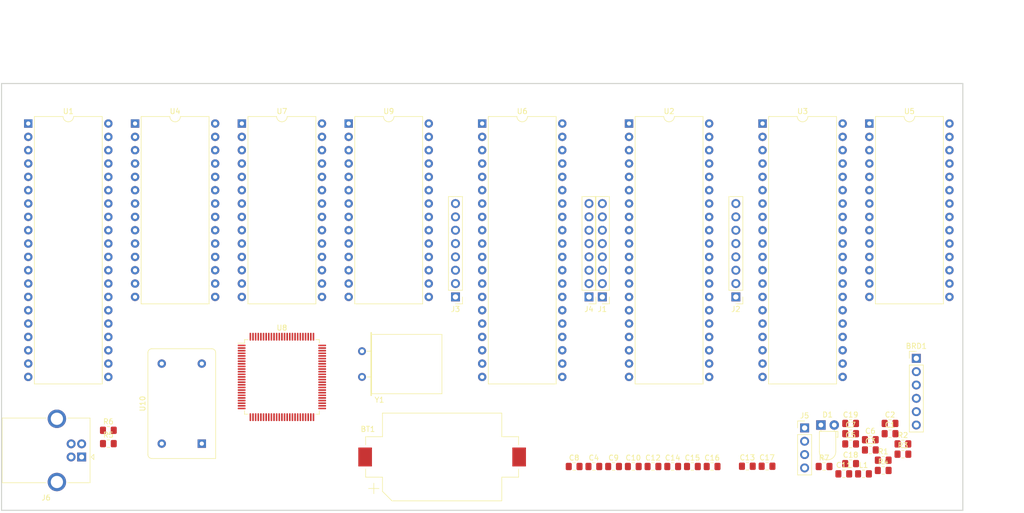
<source format=kicad_pcb>
(kicad_pcb (version 20171130) (host pcbnew "(5.0.2)-1")

  (general
    (thickness 1.6)
    (drawings 7)
    (tracks 0)
    (zones 0)
    (modules 47)
    (nets 117)
  )

  (page A4)
  (layers
    (0 F.Cu signal)
    (31 B.Cu signal)
    (32 B.Adhes user)
    (33 F.Adhes user)
    (34 B.Paste user)
    (35 F.Paste user)
    (36 B.SilkS user)
    (37 F.SilkS user)
    (38 B.Mask user)
    (39 F.Mask user)
    (40 Dwgs.User user)
    (41 Cmts.User user)
    (42 Eco1.User user)
    (43 Eco2.User user)
    (44 Edge.Cuts user)
    (45 Margin user)
    (46 B.CrtYd user)
    (47 F.CrtYd user)
    (48 B.Fab user)
    (49 F.Fab user)
  )

  (setup
    (last_trace_width 0.25)
    (trace_clearance 0.2)
    (zone_clearance 0.508)
    (zone_45_only no)
    (trace_min 0.2)
    (segment_width 0.2)
    (edge_width 0.15)
    (via_size 0.8)
    (via_drill 0.4)
    (via_min_size 0.4)
    (via_min_drill 0.3)
    (uvia_size 0.3)
    (uvia_drill 0.1)
    (uvias_allowed no)
    (uvia_min_size 0.2)
    (uvia_min_drill 0.1)
    (pcb_text_width 0.3)
    (pcb_text_size 1.5 1.5)
    (mod_edge_width 0.15)
    (mod_text_size 1 1)
    (mod_text_width 0.15)
    (pad_size 1.524 1.524)
    (pad_drill 0.762)
    (pad_to_mask_clearance 0.051)
    (solder_mask_min_width 0.25)
    (aux_axis_origin 0 0)
    (visible_elements FFFFFF7F)
    (pcbplotparams
      (layerselection 0x010fc_ffffffff)
      (usegerberextensions false)
      (usegerberattributes false)
      (usegerberadvancedattributes false)
      (creategerberjobfile false)
      (excludeedgelayer true)
      (linewidth 0.100000)
      (plotframeref false)
      (viasonmask false)
      (mode 1)
      (useauxorigin false)
      (hpglpennumber 1)
      (hpglpenspeed 20)
      (hpglpendiameter 15.000000)
      (psnegative false)
      (psa4output false)
      (plotreference true)
      (plotvalue true)
      (plotinvisibletext false)
      (padsonsilk false)
      (subtractmaskfromsilk false)
      (outputformat 1)
      (mirror false)
      (drillshape 0)
      (scaleselection 1)
      (outputdirectory ""))
  )

  (net 0 "")
  (net 1 GND)
  (net 2 /S_D_RTS1)
  (net 3 +5V)
  (net 4 /SER_D2F1)
  (net 5 /SER_F2D1)
  (net 6 /S_D_CTS1)
  (net 7 "Net-(BT1-Pad1)")
  (net 8 "Net-(C1-Pad1)")
  (net 9 "Net-(C2-Pad1)")
  (net 10 "Net-(C3-Pad1)")
  (net 11 "Net-(C4-Pad1)")
  (net 12 "Net-(C5-Pad1)")
  (net 13 "Net-(C7-Pad2)")
  (net 14 "Net-(C8-Pad2)")
  (net 15 "Net-(D1-Pad1)")
  (net 16 "Net-(J1-Pad8)")
  (net 17 "Net-(J1-Pad7)")
  (net 18 "Net-(J1-Pad6)")
  (net 19 "Net-(J1-Pad5)")
  (net 20 "Net-(J1-Pad4)")
  (net 21 "Net-(J1-Pad3)")
  (net 22 "Net-(J1-Pad2)")
  (net 23 "Net-(J1-Pad1)")
  (net 24 "Net-(J2-Pad1)")
  (net 25 "Net-(J2-Pad2)")
  (net 26 "Net-(J2-Pad3)")
  (net 27 "Net-(J2-Pad4)")
  (net 28 "Net-(J2-Pad5)")
  (net 29 "Net-(J2-Pad6)")
  (net 30 "Net-(J2-Pad7)")
  (net 31 "Net-(J2-Pad8)")
  (net 32 "Net-(J3-Pad1)")
  (net 33 "Net-(J3-Pad2)")
  (net 34 "Net-(J3-Pad3)")
  (net 35 "Net-(J3-Pad4)")
  (net 36 "Net-(J3-Pad5)")
  (net 37 "Net-(J3-Pad6)")
  (net 38 "Net-(J3-Pad7)")
  (net 39 "Net-(J3-Pad8)")
  (net 40 "Net-(J4-Pad8)")
  (net 41 "Net-(J4-Pad7)")
  (net 42 "Net-(J4-Pad6)")
  (net 43 "Net-(J4-Pad5)")
  (net 44 "Net-(J4-Pad4)")
  (net 45 "Net-(J4-Pad3)")
  (net 46 "Net-(J4-Pad2)")
  (net 47 "Net-(J4-Pad1)")
  (net 48 "Net-(J5-Pad1)")
  (net 49 "Net-(J5-Pad2)")
  (net 50 /USB-DM)
  (net 51 /USB-DP)
  (net 52 "Net-(J6-Pad5)")
  (net 53 /~INT)
  (net 54 "Net-(R2-Pad2)")
  (net 55 +3V3)
  (net 56 "Net-(R3-Pad2)")
  (net 57 "Net-(R5-Pad2)")
  (net 58 "Net-(R6-Pad2)")
  (net 59 "Net-(R7-Pad2)")
  (net 60 /CPUA11)
  (net 61 /~CPURD)
  (net 62 /CPUA12)
  (net 63 /~CPUWR)
  (net 64 /CPUA13)
  (net 65 /~BUSACK)
  (net 66 /CPUA14)
  (net 67 /~WAIT)
  (net 68 /CPUA15)
  (net 69 /~BUSRQ)
  (net 70 /CPUCLK)
  (net 71 /~CPURST)
  (net 72 /CPUD4)
  (net 73 /~M1)
  (net 74 /CPUD3)
  (net 75 /RFSH)
  (net 76 /CPUD5)
  (net 77 /CPUD6)
  (net 78 /CPUA0)
  (net 79 /CPUA1)
  (net 80 /CPUD2)
  (net 81 /CPUA2)
  (net 82 /CPUD7)
  (net 83 /CPUA3)
  (net 84 /CPUD0)
  (net 85 /CPUA4)
  (net 86 /CPUD1)
  (net 87 /CPUA5)
  (net 88 /CPUA6)
  (net 89 /~NMI)
  (net 90 /CPUA7)
  (net 91 /~HALT)
  (net 92 /CPUA8)
  (net 93 /~MREQ)
  (net 94 /CPUA9)
  (net 95 /~IORQ)
  (net 96 /CPUA10)
  (net 97 /PIO1INT_O)
  (net 98 /~PIOCS1)
  (net 99 /CTCINT_O)
  (net 100 /~DARTCS)
  (net 101 /SER_D2P)
  (net 102 /UARTCLK)
  (net 103 /SER_P2D)
  (net 104 VCC)
  (net 105 /DINT_O)
  (net 106 /~WRMRST)
  (net 107 /~EECS)
  (net 108 /~MEMRD)
  (net 109 /~MEMWR)
  (net 110 /~CTCCS)
  (net 111 /~PIOCS2)
  (net 112 /SRAMA14)
  (net 113 /~SRAMCS0)
  (net 114 /SRAMA13)
  (net 115 /~SRAMCS1)
  (net 116 "Net-(U10-Pad8)")

  (net_class Default "This is the default net class."
    (clearance 0.2)
    (trace_width 0.25)
    (via_dia 0.8)
    (via_drill 0.4)
    (uvia_dia 0.3)
    (uvia_drill 0.1)
    (add_net +3V3)
    (add_net +5V)
    (add_net /CPUA0)
    (add_net /CPUA1)
    (add_net /CPUA10)
    (add_net /CPUA11)
    (add_net /CPUA12)
    (add_net /CPUA13)
    (add_net /CPUA14)
    (add_net /CPUA15)
    (add_net /CPUA2)
    (add_net /CPUA3)
    (add_net /CPUA4)
    (add_net /CPUA5)
    (add_net /CPUA6)
    (add_net /CPUA7)
    (add_net /CPUA8)
    (add_net /CPUA9)
    (add_net /CPUCLK)
    (add_net /CPUD0)
    (add_net /CPUD1)
    (add_net /CPUD2)
    (add_net /CPUD3)
    (add_net /CPUD4)
    (add_net /CPUD5)
    (add_net /CPUD6)
    (add_net /CPUD7)
    (add_net /CTCINT_O)
    (add_net /DINT_O)
    (add_net /PIO1INT_O)
    (add_net /RFSH)
    (add_net /SER_D2F1)
    (add_net /SER_D2P)
    (add_net /SER_F2D1)
    (add_net /SER_P2D)
    (add_net /SRAMA13)
    (add_net /SRAMA14)
    (add_net /S_D_CTS1)
    (add_net /S_D_RTS1)
    (add_net /UARTCLK)
    (add_net /USB-DM)
    (add_net /USB-DP)
    (add_net /~BUSACK)
    (add_net /~BUSRQ)
    (add_net /~CPURD)
    (add_net /~CPURST)
    (add_net /~CPUWR)
    (add_net /~CTCCS)
    (add_net /~DARTCS)
    (add_net /~EECS)
    (add_net /~HALT)
    (add_net /~INT)
    (add_net /~IORQ)
    (add_net /~M1)
    (add_net /~MEMRD)
    (add_net /~MEMWR)
    (add_net /~MREQ)
    (add_net /~NMI)
    (add_net /~PIOCS1)
    (add_net /~PIOCS2)
    (add_net /~SRAMCS0)
    (add_net /~SRAMCS1)
    (add_net /~WAIT)
    (add_net /~WRMRST)
    (add_net GND)
    (add_net "Net-(BT1-Pad1)")
    (add_net "Net-(C1-Pad1)")
    (add_net "Net-(C2-Pad1)")
    (add_net "Net-(C3-Pad1)")
    (add_net "Net-(C4-Pad1)")
    (add_net "Net-(C5-Pad1)")
    (add_net "Net-(C7-Pad2)")
    (add_net "Net-(C8-Pad2)")
    (add_net "Net-(D1-Pad1)")
    (add_net "Net-(J1-Pad1)")
    (add_net "Net-(J1-Pad2)")
    (add_net "Net-(J1-Pad3)")
    (add_net "Net-(J1-Pad4)")
    (add_net "Net-(J1-Pad5)")
    (add_net "Net-(J1-Pad6)")
    (add_net "Net-(J1-Pad7)")
    (add_net "Net-(J1-Pad8)")
    (add_net "Net-(J2-Pad1)")
    (add_net "Net-(J2-Pad2)")
    (add_net "Net-(J2-Pad3)")
    (add_net "Net-(J2-Pad4)")
    (add_net "Net-(J2-Pad5)")
    (add_net "Net-(J2-Pad6)")
    (add_net "Net-(J2-Pad7)")
    (add_net "Net-(J2-Pad8)")
    (add_net "Net-(J3-Pad1)")
    (add_net "Net-(J3-Pad2)")
    (add_net "Net-(J3-Pad3)")
    (add_net "Net-(J3-Pad4)")
    (add_net "Net-(J3-Pad5)")
    (add_net "Net-(J3-Pad6)")
    (add_net "Net-(J3-Pad7)")
    (add_net "Net-(J3-Pad8)")
    (add_net "Net-(J4-Pad1)")
    (add_net "Net-(J4-Pad2)")
    (add_net "Net-(J4-Pad3)")
    (add_net "Net-(J4-Pad4)")
    (add_net "Net-(J4-Pad5)")
    (add_net "Net-(J4-Pad6)")
    (add_net "Net-(J4-Pad7)")
    (add_net "Net-(J4-Pad8)")
    (add_net "Net-(J5-Pad1)")
    (add_net "Net-(J5-Pad2)")
    (add_net "Net-(J6-Pad5)")
    (add_net "Net-(R2-Pad2)")
    (add_net "Net-(R3-Pad2)")
    (add_net "Net-(R5-Pad2)")
    (add_net "Net-(R6-Pad2)")
    (add_net "Net-(R7-Pad2)")
    (add_net "Net-(U10-Pad8)")
    (add_net VCC)
  )

  (module Connector_PinHeader_2.54mm:PinHeader_1x06_P2.54mm_Vertical (layer F.Cu) (tedit 59FED5CC) (tstamp 5D90CAA5)
    (at 174.036001 52.336001)
    (descr "Through hole straight pin header, 1x06, 2.54mm pitch, single row")
    (tags "Through hole pin header THT 1x06 2.54mm single row")
    (path /5E25204B)
    (fp_text reference BRD1 (at 0 -2.33) (layer F.SilkS)
      (effects (font (size 1 1) (thickness 0.15)))
    )
    (fp_text value FTDI-Slave (at 0 15.03) (layer F.Fab)
      (effects (font (size 1 1) (thickness 0.15)))
    )
    (fp_line (start -0.635 -1.27) (end 1.27 -1.27) (layer F.Fab) (width 0.1))
    (fp_line (start 1.27 -1.27) (end 1.27 13.97) (layer F.Fab) (width 0.1))
    (fp_line (start 1.27 13.97) (end -1.27 13.97) (layer F.Fab) (width 0.1))
    (fp_line (start -1.27 13.97) (end -1.27 -0.635) (layer F.Fab) (width 0.1))
    (fp_line (start -1.27 -0.635) (end -0.635 -1.27) (layer F.Fab) (width 0.1))
    (fp_line (start -1.33 14.03) (end 1.33 14.03) (layer F.SilkS) (width 0.12))
    (fp_line (start -1.33 1.27) (end -1.33 14.03) (layer F.SilkS) (width 0.12))
    (fp_line (start 1.33 1.27) (end 1.33 14.03) (layer F.SilkS) (width 0.12))
    (fp_line (start -1.33 1.27) (end 1.33 1.27) (layer F.SilkS) (width 0.12))
    (fp_line (start -1.33 0) (end -1.33 -1.33) (layer F.SilkS) (width 0.12))
    (fp_line (start -1.33 -1.33) (end 0 -1.33) (layer F.SilkS) (width 0.12))
    (fp_line (start -1.8 -1.8) (end -1.8 14.5) (layer F.CrtYd) (width 0.05))
    (fp_line (start -1.8 14.5) (end 1.8 14.5) (layer F.CrtYd) (width 0.05))
    (fp_line (start 1.8 14.5) (end 1.8 -1.8) (layer F.CrtYd) (width 0.05))
    (fp_line (start 1.8 -1.8) (end -1.8 -1.8) (layer F.CrtYd) (width 0.05))
    (fp_text user %R (at 0 6.35 90) (layer F.Fab)
      (effects (font (size 1 1) (thickness 0.15)))
    )
    (pad 1 thru_hole rect (at 0 0) (size 1.7 1.7) (drill 1) (layers *.Cu *.Mask)
      (net 1 GND))
    (pad 2 thru_hole oval (at 0 2.54) (size 1.7 1.7) (drill 1) (layers *.Cu *.Mask)
      (net 2 /S_D_RTS1))
    (pad 3 thru_hole oval (at 0 5.08) (size 1.7 1.7) (drill 1) (layers *.Cu *.Mask)
      (net 3 +5V))
    (pad 4 thru_hole oval (at 0 7.62) (size 1.7 1.7) (drill 1) (layers *.Cu *.Mask)
      (net 4 /SER_D2F1))
    (pad 5 thru_hole oval (at 0 10.16) (size 1.7 1.7) (drill 1) (layers *.Cu *.Mask)
      (net 5 /SER_F2D1))
    (pad 6 thru_hole oval (at 0 12.7) (size 1.7 1.7) (drill 1) (layers *.Cu *.Mask)
      (net 6 /S_D_CTS1))
    (model ${KISYS3DMOD}/Connector_PinHeader_2.54mm.3dshapes/PinHeader_1x06_P2.54mm_Vertical.wrl
      (at (xyz 0 0 0))
      (scale (xyz 1 1 1))
      (rotate (xyz 0 0 0))
    )
  )

  (module Battery:BatteryHolder_Keystone_1060_1x2032 (layer F.Cu) (tedit 5B98EF5E) (tstamp 5D90CAE3)
    (at 83.82 71.12)
    (descr http://www.keyelco.com/product-pdf.cfm?p=726)
    (tags "CR2032 BR2032 BatteryHolder Battery")
    (path /5D953346)
    (attr smd)
    (fp_text reference BT1 (at -14.125 -5.3) (layer F.SilkS)
      (effects (font (size 1 1) (thickness 0.15)))
    )
    (fp_text value Battery_Cell (at 0 -11.75) (layer F.Fab)
      (effects (font (size 1 1) (thickness 0.15)))
    )
    (fp_circle (center 0 0) (end -10.2 0) (layer Dwgs.User) (width 0.3))
    (fp_line (start 11 8) (end -9.4 8) (layer F.Fab) (width 0.1))
    (fp_line (start 11 -8) (end -11 -8) (layer F.Fab) (width 0.1))
    (fp_line (start 11 8) (end 11 3.5) (layer F.Fab) (width 0.1))
    (fp_line (start 11 -8) (end 11 -3.5) (layer F.Fab) (width 0.1))
    (fp_line (start -11 -8) (end -11 -3.5) (layer F.Fab) (width 0.1))
    (fp_line (start -11 6.4) (end -11 3.5) (layer F.Fab) (width 0.1))
    (fp_line (start -11 3.5) (end -14.2 3.5) (layer F.Fab) (width 0.1))
    (fp_line (start -14.2 3.5) (end -14.2 -3.5) (layer F.Fab) (width 0.1))
    (fp_line (start -14.2 -3.5) (end -11 -3.5) (layer F.Fab) (width 0.1))
    (fp_line (start 11 3.5) (end 14.2 3.5) (layer F.Fab) (width 0.1))
    (fp_line (start 14.2 3.5) (end 14.2 -3.5) (layer F.Fab) (width 0.1))
    (fp_line (start 14.2 -3.5) (end 11 -3.5) (layer F.Fab) (width 0.1))
    (fp_line (start -9.4 8) (end -11 6.4) (layer F.Fab) (width 0.1))
    (fp_line (start 11.35 3.85) (end 14.55 3.85) (layer F.SilkS) (width 0.12))
    (fp_line (start 14.55 3.85) (end 14.55 2.3) (layer F.SilkS) (width 0.12))
    (fp_line (start 11.35 8.35) (end 11.35 3.85) (layer F.SilkS) (width 0.12))
    (fp_line (start 11.35 8.35) (end -9.55 8.35) (layer F.SilkS) (width 0.12))
    (fp_line (start -11.35 6.55) (end -11.35 3.85) (layer F.SilkS) (width 0.12))
    (fp_line (start -9.55 8.35) (end -11.35 6.55) (layer F.SilkS) (width 0.12))
    (fp_line (start -11.35 3.85) (end -14.55 3.85) (layer F.SilkS) (width 0.12))
    (fp_line (start -14.55 3.85) (end -14.55 2.3) (layer F.SilkS) (width 0.12))
    (fp_line (start -11.35 -3.85) (end -14.55 -3.85) (layer F.SilkS) (width 0.12))
    (fp_line (start -14.55 -3.85) (end -14.55 -2.3) (layer F.SilkS) (width 0.12))
    (fp_line (start 11.35 -3.85) (end 14.55 -3.85) (layer F.SilkS) (width 0.12))
    (fp_line (start 14.55 -3.85) (end 14.55 -2.3) (layer F.SilkS) (width 0.12))
    (fp_line (start -11.35 -8.35) (end 11.35 -8.35) (layer F.SilkS) (width 0.12))
    (fp_line (start -11.35 -8.35) (end -11.35 -3.85) (layer F.SilkS) (width 0.12))
    (fp_line (start 11.35 -8.35) (end 11.35 -3.85) (layer F.SilkS) (width 0.12))
    (fp_arc (start 0 0) (end -6.5 8.5) (angle -74.81070976) (layer F.CrtYd) (width 0.05))
    (fp_line (start 11.5 8.5) (end 6.5 8.5) (layer F.CrtYd) (width 0.05))
    (fp_line (start -6.5 8.5) (end -11.5 8.5) (layer F.CrtYd) (width 0.05))
    (fp_line (start -11.5 4) (end -11.5 8.5) (layer F.CrtYd) (width 0.05))
    (fp_line (start -14.7 4) (end -11.5 4) (layer F.CrtYd) (width 0.05))
    (fp_line (start -14.7 4) (end -14.7 2.3) (layer F.CrtYd) (width 0.05))
    (fp_line (start -14.7 2.3) (end -16.45 2.3) (layer F.CrtYd) (width 0.05))
    (fp_line (start -16.45 2.3) (end -16.45 -2.3) (layer F.CrtYd) (width 0.05))
    (fp_line (start -14.7 -2.3) (end -16.45 -2.3) (layer F.CrtYd) (width 0.05))
    (fp_line (start -14.7 -2.3) (end -14.7 -4) (layer F.CrtYd) (width 0.05))
    (fp_line (start -14.7 -4) (end -11.5 -4) (layer F.CrtYd) (width 0.05))
    (fp_line (start -11.5 -4) (end -11.5 -8.5) (layer F.CrtYd) (width 0.05))
    (fp_line (start -11.5 -8.5) (end -6.5 -8.5) (layer F.CrtYd) (width 0.05))
    (fp_line (start 11.5 -8.5) (end 11.5 -4) (layer F.CrtYd) (width 0.05))
    (fp_line (start 11.5 -4) (end 14.7 -4) (layer F.CrtYd) (width 0.05))
    (fp_line (start 14.7 -4) (end 14.7 -2.3) (layer F.CrtYd) (width 0.05))
    (fp_line (start 14.7 -2.3) (end 16.45 -2.3) (layer F.CrtYd) (width 0.05))
    (fp_line (start 16.45 -2.3) (end 16.45 2.3) (layer F.CrtYd) (width 0.05))
    (fp_line (start 16.45 2.3) (end 14.7 2.3) (layer F.CrtYd) (width 0.05))
    (fp_line (start 14.7 2.3) (end 14.7 4) (layer F.CrtYd) (width 0.05))
    (fp_line (start 14.7 4) (end 11.5 4) (layer F.CrtYd) (width 0.05))
    (fp_line (start 11.5 4) (end 11.5 8.5) (layer F.CrtYd) (width 0.05))
    (fp_arc (start 0 0) (end 6.5 -8.5) (angle -74.81070976) (layer F.CrtYd) (width 0.05))
    (fp_line (start 11.5 -8.5) (end 6.5 -8.5) (layer F.CrtYd) (width 0.05))
    (fp_text user %R (at 0 0) (layer F.Fab)
      (effects (font (size 1 1) (thickness 0.15)))
    )
    (fp_line (start -13 5) (end -13 7) (layer F.SilkS) (width 0.12))
    (fp_line (start -12 6) (end -14 6) (layer F.SilkS) (width 0.12))
    (pad 2 smd rect (at 14.65 0 180) (size 2.6 3.6) (layers F.Cu F.Paste F.Mask)
      (net 1 GND))
    (pad 1 smd rect (at -14.65 0 180) (size 2.6 3.6) (layers F.Cu F.Paste F.Mask)
      (net 7 "Net-(BT1-Pad1)"))
    (model ${KISYS3DMOD}/Battery.3dshapes/BatteryHolder_Keystone_1060_1x2032.wrl
      (at (xyz 0 0 0))
      (scale (xyz 1 1 1))
      (rotate (xyz 0 0 0))
    )
  )

  (module Capacitor_SMD:C_0805_2012Metric_Pad1.15x1.40mm_HandSolder (layer F.Cu) (tedit 5B36C52B) (tstamp 5D90CAF4)
    (at 169.036001 66.686001)
    (descr "Capacitor SMD 0805 (2012 Metric), square (rectangular) end terminal, IPC_7351 nominal with elongated pad for handsoldering. (Body size source: https://docs.google.com/spreadsheets/d/1BsfQQcO9C6DZCsRaXUlFlo91Tg2WpOkGARC1WS5S8t0/edit?usp=sharing), generated with kicad-footprint-generator")
    (tags "capacitor handsolder")
    (path /5DADD43D)
    (attr smd)
    (fp_text reference C1 (at 0 -1.65) (layer F.SilkS)
      (effects (font (size 1 1) (thickness 0.15)))
    )
    (fp_text value 0.1uF (at 0 1.65) (layer F.Fab)
      (effects (font (size 1 1) (thickness 0.15)))
    )
    (fp_line (start -1 0.6) (end -1 -0.6) (layer F.Fab) (width 0.1))
    (fp_line (start -1 -0.6) (end 1 -0.6) (layer F.Fab) (width 0.1))
    (fp_line (start 1 -0.6) (end 1 0.6) (layer F.Fab) (width 0.1))
    (fp_line (start 1 0.6) (end -1 0.6) (layer F.Fab) (width 0.1))
    (fp_line (start -0.261252 -0.71) (end 0.261252 -0.71) (layer F.SilkS) (width 0.12))
    (fp_line (start -0.261252 0.71) (end 0.261252 0.71) (layer F.SilkS) (width 0.12))
    (fp_line (start -1.85 0.95) (end -1.85 -0.95) (layer F.CrtYd) (width 0.05))
    (fp_line (start -1.85 -0.95) (end 1.85 -0.95) (layer F.CrtYd) (width 0.05))
    (fp_line (start 1.85 -0.95) (end 1.85 0.95) (layer F.CrtYd) (width 0.05))
    (fp_line (start 1.85 0.95) (end -1.85 0.95) (layer F.CrtYd) (width 0.05))
    (fp_text user %R (at 0 0) (layer F.Fab)
      (effects (font (size 0.5 0.5) (thickness 0.08)))
    )
    (pad 1 smd roundrect (at -1.025 0) (size 1.15 1.4) (layers F.Cu F.Paste F.Mask) (roundrect_rratio 0.217391)
      (net 8 "Net-(C1-Pad1)"))
    (pad 2 smd roundrect (at 1.025 0) (size 1.15 1.4) (layers F.Cu F.Paste F.Mask) (roundrect_rratio 0.217391)
      (net 1 GND))
    (model ${KISYS3DMOD}/Capacitor_SMD.3dshapes/C_0805_2012Metric.wrl
      (at (xyz 0 0 0))
      (scale (xyz 1 1 1))
      (rotate (xyz 0 0 0))
    )
  )

  (module Capacitor_SMD:C_0805_2012Metric_Pad1.15x1.40mm_HandSolder (layer F.Cu) (tedit 5B36C52B) (tstamp 5D90CB05)
    (at 169.036001 64.736001)
    (descr "Capacitor SMD 0805 (2012 Metric), square (rectangular) end terminal, IPC_7351 nominal with elongated pad for handsoldering. (Body size source: https://docs.google.com/spreadsheets/d/1BsfQQcO9C6DZCsRaXUlFlo91Tg2WpOkGARC1WS5S8t0/edit?usp=sharing), generated with kicad-footprint-generator")
    (tags "capacitor handsolder")
    (path /5DF17349)
    (attr smd)
    (fp_text reference C2 (at 0 -1.65) (layer F.SilkS)
      (effects (font (size 1 1) (thickness 0.15)))
    )
    (fp_text value 1uF (at 0 1.65) (layer F.Fab)
      (effects (font (size 1 1) (thickness 0.15)))
    )
    (fp_line (start -1 0.6) (end -1 -0.6) (layer F.Fab) (width 0.1))
    (fp_line (start -1 -0.6) (end 1 -0.6) (layer F.Fab) (width 0.1))
    (fp_line (start 1 -0.6) (end 1 0.6) (layer F.Fab) (width 0.1))
    (fp_line (start 1 0.6) (end -1 0.6) (layer F.Fab) (width 0.1))
    (fp_line (start -0.261252 -0.71) (end 0.261252 -0.71) (layer F.SilkS) (width 0.12))
    (fp_line (start -0.261252 0.71) (end 0.261252 0.71) (layer F.SilkS) (width 0.12))
    (fp_line (start -1.85 0.95) (end -1.85 -0.95) (layer F.CrtYd) (width 0.05))
    (fp_line (start -1.85 -0.95) (end 1.85 -0.95) (layer F.CrtYd) (width 0.05))
    (fp_line (start 1.85 -0.95) (end 1.85 0.95) (layer F.CrtYd) (width 0.05))
    (fp_line (start 1.85 0.95) (end -1.85 0.95) (layer F.CrtYd) (width 0.05))
    (fp_text user %R (at 0 0) (layer F.Fab)
      (effects (font (size 0.5 0.5) (thickness 0.08)))
    )
    (pad 1 smd roundrect (at -1.025 0) (size 1.15 1.4) (layers F.Cu F.Paste F.Mask) (roundrect_rratio 0.217391)
      (net 9 "Net-(C2-Pad1)"))
    (pad 2 smd roundrect (at 1.025 0) (size 1.15 1.4) (layers F.Cu F.Paste F.Mask) (roundrect_rratio 0.217391)
      (net 1 GND))
    (model ${KISYS3DMOD}/Capacitor_SMD.3dshapes/C_0805_2012Metric.wrl
      (at (xyz 0 0 0))
      (scale (xyz 1 1 1))
      (rotate (xyz 0 0 0))
    )
  )

  (module Capacitor_SMD:C_0805_2012Metric_Pad1.15x1.40mm_HandSolder (layer F.Cu) (tedit 5B36C52B) (tstamp 5D90CB16)
    (at 165.286001 69.786001)
    (descr "Capacitor SMD 0805 (2012 Metric), square (rectangular) end terminal, IPC_7351 nominal with elongated pad for handsoldering. (Body size source: https://docs.google.com/spreadsheets/d/1BsfQQcO9C6DZCsRaXUlFlo91Tg2WpOkGARC1WS5S8t0/edit?usp=sharing), generated with kicad-footprint-generator")
    (tags "capacitor handsolder")
    (path /5DEE80C9)
    (attr smd)
    (fp_text reference C3 (at 0 -1.65) (layer F.SilkS)
      (effects (font (size 1 1) (thickness 0.15)))
    )
    (fp_text value 1uF (at 0 1.65) (layer F.Fab)
      (effects (font (size 1 1) (thickness 0.15)))
    )
    (fp_line (start -1 0.6) (end -1 -0.6) (layer F.Fab) (width 0.1))
    (fp_line (start -1 -0.6) (end 1 -0.6) (layer F.Fab) (width 0.1))
    (fp_line (start 1 -0.6) (end 1 0.6) (layer F.Fab) (width 0.1))
    (fp_line (start 1 0.6) (end -1 0.6) (layer F.Fab) (width 0.1))
    (fp_line (start -0.261252 -0.71) (end 0.261252 -0.71) (layer F.SilkS) (width 0.12))
    (fp_line (start -0.261252 0.71) (end 0.261252 0.71) (layer F.SilkS) (width 0.12))
    (fp_line (start -1.85 0.95) (end -1.85 -0.95) (layer F.CrtYd) (width 0.05))
    (fp_line (start -1.85 -0.95) (end 1.85 -0.95) (layer F.CrtYd) (width 0.05))
    (fp_line (start 1.85 -0.95) (end 1.85 0.95) (layer F.CrtYd) (width 0.05))
    (fp_line (start 1.85 0.95) (end -1.85 0.95) (layer F.CrtYd) (width 0.05))
    (fp_text user %R (at 0 0) (layer F.Fab)
      (effects (font (size 0.5 0.5) (thickness 0.08)))
    )
    (pad 1 smd roundrect (at -1.025 0) (size 1.15 1.4) (layers F.Cu F.Paste F.Mask) (roundrect_rratio 0.217391)
      (net 10 "Net-(C3-Pad1)"))
    (pad 2 smd roundrect (at 1.025 0) (size 1.15 1.4) (layers F.Cu F.Paste F.Mask) (roundrect_rratio 0.217391)
      (net 1 GND))
    (model ${KISYS3DMOD}/Capacitor_SMD.3dshapes/C_0805_2012Metric.wrl
      (at (xyz 0 0 0))
      (scale (xyz 1 1 1))
      (rotate (xyz 0 0 0))
    )
  )

  (module Capacitor_SMD:C_0805_2012Metric_Pad1.15x1.40mm_HandSolder (layer F.Cu) (tedit 5B36C52B) (tstamp 5D90CB27)
    (at 112.686001 72.936001)
    (descr "Capacitor SMD 0805 (2012 Metric), square (rectangular) end terminal, IPC_7351 nominal with elongated pad for handsoldering. (Body size source: https://docs.google.com/spreadsheets/d/1BsfQQcO9C6DZCsRaXUlFlo91Tg2WpOkGARC1WS5S8t0/edit?usp=sharing), generated with kicad-footprint-generator")
    (tags "capacitor handsolder")
    (path /5E066A76)
    (attr smd)
    (fp_text reference C4 (at 0 -1.65) (layer F.SilkS)
      (effects (font (size 1 1) (thickness 0.15)))
    )
    (fp_text value 1uF (at 0 1.65) (layer F.Fab)
      (effects (font (size 1 1) (thickness 0.15)))
    )
    (fp_text user %R (at 0 0) (layer F.Fab)
      (effects (font (size 0.5 0.5) (thickness 0.08)))
    )
    (fp_line (start 1.85 0.95) (end -1.85 0.95) (layer F.CrtYd) (width 0.05))
    (fp_line (start 1.85 -0.95) (end 1.85 0.95) (layer F.CrtYd) (width 0.05))
    (fp_line (start -1.85 -0.95) (end 1.85 -0.95) (layer F.CrtYd) (width 0.05))
    (fp_line (start -1.85 0.95) (end -1.85 -0.95) (layer F.CrtYd) (width 0.05))
    (fp_line (start -0.261252 0.71) (end 0.261252 0.71) (layer F.SilkS) (width 0.12))
    (fp_line (start -0.261252 -0.71) (end 0.261252 -0.71) (layer F.SilkS) (width 0.12))
    (fp_line (start 1 0.6) (end -1 0.6) (layer F.Fab) (width 0.1))
    (fp_line (start 1 -0.6) (end 1 0.6) (layer F.Fab) (width 0.1))
    (fp_line (start -1 -0.6) (end 1 -0.6) (layer F.Fab) (width 0.1))
    (fp_line (start -1 0.6) (end -1 -0.6) (layer F.Fab) (width 0.1))
    (pad 2 smd roundrect (at 1.025 0) (size 1.15 1.4) (layers F.Cu F.Paste F.Mask) (roundrect_rratio 0.217391)
      (net 1 GND))
    (pad 1 smd roundrect (at -1.025 0) (size 1.15 1.4) (layers F.Cu F.Paste F.Mask) (roundrect_rratio 0.217391)
      (net 11 "Net-(C4-Pad1)"))
    (model ${KISYS3DMOD}/Capacitor_SMD.3dshapes/C_0805_2012Metric.wrl
      (at (xyz 0 0 0))
      (scale (xyz 1 1 1))
      (rotate (xyz 0 0 0))
    )
  )

  (module Capacitor_SMD:C_0805_2012Metric_Pad1.15x1.40mm_HandSolder (layer F.Cu) (tedit 5B36C52B) (tstamp 5D90CB38)
    (at 161.536001 68.636001)
    (descr "Capacitor SMD 0805 (2012 Metric), square (rectangular) end terminal, IPC_7351 nominal with elongated pad for handsoldering. (Body size source: https://docs.google.com/spreadsheets/d/1BsfQQcO9C6DZCsRaXUlFlo91Tg2WpOkGARC1WS5S8t0/edit?usp=sharing), generated with kicad-footprint-generator")
    (tags "capacitor handsolder")
    (path /5DEFFABC)
    (attr smd)
    (fp_text reference C5 (at 0 -1.65) (layer F.SilkS)
      (effects (font (size 1 1) (thickness 0.15)))
    )
    (fp_text value 1uF (at 0 1.65) (layer F.Fab)
      (effects (font (size 1 1) (thickness 0.15)))
    )
    (fp_text user %R (at 0 0) (layer F.Fab)
      (effects (font (size 0.5 0.5) (thickness 0.08)))
    )
    (fp_line (start 1.85 0.95) (end -1.85 0.95) (layer F.CrtYd) (width 0.05))
    (fp_line (start 1.85 -0.95) (end 1.85 0.95) (layer F.CrtYd) (width 0.05))
    (fp_line (start -1.85 -0.95) (end 1.85 -0.95) (layer F.CrtYd) (width 0.05))
    (fp_line (start -1.85 0.95) (end -1.85 -0.95) (layer F.CrtYd) (width 0.05))
    (fp_line (start -0.261252 0.71) (end 0.261252 0.71) (layer F.SilkS) (width 0.12))
    (fp_line (start -0.261252 -0.71) (end 0.261252 -0.71) (layer F.SilkS) (width 0.12))
    (fp_line (start 1 0.6) (end -1 0.6) (layer F.Fab) (width 0.1))
    (fp_line (start 1 -0.6) (end 1 0.6) (layer F.Fab) (width 0.1))
    (fp_line (start -1 -0.6) (end 1 -0.6) (layer F.Fab) (width 0.1))
    (fp_line (start -1 0.6) (end -1 -0.6) (layer F.Fab) (width 0.1))
    (pad 2 smd roundrect (at 1.025 0) (size 1.15 1.4) (layers F.Cu F.Paste F.Mask) (roundrect_rratio 0.217391)
      (net 1 GND))
    (pad 1 smd roundrect (at -1.025 0) (size 1.15 1.4) (layers F.Cu F.Paste F.Mask) (roundrect_rratio 0.217391)
      (net 12 "Net-(C5-Pad1)"))
    (model ${KISYS3DMOD}/Capacitor_SMD.3dshapes/C_0805_2012Metric.wrl
      (at (xyz 0 0 0))
      (scale (xyz 1 1 1))
      (rotate (xyz 0 0 0))
    )
  )

  (module Capacitor_SMD:C_0805_2012Metric_Pad1.15x1.40mm_HandSolder (layer F.Cu) (tedit 5B36C52B) (tstamp 5D90CB49)
    (at 165.286001 67.836001)
    (descr "Capacitor SMD 0805 (2012 Metric), square (rectangular) end terminal, IPC_7351 nominal with elongated pad for handsoldering. (Body size source: https://docs.google.com/spreadsheets/d/1BsfQQcO9C6DZCsRaXUlFlo91Tg2WpOkGARC1WS5S8t0/edit?usp=sharing), generated with kicad-footprint-generator")
    (tags "capacitor handsolder")
    (path /5F05EA7C)
    (attr smd)
    (fp_text reference C6 (at 0 -1.65) (layer F.SilkS)
      (effects (font (size 1 1) (thickness 0.15)))
    )
    (fp_text value 0.1uF (at 0 1.65) (layer F.Fab)
      (effects (font (size 1 1) (thickness 0.15)))
    )
    (fp_line (start -1 0.6) (end -1 -0.6) (layer F.Fab) (width 0.1))
    (fp_line (start -1 -0.6) (end 1 -0.6) (layer F.Fab) (width 0.1))
    (fp_line (start 1 -0.6) (end 1 0.6) (layer F.Fab) (width 0.1))
    (fp_line (start 1 0.6) (end -1 0.6) (layer F.Fab) (width 0.1))
    (fp_line (start -0.261252 -0.71) (end 0.261252 -0.71) (layer F.SilkS) (width 0.12))
    (fp_line (start -0.261252 0.71) (end 0.261252 0.71) (layer F.SilkS) (width 0.12))
    (fp_line (start -1.85 0.95) (end -1.85 -0.95) (layer F.CrtYd) (width 0.05))
    (fp_line (start -1.85 -0.95) (end 1.85 -0.95) (layer F.CrtYd) (width 0.05))
    (fp_line (start 1.85 -0.95) (end 1.85 0.95) (layer F.CrtYd) (width 0.05))
    (fp_line (start 1.85 0.95) (end -1.85 0.95) (layer F.CrtYd) (width 0.05))
    (fp_text user %R (at 0 0) (layer F.Fab)
      (effects (font (size 0.5 0.5) (thickness 0.08)))
    )
    (pad 1 smd roundrect (at -1.025 0) (size 1.15 1.4) (layers F.Cu F.Paste F.Mask) (roundrect_rratio 0.217391)
      (net 1 GND))
    (pad 2 smd roundrect (at 1.025 0) (size 1.15 1.4) (layers F.Cu F.Paste F.Mask) (roundrect_rratio 0.217391)
      (net 3 +5V))
    (model ${KISYS3DMOD}/Capacitor_SMD.3dshapes/C_0805_2012Metric.wrl
      (at (xyz 0 0 0))
      (scale (xyz 1 1 1))
      (rotate (xyz 0 0 0))
    )
  )

  (module Capacitor_SMD:C_0805_2012Metric_Pad1.15x1.40mm_HandSolder (layer F.Cu) (tedit 5B36C52B) (tstamp 5D90CB5A)
    (at 161.536001 66.686001)
    (descr "Capacitor SMD 0805 (2012 Metric), square (rectangular) end terminal, IPC_7351 nominal with elongated pad for handsoldering. (Body size source: https://docs.google.com/spreadsheets/d/1BsfQQcO9C6DZCsRaXUlFlo91Tg2WpOkGARC1WS5S8t0/edit?usp=sharing), generated with kicad-footprint-generator")
    (tags "capacitor handsolder")
    (path /5D87A0E7)
    (attr smd)
    (fp_text reference C7 (at 0 -1.65) (layer F.SilkS)
      (effects (font (size 1 1) (thickness 0.15)))
    )
    (fp_text value 10pF (at 0 1.65) (layer F.Fab)
      (effects (font (size 1 1) (thickness 0.15)))
    )
    (fp_text user %R (at 0 0) (layer F.Fab)
      (effects (font (size 0.5 0.5) (thickness 0.08)))
    )
    (fp_line (start 1.85 0.95) (end -1.85 0.95) (layer F.CrtYd) (width 0.05))
    (fp_line (start 1.85 -0.95) (end 1.85 0.95) (layer F.CrtYd) (width 0.05))
    (fp_line (start -1.85 -0.95) (end 1.85 -0.95) (layer F.CrtYd) (width 0.05))
    (fp_line (start -1.85 0.95) (end -1.85 -0.95) (layer F.CrtYd) (width 0.05))
    (fp_line (start -0.261252 0.71) (end 0.261252 0.71) (layer F.SilkS) (width 0.12))
    (fp_line (start -0.261252 -0.71) (end 0.261252 -0.71) (layer F.SilkS) (width 0.12))
    (fp_line (start 1 0.6) (end -1 0.6) (layer F.Fab) (width 0.1))
    (fp_line (start 1 -0.6) (end 1 0.6) (layer F.Fab) (width 0.1))
    (fp_line (start -1 -0.6) (end 1 -0.6) (layer F.Fab) (width 0.1))
    (fp_line (start -1 0.6) (end -1 -0.6) (layer F.Fab) (width 0.1))
    (pad 2 smd roundrect (at 1.025 0) (size 1.15 1.4) (layers F.Cu F.Paste F.Mask) (roundrect_rratio 0.217391)
      (net 13 "Net-(C7-Pad2)"))
    (pad 1 smd roundrect (at -1.025 0) (size 1.15 1.4) (layers F.Cu F.Paste F.Mask) (roundrect_rratio 0.217391)
      (net 1 GND))
    (model ${KISYS3DMOD}/Capacitor_SMD.3dshapes/C_0805_2012Metric.wrl
      (at (xyz 0 0 0))
      (scale (xyz 1 1 1))
      (rotate (xyz 0 0 0))
    )
  )

  (module Capacitor_SMD:C_0805_2012Metric_Pad1.15x1.40mm_HandSolder (layer F.Cu) (tedit 5B36C52B) (tstamp 5D90CB6B)
    (at 108.936001 72.936001)
    (descr "Capacitor SMD 0805 (2012 Metric), square (rectangular) end terminal, IPC_7351 nominal with elongated pad for handsoldering. (Body size source: https://docs.google.com/spreadsheets/d/1BsfQQcO9C6DZCsRaXUlFlo91Tg2WpOkGARC1WS5S8t0/edit?usp=sharing), generated with kicad-footprint-generator")
    (tags "capacitor handsolder")
    (path /5D87A16D)
    (attr smd)
    (fp_text reference C8 (at 0 -1.65) (layer F.SilkS)
      (effects (font (size 1 1) (thickness 0.15)))
    )
    (fp_text value 10pF (at 0 1.65) (layer F.Fab)
      (effects (font (size 1 1) (thickness 0.15)))
    )
    (fp_line (start -1 0.6) (end -1 -0.6) (layer F.Fab) (width 0.1))
    (fp_line (start -1 -0.6) (end 1 -0.6) (layer F.Fab) (width 0.1))
    (fp_line (start 1 -0.6) (end 1 0.6) (layer F.Fab) (width 0.1))
    (fp_line (start 1 0.6) (end -1 0.6) (layer F.Fab) (width 0.1))
    (fp_line (start -0.261252 -0.71) (end 0.261252 -0.71) (layer F.SilkS) (width 0.12))
    (fp_line (start -0.261252 0.71) (end 0.261252 0.71) (layer F.SilkS) (width 0.12))
    (fp_line (start -1.85 0.95) (end -1.85 -0.95) (layer F.CrtYd) (width 0.05))
    (fp_line (start -1.85 -0.95) (end 1.85 -0.95) (layer F.CrtYd) (width 0.05))
    (fp_line (start 1.85 -0.95) (end 1.85 0.95) (layer F.CrtYd) (width 0.05))
    (fp_line (start 1.85 0.95) (end -1.85 0.95) (layer F.CrtYd) (width 0.05))
    (fp_text user %R (at 0 0) (layer F.Fab)
      (effects (font (size 0.5 0.5) (thickness 0.08)))
    )
    (pad 1 smd roundrect (at -1.025 0) (size 1.15 1.4) (layers F.Cu F.Paste F.Mask) (roundrect_rratio 0.217391)
      (net 1 GND))
    (pad 2 smd roundrect (at 1.025 0) (size 1.15 1.4) (layers F.Cu F.Paste F.Mask) (roundrect_rratio 0.217391)
      (net 14 "Net-(C8-Pad2)"))
    (model ${KISYS3DMOD}/Capacitor_SMD.3dshapes/C_0805_2012Metric.wrl
      (at (xyz 0 0 0))
      (scale (xyz 1 1 1))
      (rotate (xyz 0 0 0))
    )
  )

  (module Capacitor_SMD:C_0805_2012Metric_Pad1.15x1.40mm_HandSolder (layer F.Cu) (tedit 5B36C52B) (tstamp 5D90CB7C)
    (at 116.436001 72.936001)
    (descr "Capacitor SMD 0805 (2012 Metric), square (rectangular) end terminal, IPC_7351 nominal with elongated pad for handsoldering. (Body size source: https://docs.google.com/spreadsheets/d/1BsfQQcO9C6DZCsRaXUlFlo91Tg2WpOkGARC1WS5S8t0/edit?usp=sharing), generated with kicad-footprint-generator")
    (tags "capacitor handsolder")
    (path /5F78DB37)
    (attr smd)
    (fp_text reference C9 (at 0 -1.65) (layer F.SilkS)
      (effects (font (size 1 1) (thickness 0.15)))
    )
    (fp_text value 0.1uF (at 0 1.65) (layer F.Fab)
      (effects (font (size 1 1) (thickness 0.15)))
    )
    (fp_text user %R (at 0 0) (layer F.Fab)
      (effects (font (size 0.5 0.5) (thickness 0.08)))
    )
    (fp_line (start 1.85 0.95) (end -1.85 0.95) (layer F.CrtYd) (width 0.05))
    (fp_line (start 1.85 -0.95) (end 1.85 0.95) (layer F.CrtYd) (width 0.05))
    (fp_line (start -1.85 -0.95) (end 1.85 -0.95) (layer F.CrtYd) (width 0.05))
    (fp_line (start -1.85 0.95) (end -1.85 -0.95) (layer F.CrtYd) (width 0.05))
    (fp_line (start -0.261252 0.71) (end 0.261252 0.71) (layer F.SilkS) (width 0.12))
    (fp_line (start -0.261252 -0.71) (end 0.261252 -0.71) (layer F.SilkS) (width 0.12))
    (fp_line (start 1 0.6) (end -1 0.6) (layer F.Fab) (width 0.1))
    (fp_line (start 1 -0.6) (end 1 0.6) (layer F.Fab) (width 0.1))
    (fp_line (start -1 -0.6) (end 1 -0.6) (layer F.Fab) (width 0.1))
    (fp_line (start -1 0.6) (end -1 -0.6) (layer F.Fab) (width 0.1))
    (pad 2 smd roundrect (at 1.025 0) (size 1.15 1.4) (layers F.Cu F.Paste F.Mask) (roundrect_rratio 0.217391)
      (net 3 +5V))
    (pad 1 smd roundrect (at -1.025 0) (size 1.15 1.4) (layers F.Cu F.Paste F.Mask) (roundrect_rratio 0.217391)
      (net 1 GND))
    (model ${KISYS3DMOD}/Capacitor_SMD.3dshapes/C_0805_2012Metric.wrl
      (at (xyz 0 0 0))
      (scale (xyz 1 1 1))
      (rotate (xyz 0 0 0))
    )
  )

  (module Capacitor_SMD:C_0805_2012Metric_Pad1.15x1.40mm_HandSolder (layer F.Cu) (tedit 5B36C52B) (tstamp 5D90CB8D)
    (at 120.186001 72.936001)
    (descr "Capacitor SMD 0805 (2012 Metric), square (rectangular) end terminal, IPC_7351 nominal with elongated pad for handsoldering. (Body size source: https://docs.google.com/spreadsheets/d/1BsfQQcO9C6DZCsRaXUlFlo91Tg2WpOkGARC1WS5S8t0/edit?usp=sharing), generated with kicad-footprint-generator")
    (tags "capacitor handsolder")
    (path /5F78DB93)
    (attr smd)
    (fp_text reference C10 (at 0 -1.65) (layer F.SilkS)
      (effects (font (size 1 1) (thickness 0.15)))
    )
    (fp_text value 0.1uF (at 0 1.65) (layer F.Fab)
      (effects (font (size 1 1) (thickness 0.15)))
    )
    (fp_line (start -1 0.6) (end -1 -0.6) (layer F.Fab) (width 0.1))
    (fp_line (start -1 -0.6) (end 1 -0.6) (layer F.Fab) (width 0.1))
    (fp_line (start 1 -0.6) (end 1 0.6) (layer F.Fab) (width 0.1))
    (fp_line (start 1 0.6) (end -1 0.6) (layer F.Fab) (width 0.1))
    (fp_line (start -0.261252 -0.71) (end 0.261252 -0.71) (layer F.SilkS) (width 0.12))
    (fp_line (start -0.261252 0.71) (end 0.261252 0.71) (layer F.SilkS) (width 0.12))
    (fp_line (start -1.85 0.95) (end -1.85 -0.95) (layer F.CrtYd) (width 0.05))
    (fp_line (start -1.85 -0.95) (end 1.85 -0.95) (layer F.CrtYd) (width 0.05))
    (fp_line (start 1.85 -0.95) (end 1.85 0.95) (layer F.CrtYd) (width 0.05))
    (fp_line (start 1.85 0.95) (end -1.85 0.95) (layer F.CrtYd) (width 0.05))
    (fp_text user %R (at 0 0) (layer F.Fab)
      (effects (font (size 0.5 0.5) (thickness 0.08)))
    )
    (pad 1 smd roundrect (at -1.025 0) (size 1.15 1.4) (layers F.Cu F.Paste F.Mask) (roundrect_rratio 0.217391)
      (net 1 GND))
    (pad 2 smd roundrect (at 1.025 0) (size 1.15 1.4) (layers F.Cu F.Paste F.Mask) (roundrect_rratio 0.217391)
      (net 3 +5V))
    (model ${KISYS3DMOD}/Capacitor_SMD.3dshapes/C_0805_2012Metric.wrl
      (at (xyz 0 0 0))
      (scale (xyz 1 1 1))
      (rotate (xyz 0 0 0))
    )
  )

  (module Capacitor_SMD:C_0805_2012Metric_Pad1.15x1.40mm_HandSolder (layer F.Cu) (tedit 5B36C52B) (tstamp 5D90CB9E)
    (at 160.236001 74.336001)
    (descr "Capacitor SMD 0805 (2012 Metric), square (rectangular) end terminal, IPC_7351 nominal with elongated pad for handsoldering. (Body size source: https://docs.google.com/spreadsheets/d/1BsfQQcO9C6DZCsRaXUlFlo91Tg2WpOkGARC1WS5S8t0/edit?usp=sharing), generated with kicad-footprint-generator")
    (tags "capacitor handsolder")
    (path /5F78DBF1)
    (attr smd)
    (fp_text reference C11 (at 0 -1.65) (layer F.SilkS)
      (effects (font (size 1 1) (thickness 0.15)))
    )
    (fp_text value 0.1uF (at 0 1.65) (layer F.Fab)
      (effects (font (size 1 1) (thickness 0.15)))
    )
    (fp_text user %R (at 0 0) (layer F.Fab)
      (effects (font (size 0.5 0.5) (thickness 0.08)))
    )
    (fp_line (start 1.85 0.95) (end -1.85 0.95) (layer F.CrtYd) (width 0.05))
    (fp_line (start 1.85 -0.95) (end 1.85 0.95) (layer F.CrtYd) (width 0.05))
    (fp_line (start -1.85 -0.95) (end 1.85 -0.95) (layer F.CrtYd) (width 0.05))
    (fp_line (start -1.85 0.95) (end -1.85 -0.95) (layer F.CrtYd) (width 0.05))
    (fp_line (start -0.261252 0.71) (end 0.261252 0.71) (layer F.SilkS) (width 0.12))
    (fp_line (start -0.261252 -0.71) (end 0.261252 -0.71) (layer F.SilkS) (width 0.12))
    (fp_line (start 1 0.6) (end -1 0.6) (layer F.Fab) (width 0.1))
    (fp_line (start 1 -0.6) (end 1 0.6) (layer F.Fab) (width 0.1))
    (fp_line (start -1 -0.6) (end 1 -0.6) (layer F.Fab) (width 0.1))
    (fp_line (start -1 0.6) (end -1 -0.6) (layer F.Fab) (width 0.1))
    (pad 2 smd roundrect (at 1.025 0) (size 1.15 1.4) (layers F.Cu F.Paste F.Mask) (roundrect_rratio 0.217391)
      (net 3 +5V))
    (pad 1 smd roundrect (at -1.025 0) (size 1.15 1.4) (layers F.Cu F.Paste F.Mask) (roundrect_rratio 0.217391)
      (net 1 GND))
    (model ${KISYS3DMOD}/Capacitor_SMD.3dshapes/C_0805_2012Metric.wrl
      (at (xyz 0 0 0))
      (scale (xyz 1 1 1))
      (rotate (xyz 0 0 0))
    )
  )

  (module Capacitor_SMD:C_0805_2012Metric_Pad1.15x1.40mm_HandSolder (layer F.Cu) (tedit 5B36C52B) (tstamp 5D90CBAF)
    (at 123.936001 72.936001)
    (descr "Capacitor SMD 0805 (2012 Metric), square (rectangular) end terminal, IPC_7351 nominal with elongated pad for handsoldering. (Body size source: https://docs.google.com/spreadsheets/d/1BsfQQcO9C6DZCsRaXUlFlo91Tg2WpOkGARC1WS5S8t0/edit?usp=sharing), generated with kicad-footprint-generator")
    (tags "capacitor handsolder")
    (path /5F78DC4F)
    (attr smd)
    (fp_text reference C12 (at 0 -1.65) (layer F.SilkS)
      (effects (font (size 1 1) (thickness 0.15)))
    )
    (fp_text value 0.1uF (at 0 1.65) (layer F.Fab)
      (effects (font (size 1 1) (thickness 0.15)))
    )
    (fp_line (start -1 0.6) (end -1 -0.6) (layer F.Fab) (width 0.1))
    (fp_line (start -1 -0.6) (end 1 -0.6) (layer F.Fab) (width 0.1))
    (fp_line (start 1 -0.6) (end 1 0.6) (layer F.Fab) (width 0.1))
    (fp_line (start 1 0.6) (end -1 0.6) (layer F.Fab) (width 0.1))
    (fp_line (start -0.261252 -0.71) (end 0.261252 -0.71) (layer F.SilkS) (width 0.12))
    (fp_line (start -0.261252 0.71) (end 0.261252 0.71) (layer F.SilkS) (width 0.12))
    (fp_line (start -1.85 0.95) (end -1.85 -0.95) (layer F.CrtYd) (width 0.05))
    (fp_line (start -1.85 -0.95) (end 1.85 -0.95) (layer F.CrtYd) (width 0.05))
    (fp_line (start 1.85 -0.95) (end 1.85 0.95) (layer F.CrtYd) (width 0.05))
    (fp_line (start 1.85 0.95) (end -1.85 0.95) (layer F.CrtYd) (width 0.05))
    (fp_text user %R (at 0 0) (layer F.Fab)
      (effects (font (size 0.5 0.5) (thickness 0.08)))
    )
    (pad 1 smd roundrect (at -1.025 0) (size 1.15 1.4) (layers F.Cu F.Paste F.Mask) (roundrect_rratio 0.217391)
      (net 1 GND))
    (pad 2 smd roundrect (at 1.025 0) (size 1.15 1.4) (layers F.Cu F.Paste F.Mask) (roundrect_rratio 0.217391)
      (net 3 +5V))
    (model ${KISYS3DMOD}/Capacitor_SMD.3dshapes/C_0805_2012Metric.wrl
      (at (xyz 0 0 0))
      (scale (xyz 1 1 1))
      (rotate (xyz 0 0 0))
    )
  )

  (module Capacitor_SMD:C_0805_2012Metric_Pad1.15x1.40mm_HandSolder (layer F.Cu) (tedit 5B36C52B) (tstamp 5D90CBC0)
    (at 141.886001 72.886001)
    (descr "Capacitor SMD 0805 (2012 Metric), square (rectangular) end terminal, IPC_7351 nominal with elongated pad for handsoldering. (Body size source: https://docs.google.com/spreadsheets/d/1BsfQQcO9C6DZCsRaXUlFlo91Tg2WpOkGARC1WS5S8t0/edit?usp=sharing), generated with kicad-footprint-generator")
    (tags "capacitor handsolder")
    (path /5F78DCAF)
    (attr smd)
    (fp_text reference C13 (at 0 -1.65) (layer F.SilkS)
      (effects (font (size 1 1) (thickness 0.15)))
    )
    (fp_text value 0.1uF (at 0 1.65) (layer F.Fab)
      (effects (font (size 1 1) (thickness 0.15)))
    )
    (fp_text user %R (at 0 0) (layer F.Fab)
      (effects (font (size 0.5 0.5) (thickness 0.08)))
    )
    (fp_line (start 1.85 0.95) (end -1.85 0.95) (layer F.CrtYd) (width 0.05))
    (fp_line (start 1.85 -0.95) (end 1.85 0.95) (layer F.CrtYd) (width 0.05))
    (fp_line (start -1.85 -0.95) (end 1.85 -0.95) (layer F.CrtYd) (width 0.05))
    (fp_line (start -1.85 0.95) (end -1.85 -0.95) (layer F.CrtYd) (width 0.05))
    (fp_line (start -0.261252 0.71) (end 0.261252 0.71) (layer F.SilkS) (width 0.12))
    (fp_line (start -0.261252 -0.71) (end 0.261252 -0.71) (layer F.SilkS) (width 0.12))
    (fp_line (start 1 0.6) (end -1 0.6) (layer F.Fab) (width 0.1))
    (fp_line (start 1 -0.6) (end 1 0.6) (layer F.Fab) (width 0.1))
    (fp_line (start -1 -0.6) (end 1 -0.6) (layer F.Fab) (width 0.1))
    (fp_line (start -1 0.6) (end -1 -0.6) (layer F.Fab) (width 0.1))
    (pad 2 smd roundrect (at 1.025 0) (size 1.15 1.4) (layers F.Cu F.Paste F.Mask) (roundrect_rratio 0.217391)
      (net 3 +5V))
    (pad 1 smd roundrect (at -1.025 0) (size 1.15 1.4) (layers F.Cu F.Paste F.Mask) (roundrect_rratio 0.217391)
      (net 1 GND))
    (model ${KISYS3DMOD}/Capacitor_SMD.3dshapes/C_0805_2012Metric.wrl
      (at (xyz 0 0 0))
      (scale (xyz 1 1 1))
      (rotate (xyz 0 0 0))
    )
  )

  (module Capacitor_SMD:C_0805_2012Metric_Pad1.15x1.40mm_HandSolder (layer F.Cu) (tedit 5B36C52B) (tstamp 5D90CBD1)
    (at 127.686001 72.936001)
    (descr "Capacitor SMD 0805 (2012 Metric), square (rectangular) end terminal, IPC_7351 nominal with elongated pad for handsoldering. (Body size source: https://docs.google.com/spreadsheets/d/1BsfQQcO9C6DZCsRaXUlFlo91Tg2WpOkGARC1WS5S8t0/edit?usp=sharing), generated with kicad-footprint-generator")
    (tags "capacitor handsolder")
    (path /5F78DD11)
    (attr smd)
    (fp_text reference C14 (at 0 -1.65) (layer F.SilkS)
      (effects (font (size 1 1) (thickness 0.15)))
    )
    (fp_text value 0.1uF (at 0 1.65) (layer F.Fab)
      (effects (font (size 1 1) (thickness 0.15)))
    )
    (fp_line (start -1 0.6) (end -1 -0.6) (layer F.Fab) (width 0.1))
    (fp_line (start -1 -0.6) (end 1 -0.6) (layer F.Fab) (width 0.1))
    (fp_line (start 1 -0.6) (end 1 0.6) (layer F.Fab) (width 0.1))
    (fp_line (start 1 0.6) (end -1 0.6) (layer F.Fab) (width 0.1))
    (fp_line (start -0.261252 -0.71) (end 0.261252 -0.71) (layer F.SilkS) (width 0.12))
    (fp_line (start -0.261252 0.71) (end 0.261252 0.71) (layer F.SilkS) (width 0.12))
    (fp_line (start -1.85 0.95) (end -1.85 -0.95) (layer F.CrtYd) (width 0.05))
    (fp_line (start -1.85 -0.95) (end 1.85 -0.95) (layer F.CrtYd) (width 0.05))
    (fp_line (start 1.85 -0.95) (end 1.85 0.95) (layer F.CrtYd) (width 0.05))
    (fp_line (start 1.85 0.95) (end -1.85 0.95) (layer F.CrtYd) (width 0.05))
    (fp_text user %R (at 0 0) (layer F.Fab)
      (effects (font (size 0.5 0.5) (thickness 0.08)))
    )
    (pad 1 smd roundrect (at -1.025 0) (size 1.15 1.4) (layers F.Cu F.Paste F.Mask) (roundrect_rratio 0.217391)
      (net 1 GND))
    (pad 2 smd roundrect (at 1.025 0) (size 1.15 1.4) (layers F.Cu F.Paste F.Mask) (roundrect_rratio 0.217391)
      (net 3 +5V))
    (model ${KISYS3DMOD}/Capacitor_SMD.3dshapes/C_0805_2012Metric.wrl
      (at (xyz 0 0 0))
      (scale (xyz 1 1 1))
      (rotate (xyz 0 0 0))
    )
  )

  (module Capacitor_SMD:C_0805_2012Metric_Pad1.15x1.40mm_HandSolder (layer F.Cu) (tedit 5B36C52B) (tstamp 5D90CBE2)
    (at 131.436001 72.936001)
    (descr "Capacitor SMD 0805 (2012 Metric), square (rectangular) end terminal, IPC_7351 nominal with elongated pad for handsoldering. (Body size source: https://docs.google.com/spreadsheets/d/1BsfQQcO9C6DZCsRaXUlFlo91Tg2WpOkGARC1WS5S8t0/edit?usp=sharing), generated with kicad-footprint-generator")
    (tags "capacitor handsolder")
    (path /5F78DD79)
    (attr smd)
    (fp_text reference C15 (at 0 -1.65) (layer F.SilkS)
      (effects (font (size 1 1) (thickness 0.15)))
    )
    (fp_text value 0.1uF (at 0 1.65) (layer F.Fab)
      (effects (font (size 1 1) (thickness 0.15)))
    )
    (fp_text user %R (at 0 0) (layer F.Fab)
      (effects (font (size 0.5 0.5) (thickness 0.08)))
    )
    (fp_line (start 1.85 0.95) (end -1.85 0.95) (layer F.CrtYd) (width 0.05))
    (fp_line (start 1.85 -0.95) (end 1.85 0.95) (layer F.CrtYd) (width 0.05))
    (fp_line (start -1.85 -0.95) (end 1.85 -0.95) (layer F.CrtYd) (width 0.05))
    (fp_line (start -1.85 0.95) (end -1.85 -0.95) (layer F.CrtYd) (width 0.05))
    (fp_line (start -0.261252 0.71) (end 0.261252 0.71) (layer F.SilkS) (width 0.12))
    (fp_line (start -0.261252 -0.71) (end 0.261252 -0.71) (layer F.SilkS) (width 0.12))
    (fp_line (start 1 0.6) (end -1 0.6) (layer F.Fab) (width 0.1))
    (fp_line (start 1 -0.6) (end 1 0.6) (layer F.Fab) (width 0.1))
    (fp_line (start -1 -0.6) (end 1 -0.6) (layer F.Fab) (width 0.1))
    (fp_line (start -1 0.6) (end -1 -0.6) (layer F.Fab) (width 0.1))
    (pad 2 smd roundrect (at 1.025 0) (size 1.15 1.4) (layers F.Cu F.Paste F.Mask) (roundrect_rratio 0.217391)
      (net 3 +5V))
    (pad 1 smd roundrect (at -1.025 0) (size 1.15 1.4) (layers F.Cu F.Paste F.Mask) (roundrect_rratio 0.217391)
      (net 1 GND))
    (model ${KISYS3DMOD}/Capacitor_SMD.3dshapes/C_0805_2012Metric.wrl
      (at (xyz 0 0 0))
      (scale (xyz 1 1 1))
      (rotate (xyz 0 0 0))
    )
  )

  (module Capacitor_SMD:C_0805_2012Metric_Pad1.15x1.40mm_HandSolder (layer F.Cu) (tedit 5B36C52B) (tstamp 5D90CBF3)
    (at 135.186001 72.936001)
    (descr "Capacitor SMD 0805 (2012 Metric), square (rectangular) end terminal, IPC_7351 nominal with elongated pad for handsoldering. (Body size source: https://docs.google.com/spreadsheets/d/1BsfQQcO9C6DZCsRaXUlFlo91Tg2WpOkGARC1WS5S8t0/edit?usp=sharing), generated with kicad-footprint-generator")
    (tags "capacitor handsolder")
    (path /5F78DDE1)
    (attr smd)
    (fp_text reference C16 (at 0 -1.65) (layer F.SilkS)
      (effects (font (size 1 1) (thickness 0.15)))
    )
    (fp_text value 0.1uF (at 0 1.65) (layer F.Fab)
      (effects (font (size 1 1) (thickness 0.15)))
    )
    (fp_line (start -1 0.6) (end -1 -0.6) (layer F.Fab) (width 0.1))
    (fp_line (start -1 -0.6) (end 1 -0.6) (layer F.Fab) (width 0.1))
    (fp_line (start 1 -0.6) (end 1 0.6) (layer F.Fab) (width 0.1))
    (fp_line (start 1 0.6) (end -1 0.6) (layer F.Fab) (width 0.1))
    (fp_line (start -0.261252 -0.71) (end 0.261252 -0.71) (layer F.SilkS) (width 0.12))
    (fp_line (start -0.261252 0.71) (end 0.261252 0.71) (layer F.SilkS) (width 0.12))
    (fp_line (start -1.85 0.95) (end -1.85 -0.95) (layer F.CrtYd) (width 0.05))
    (fp_line (start -1.85 -0.95) (end 1.85 -0.95) (layer F.CrtYd) (width 0.05))
    (fp_line (start 1.85 -0.95) (end 1.85 0.95) (layer F.CrtYd) (width 0.05))
    (fp_line (start 1.85 0.95) (end -1.85 0.95) (layer F.CrtYd) (width 0.05))
    (fp_text user %R (at 0 0) (layer F.Fab)
      (effects (font (size 0.5 0.5) (thickness 0.08)))
    )
    (pad 1 smd roundrect (at -1.025 0) (size 1.15 1.4) (layers F.Cu F.Paste F.Mask) (roundrect_rratio 0.217391)
      (net 1 GND))
    (pad 2 smd roundrect (at 1.025 0) (size 1.15 1.4) (layers F.Cu F.Paste F.Mask) (roundrect_rratio 0.217391)
      (net 3 +5V))
    (model ${KISYS3DMOD}/Capacitor_SMD.3dshapes/C_0805_2012Metric.wrl
      (at (xyz 0 0 0))
      (scale (xyz 1 1 1))
      (rotate (xyz 0 0 0))
    )
  )

  (module Capacitor_SMD:C_0805_2012Metric_Pad1.15x1.40mm_HandSolder (layer F.Cu) (tedit 5B36C52B) (tstamp 5D90CC04)
    (at 145.636001 72.886001)
    (descr "Capacitor SMD 0805 (2012 Metric), square (rectangular) end terminal, IPC_7351 nominal with elongated pad for handsoldering. (Body size source: https://docs.google.com/spreadsheets/d/1BsfQQcO9C6DZCsRaXUlFlo91Tg2WpOkGARC1WS5S8t0/edit?usp=sharing), generated with kicad-footprint-generator")
    (tags "capacitor handsolder")
    (path /5F78DE4B)
    (attr smd)
    (fp_text reference C17 (at 0 -1.65) (layer F.SilkS)
      (effects (font (size 1 1) (thickness 0.15)))
    )
    (fp_text value 0.1uF (at 0 1.65) (layer F.Fab)
      (effects (font (size 1 1) (thickness 0.15)))
    )
    (fp_text user %R (at 0 0) (layer F.Fab)
      (effects (font (size 0.5 0.5) (thickness 0.08)))
    )
    (fp_line (start 1.85 0.95) (end -1.85 0.95) (layer F.CrtYd) (width 0.05))
    (fp_line (start 1.85 -0.95) (end 1.85 0.95) (layer F.CrtYd) (width 0.05))
    (fp_line (start -1.85 -0.95) (end 1.85 -0.95) (layer F.CrtYd) (width 0.05))
    (fp_line (start -1.85 0.95) (end -1.85 -0.95) (layer F.CrtYd) (width 0.05))
    (fp_line (start -0.261252 0.71) (end 0.261252 0.71) (layer F.SilkS) (width 0.12))
    (fp_line (start -0.261252 -0.71) (end 0.261252 -0.71) (layer F.SilkS) (width 0.12))
    (fp_line (start 1 0.6) (end -1 0.6) (layer F.Fab) (width 0.1))
    (fp_line (start 1 -0.6) (end 1 0.6) (layer F.Fab) (width 0.1))
    (fp_line (start -1 -0.6) (end 1 -0.6) (layer F.Fab) (width 0.1))
    (fp_line (start -1 0.6) (end -1 -0.6) (layer F.Fab) (width 0.1))
    (pad 2 smd roundrect (at 1.025 0) (size 1.15 1.4) (layers F.Cu F.Paste F.Mask) (roundrect_rratio 0.217391)
      (net 3 +5V))
    (pad 1 smd roundrect (at -1.025 0) (size 1.15 1.4) (layers F.Cu F.Paste F.Mask) (roundrect_rratio 0.217391)
      (net 1 GND))
    (model ${KISYS3DMOD}/Capacitor_SMD.3dshapes/C_0805_2012Metric.wrl
      (at (xyz 0 0 0))
      (scale (xyz 1 1 1))
      (rotate (xyz 0 0 0))
    )
  )

  (module Capacitor_SMD:C_0805_2012Metric_Pad1.15x1.40mm_HandSolder (layer F.Cu) (tedit 5B36C52B) (tstamp 5D90CC15)
    (at 161.536001 72.386001)
    (descr "Capacitor SMD 0805 (2012 Metric), square (rectangular) end terminal, IPC_7351 nominal with elongated pad for handsoldering. (Body size source: https://docs.google.com/spreadsheets/d/1BsfQQcO9C6DZCsRaXUlFlo91Tg2WpOkGARC1WS5S8t0/edit?usp=sharing), generated with kicad-footprint-generator")
    (tags "capacitor handsolder")
    (path /5F78DEB9)
    (attr smd)
    (fp_text reference C18 (at 0 -1.65) (layer F.SilkS)
      (effects (font (size 1 1) (thickness 0.15)))
    )
    (fp_text value 0.1uF (at 0 1.65) (layer F.Fab)
      (effects (font (size 1 1) (thickness 0.15)))
    )
    (fp_line (start -1 0.6) (end -1 -0.6) (layer F.Fab) (width 0.1))
    (fp_line (start -1 -0.6) (end 1 -0.6) (layer F.Fab) (width 0.1))
    (fp_line (start 1 -0.6) (end 1 0.6) (layer F.Fab) (width 0.1))
    (fp_line (start 1 0.6) (end -1 0.6) (layer F.Fab) (width 0.1))
    (fp_line (start -0.261252 -0.71) (end 0.261252 -0.71) (layer F.SilkS) (width 0.12))
    (fp_line (start -0.261252 0.71) (end 0.261252 0.71) (layer F.SilkS) (width 0.12))
    (fp_line (start -1.85 0.95) (end -1.85 -0.95) (layer F.CrtYd) (width 0.05))
    (fp_line (start -1.85 -0.95) (end 1.85 -0.95) (layer F.CrtYd) (width 0.05))
    (fp_line (start 1.85 -0.95) (end 1.85 0.95) (layer F.CrtYd) (width 0.05))
    (fp_line (start 1.85 0.95) (end -1.85 0.95) (layer F.CrtYd) (width 0.05))
    (fp_text user %R (at 0 0) (layer F.Fab)
      (effects (font (size 0.5 0.5) (thickness 0.08)))
    )
    (pad 1 smd roundrect (at -1.025 0) (size 1.15 1.4) (layers F.Cu F.Paste F.Mask) (roundrect_rratio 0.217391)
      (net 1 GND))
    (pad 2 smd roundrect (at 1.025 0) (size 1.15 1.4) (layers F.Cu F.Paste F.Mask) (roundrect_rratio 0.217391)
      (net 3 +5V))
    (model ${KISYS3DMOD}/Capacitor_SMD.3dshapes/C_0805_2012Metric.wrl
      (at (xyz 0 0 0))
      (scale (xyz 1 1 1))
      (rotate (xyz 0 0 0))
    )
  )

  (module Capacitor_SMD:C_0805_2012Metric_Pad1.15x1.40mm_HandSolder (layer F.Cu) (tedit 5B36C52B) (tstamp 5D90CC26)
    (at 161.536001 64.736001)
    (descr "Capacitor SMD 0805 (2012 Metric), square (rectangular) end terminal, IPC_7351 nominal with elongated pad for handsoldering. (Body size source: https://docs.google.com/spreadsheets/d/1BsfQQcO9C6DZCsRaXUlFlo91Tg2WpOkGARC1WS5S8t0/edit?usp=sharing), generated with kicad-footprint-generator")
    (tags "capacitor handsolder")
    (path /5F78DF2B)
    (attr smd)
    (fp_text reference C19 (at 0 -1.65) (layer F.SilkS)
      (effects (font (size 1 1) (thickness 0.15)))
    )
    (fp_text value 0.1uF (at 0 1.65) (layer F.Fab)
      (effects (font (size 1 1) (thickness 0.15)))
    )
    (fp_text user %R (at 0 0) (layer F.Fab)
      (effects (font (size 0.5 0.5) (thickness 0.08)))
    )
    (fp_line (start 1.85 0.95) (end -1.85 0.95) (layer F.CrtYd) (width 0.05))
    (fp_line (start 1.85 -0.95) (end 1.85 0.95) (layer F.CrtYd) (width 0.05))
    (fp_line (start -1.85 -0.95) (end 1.85 -0.95) (layer F.CrtYd) (width 0.05))
    (fp_line (start -1.85 0.95) (end -1.85 -0.95) (layer F.CrtYd) (width 0.05))
    (fp_line (start -0.261252 0.71) (end 0.261252 0.71) (layer F.SilkS) (width 0.12))
    (fp_line (start -0.261252 -0.71) (end 0.261252 -0.71) (layer F.SilkS) (width 0.12))
    (fp_line (start 1 0.6) (end -1 0.6) (layer F.Fab) (width 0.1))
    (fp_line (start 1 -0.6) (end 1 0.6) (layer F.Fab) (width 0.1))
    (fp_line (start -1 -0.6) (end 1 -0.6) (layer F.Fab) (width 0.1))
    (fp_line (start -1 0.6) (end -1 -0.6) (layer F.Fab) (width 0.1))
    (pad 2 smd roundrect (at 1.025 0) (size 1.15 1.4) (layers F.Cu F.Paste F.Mask) (roundrect_rratio 0.217391)
      (net 3 +5V))
    (pad 1 smd roundrect (at -1.025 0) (size 1.15 1.4) (layers F.Cu F.Paste F.Mask) (roundrect_rratio 0.217391)
      (net 1 GND))
    (model ${KISYS3DMOD}/Capacitor_SMD.3dshapes/C_0805_2012Metric.wrl
      (at (xyz 0 0 0))
      (scale (xyz 1 1 1))
      (rotate (xyz 0 0 0))
    )
  )

  (module LED_THT:LED_D3.0mm_Horizontal_O1.27mm_Z2.0mm (layer F.Cu) (tedit 5880A862) (tstamp 5D90CC50)
    (at 155.886001 65.036001)
    (descr "LED, diameter 3.0mm z-position of LED center 2.0mm, 2 pins")
    (tags "LED diameter 3.0mm z-position of LED center 2.0mm 2 pins")
    (path /5D7D31EE)
    (fp_text reference D1 (at 1.27 -1.96) (layer F.SilkS)
      (effects (font (size 1 1) (thickness 0.15)))
    )
    (fp_text value LED_Small_ALT (at 1.27 7.63) (layer F.Fab)
      (effects (font (size 1 1) (thickness 0.15)))
    )
    (fp_arc (start 1.27 5.07) (end -0.23 5.07) (angle -180) (layer F.Fab) (width 0.1))
    (fp_arc (start 1.27 5.07) (end -0.29 5.07) (angle -180) (layer F.SilkS) (width 0.12))
    (fp_line (start -0.23 1.27) (end -0.23 5.07) (layer F.Fab) (width 0.1))
    (fp_line (start 2.77 1.27) (end 2.77 5.07) (layer F.Fab) (width 0.1))
    (fp_line (start -0.23 1.27) (end 2.77 1.27) (layer F.Fab) (width 0.1))
    (fp_line (start 3.17 1.27) (end 3.17 2.27) (layer F.Fab) (width 0.1))
    (fp_line (start 3.17 2.27) (end 2.77 2.27) (layer F.Fab) (width 0.1))
    (fp_line (start 2.77 2.27) (end 2.77 1.27) (layer F.Fab) (width 0.1))
    (fp_line (start 2.77 1.27) (end 3.17 1.27) (layer F.Fab) (width 0.1))
    (fp_line (start 0 0) (end 0 1.27) (layer F.Fab) (width 0.1))
    (fp_line (start 0 1.27) (end 0 1.27) (layer F.Fab) (width 0.1))
    (fp_line (start 0 1.27) (end 0 0) (layer F.Fab) (width 0.1))
    (fp_line (start 0 0) (end 0 0) (layer F.Fab) (width 0.1))
    (fp_line (start 2.54 0) (end 2.54 1.27) (layer F.Fab) (width 0.1))
    (fp_line (start 2.54 1.27) (end 2.54 1.27) (layer F.Fab) (width 0.1))
    (fp_line (start 2.54 1.27) (end 2.54 0) (layer F.Fab) (width 0.1))
    (fp_line (start 2.54 0) (end 2.54 0) (layer F.Fab) (width 0.1))
    (fp_line (start -0.29 1.21) (end -0.29 5.07) (layer F.SilkS) (width 0.12))
    (fp_line (start 2.83 1.21) (end 2.83 5.07) (layer F.SilkS) (width 0.12))
    (fp_line (start -0.29 1.21) (end 2.83 1.21) (layer F.SilkS) (width 0.12))
    (fp_line (start 3.23 1.21) (end 3.23 2.33) (layer F.SilkS) (width 0.12))
    (fp_line (start 3.23 2.33) (end 2.83 2.33) (layer F.SilkS) (width 0.12))
    (fp_line (start 2.83 2.33) (end 2.83 1.21) (layer F.SilkS) (width 0.12))
    (fp_line (start 2.83 1.21) (end 3.23 1.21) (layer F.SilkS) (width 0.12))
    (fp_line (start 0 1.08) (end 0 1.21) (layer F.SilkS) (width 0.12))
    (fp_line (start 0 1.21) (end 0 1.21) (layer F.SilkS) (width 0.12))
    (fp_line (start 0 1.21) (end 0 1.08) (layer F.SilkS) (width 0.12))
    (fp_line (start 0 1.08) (end 0 1.08) (layer F.SilkS) (width 0.12))
    (fp_line (start 2.54 1.08) (end 2.54 1.21) (layer F.SilkS) (width 0.12))
    (fp_line (start 2.54 1.21) (end 2.54 1.21) (layer F.SilkS) (width 0.12))
    (fp_line (start 2.54 1.21) (end 2.54 1.08) (layer F.SilkS) (width 0.12))
    (fp_line (start 2.54 1.08) (end 2.54 1.08) (layer F.SilkS) (width 0.12))
    (fp_line (start -1.25 -1.25) (end -1.25 6.9) (layer F.CrtYd) (width 0.05))
    (fp_line (start -1.25 6.9) (end 3.75 6.9) (layer F.CrtYd) (width 0.05))
    (fp_line (start 3.75 6.9) (end 3.75 -1.25) (layer F.CrtYd) (width 0.05))
    (fp_line (start 3.75 -1.25) (end -1.25 -1.25) (layer F.CrtYd) (width 0.05))
    (pad 1 thru_hole rect (at 0 0) (size 1.8 1.8) (drill 0.9) (layers *.Cu *.Mask)
      (net 15 "Net-(D1-Pad1)"))
    (pad 2 thru_hole circle (at 2.54 0) (size 1.8 1.8) (drill 0.9) (layers *.Cu *.Mask)
      (net 3 +5V))
    (model ${KISYS3DMOD}/LED_THT.3dshapes/LED_D3.0mm_Horizontal_O1.27mm_Z2.0mm.wrl
      (at (xyz 0 0 0))
      (scale (xyz 1 1 1))
      (rotate (xyz 0 0 0))
    )
  )

  (module Connector_PinHeader_2.54mm:PinHeader_1x08_P2.54mm_Vertical (layer F.Cu) (tedit 59FED5CC) (tstamp 5D90CC6C)
    (at 114.3 40.64 180)
    (descr "Through hole straight pin header, 1x08, 2.54mm pitch, single row")
    (tags "Through hole pin header THT 1x08 2.54mm single row")
    (path /5E9B7F4B)
    (fp_text reference J1 (at 0 -2.33 180) (layer F.SilkS)
      (effects (font (size 1 1) (thickness 0.15)))
    )
    (fp_text value Conn_01x08 (at 0 20.11 180) (layer F.Fab)
      (effects (font (size 1 1) (thickness 0.15)))
    )
    (fp_text user %R (at 0 8.89 270) (layer F.Fab)
      (effects (font (size 1 1) (thickness 0.15)))
    )
    (fp_line (start 1.8 -1.8) (end -1.8 -1.8) (layer F.CrtYd) (width 0.05))
    (fp_line (start 1.8 19.55) (end 1.8 -1.8) (layer F.CrtYd) (width 0.05))
    (fp_line (start -1.8 19.55) (end 1.8 19.55) (layer F.CrtYd) (width 0.05))
    (fp_line (start -1.8 -1.8) (end -1.8 19.55) (layer F.CrtYd) (width 0.05))
    (fp_line (start -1.33 -1.33) (end 0 -1.33) (layer F.SilkS) (width 0.12))
    (fp_line (start -1.33 0) (end -1.33 -1.33) (layer F.SilkS) (width 0.12))
    (fp_line (start -1.33 1.27) (end 1.33 1.27) (layer F.SilkS) (width 0.12))
    (fp_line (start 1.33 1.27) (end 1.33 19.11) (layer F.SilkS) (width 0.12))
    (fp_line (start -1.33 1.27) (end -1.33 19.11) (layer F.SilkS) (width 0.12))
    (fp_line (start -1.33 19.11) (end 1.33 19.11) (layer F.SilkS) (width 0.12))
    (fp_line (start -1.27 -0.635) (end -0.635 -1.27) (layer F.Fab) (width 0.1))
    (fp_line (start -1.27 19.05) (end -1.27 -0.635) (layer F.Fab) (width 0.1))
    (fp_line (start 1.27 19.05) (end -1.27 19.05) (layer F.Fab) (width 0.1))
    (fp_line (start 1.27 -1.27) (end 1.27 19.05) (layer F.Fab) (width 0.1))
    (fp_line (start -0.635 -1.27) (end 1.27 -1.27) (layer F.Fab) (width 0.1))
    (pad 8 thru_hole oval (at 0 17.78 180) (size 1.7 1.7) (drill 1) (layers *.Cu *.Mask)
      (net 16 "Net-(J1-Pad8)"))
    (pad 7 thru_hole oval (at 0 15.24 180) (size 1.7 1.7) (drill 1) (layers *.Cu *.Mask)
      (net 17 "Net-(J1-Pad7)"))
    (pad 6 thru_hole oval (at 0 12.7 180) (size 1.7 1.7) (drill 1) (layers *.Cu *.Mask)
      (net 18 "Net-(J1-Pad6)"))
    (pad 5 thru_hole oval (at 0 10.16 180) (size 1.7 1.7) (drill 1) (layers *.Cu *.Mask)
      (net 19 "Net-(J1-Pad5)"))
    (pad 4 thru_hole oval (at 0 7.62 180) (size 1.7 1.7) (drill 1) (layers *.Cu *.Mask)
      (net 20 "Net-(J1-Pad4)"))
    (pad 3 thru_hole oval (at 0 5.08 180) (size 1.7 1.7) (drill 1) (layers *.Cu *.Mask)
      (net 21 "Net-(J1-Pad3)"))
    (pad 2 thru_hole oval (at 0 2.54 180) (size 1.7 1.7) (drill 1) (layers *.Cu *.Mask)
      (net 22 "Net-(J1-Pad2)"))
    (pad 1 thru_hole rect (at 0 0 180) (size 1.7 1.7) (drill 1) (layers *.Cu *.Mask)
      (net 23 "Net-(J1-Pad1)"))
    (model ${KISYS3DMOD}/Connector_PinHeader_2.54mm.3dshapes/PinHeader_1x08_P2.54mm_Vertical.wrl
      (at (xyz 0 0 0))
      (scale (xyz 1 1 1))
      (rotate (xyz 0 0 0))
    )
  )

  (module Connector_PinHeader_2.54mm:PinHeader_1x08_P2.54mm_Vertical (layer F.Cu) (tedit 59FED5CC) (tstamp 5D90CC88)
    (at 139.7 40.64 180)
    (descr "Through hole straight pin header, 1x08, 2.54mm pitch, single row")
    (tags "Through hole pin header THT 1x08 2.54mm single row")
    (path /5E9B7FCF)
    (fp_text reference J2 (at 0 -2.33 180) (layer F.SilkS)
      (effects (font (size 1 1) (thickness 0.15)))
    )
    (fp_text value Conn_01x08 (at 0 20.11 180) (layer F.Fab)
      (effects (font (size 1 1) (thickness 0.15)))
    )
    (fp_line (start -0.635 -1.27) (end 1.27 -1.27) (layer F.Fab) (width 0.1))
    (fp_line (start 1.27 -1.27) (end 1.27 19.05) (layer F.Fab) (width 0.1))
    (fp_line (start 1.27 19.05) (end -1.27 19.05) (layer F.Fab) (width 0.1))
    (fp_line (start -1.27 19.05) (end -1.27 -0.635) (layer F.Fab) (width 0.1))
    (fp_line (start -1.27 -0.635) (end -0.635 -1.27) (layer F.Fab) (width 0.1))
    (fp_line (start -1.33 19.11) (end 1.33 19.11) (layer F.SilkS) (width 0.12))
    (fp_line (start -1.33 1.27) (end -1.33 19.11) (layer F.SilkS) (width 0.12))
    (fp_line (start 1.33 1.27) (end 1.33 19.11) (layer F.SilkS) (width 0.12))
    (fp_line (start -1.33 1.27) (end 1.33 1.27) (layer F.SilkS) (width 0.12))
    (fp_line (start -1.33 0) (end -1.33 -1.33) (layer F.SilkS) (width 0.12))
    (fp_line (start -1.33 -1.33) (end 0 -1.33) (layer F.SilkS) (width 0.12))
    (fp_line (start -1.8 -1.8) (end -1.8 19.55) (layer F.CrtYd) (width 0.05))
    (fp_line (start -1.8 19.55) (end 1.8 19.55) (layer F.CrtYd) (width 0.05))
    (fp_line (start 1.8 19.55) (end 1.8 -1.8) (layer F.CrtYd) (width 0.05))
    (fp_line (start 1.8 -1.8) (end -1.8 -1.8) (layer F.CrtYd) (width 0.05))
    (fp_text user %R (at 0 8.89 270) (layer F.Fab)
      (effects (font (size 1 1) (thickness 0.15)))
    )
    (pad 1 thru_hole rect (at 0 0 180) (size 1.7 1.7) (drill 1) (layers *.Cu *.Mask)
      (net 24 "Net-(J2-Pad1)"))
    (pad 2 thru_hole oval (at 0 2.54 180) (size 1.7 1.7) (drill 1) (layers *.Cu *.Mask)
      (net 25 "Net-(J2-Pad2)"))
    (pad 3 thru_hole oval (at 0 5.08 180) (size 1.7 1.7) (drill 1) (layers *.Cu *.Mask)
      (net 26 "Net-(J2-Pad3)"))
    (pad 4 thru_hole oval (at 0 7.62 180) (size 1.7 1.7) (drill 1) (layers *.Cu *.Mask)
      (net 27 "Net-(J2-Pad4)"))
    (pad 5 thru_hole oval (at 0 10.16 180) (size 1.7 1.7) (drill 1) (layers *.Cu *.Mask)
      (net 28 "Net-(J2-Pad5)"))
    (pad 6 thru_hole oval (at 0 12.7 180) (size 1.7 1.7) (drill 1) (layers *.Cu *.Mask)
      (net 29 "Net-(J2-Pad6)"))
    (pad 7 thru_hole oval (at 0 15.24 180) (size 1.7 1.7) (drill 1) (layers *.Cu *.Mask)
      (net 30 "Net-(J2-Pad7)"))
    (pad 8 thru_hole oval (at 0 17.78 180) (size 1.7 1.7) (drill 1) (layers *.Cu *.Mask)
      (net 31 "Net-(J2-Pad8)"))
    (model ${KISYS3DMOD}/Connector_PinHeader_2.54mm.3dshapes/PinHeader_1x08_P2.54mm_Vertical.wrl
      (at (xyz 0 0 0))
      (scale (xyz 1 1 1))
      (rotate (xyz 0 0 0))
    )
  )

  (module Connector_PinHeader_2.54mm:PinHeader_1x08_P2.54mm_Vertical (layer F.Cu) (tedit 59FED5CC) (tstamp 5D90CCA4)
    (at 86.36 40.64 180)
    (descr "Through hole straight pin header, 1x08, 2.54mm pitch, single row")
    (tags "Through hole pin header THT 1x08 2.54mm single row")
    (path /5E9B8082)
    (fp_text reference J3 (at 0 -2.33 180) (layer F.SilkS)
      (effects (font (size 1 1) (thickness 0.15)))
    )
    (fp_text value Conn_01x08 (at 0 20.11 180) (layer F.Fab)
      (effects (font (size 1 1) (thickness 0.15)))
    )
    (fp_line (start -0.635 -1.27) (end 1.27 -1.27) (layer F.Fab) (width 0.1))
    (fp_line (start 1.27 -1.27) (end 1.27 19.05) (layer F.Fab) (width 0.1))
    (fp_line (start 1.27 19.05) (end -1.27 19.05) (layer F.Fab) (width 0.1))
    (fp_line (start -1.27 19.05) (end -1.27 -0.635) (layer F.Fab) (width 0.1))
    (fp_line (start -1.27 -0.635) (end -0.635 -1.27) (layer F.Fab) (width 0.1))
    (fp_line (start -1.33 19.11) (end 1.33 19.11) (layer F.SilkS) (width 0.12))
    (fp_line (start -1.33 1.27) (end -1.33 19.11) (layer F.SilkS) (width 0.12))
    (fp_line (start 1.33 1.27) (end 1.33 19.11) (layer F.SilkS) (width 0.12))
    (fp_line (start -1.33 1.27) (end 1.33 1.27) (layer F.SilkS) (width 0.12))
    (fp_line (start -1.33 0) (end -1.33 -1.33) (layer F.SilkS) (width 0.12))
    (fp_line (start -1.33 -1.33) (end 0 -1.33) (layer F.SilkS) (width 0.12))
    (fp_line (start -1.8 -1.8) (end -1.8 19.55) (layer F.CrtYd) (width 0.05))
    (fp_line (start -1.8 19.55) (end 1.8 19.55) (layer F.CrtYd) (width 0.05))
    (fp_line (start 1.8 19.55) (end 1.8 -1.8) (layer F.CrtYd) (width 0.05))
    (fp_line (start 1.8 -1.8) (end -1.8 -1.8) (layer F.CrtYd) (width 0.05))
    (fp_text user %R (at 0 8.89 270) (layer F.Fab)
      (effects (font (size 1 1) (thickness 0.15)))
    )
    (pad 1 thru_hole rect (at 0 0 180) (size 1.7 1.7) (drill 1) (layers *.Cu *.Mask)
      (net 32 "Net-(J3-Pad1)"))
    (pad 2 thru_hole oval (at 0 2.54 180) (size 1.7 1.7) (drill 1) (layers *.Cu *.Mask)
      (net 33 "Net-(J3-Pad2)"))
    (pad 3 thru_hole oval (at 0 5.08 180) (size 1.7 1.7) (drill 1) (layers *.Cu *.Mask)
      (net 34 "Net-(J3-Pad3)"))
    (pad 4 thru_hole oval (at 0 7.62 180) (size 1.7 1.7) (drill 1) (layers *.Cu *.Mask)
      (net 35 "Net-(J3-Pad4)"))
    (pad 5 thru_hole oval (at 0 10.16 180) (size 1.7 1.7) (drill 1) (layers *.Cu *.Mask)
      (net 36 "Net-(J3-Pad5)"))
    (pad 6 thru_hole oval (at 0 12.7 180) (size 1.7 1.7) (drill 1) (layers *.Cu *.Mask)
      (net 37 "Net-(J3-Pad6)"))
    (pad 7 thru_hole oval (at 0 15.24 180) (size 1.7 1.7) (drill 1) (layers *.Cu *.Mask)
      (net 38 "Net-(J3-Pad7)"))
    (pad 8 thru_hole oval (at 0 17.78 180) (size 1.7 1.7) (drill 1) (layers *.Cu *.Mask)
      (net 39 "Net-(J3-Pad8)"))
    (model ${KISYS3DMOD}/Connector_PinHeader_2.54mm.3dshapes/PinHeader_1x08_P2.54mm_Vertical.wrl
      (at (xyz 0 0 0))
      (scale (xyz 1 1 1))
      (rotate (xyz 0 0 0))
    )
  )

  (module Connector_PinHeader_2.54mm:PinHeader_1x08_P2.54mm_Vertical (layer F.Cu) (tedit 59FED5CC) (tstamp 5D90CCC0)
    (at 111.76 40.64 180)
    (descr "Through hole straight pin header, 1x08, 2.54mm pitch, single row")
    (tags "Through hole pin header THT 1x08 2.54mm single row")
    (path /5E9B8088)
    (fp_text reference J4 (at 0 -2.33 180) (layer F.SilkS)
      (effects (font (size 1 1) (thickness 0.15)))
    )
    (fp_text value Conn_01x08 (at 0 20.11 180) (layer F.Fab)
      (effects (font (size 1 1) (thickness 0.15)))
    )
    (fp_text user %R (at 0 8.89 270) (layer F.Fab)
      (effects (font (size 1 1) (thickness 0.15)))
    )
    (fp_line (start 1.8 -1.8) (end -1.8 -1.8) (layer F.CrtYd) (width 0.05))
    (fp_line (start 1.8 19.55) (end 1.8 -1.8) (layer F.CrtYd) (width 0.05))
    (fp_line (start -1.8 19.55) (end 1.8 19.55) (layer F.CrtYd) (width 0.05))
    (fp_line (start -1.8 -1.8) (end -1.8 19.55) (layer F.CrtYd) (width 0.05))
    (fp_line (start -1.33 -1.33) (end 0 -1.33) (layer F.SilkS) (width 0.12))
    (fp_line (start -1.33 0) (end -1.33 -1.33) (layer F.SilkS) (width 0.12))
    (fp_line (start -1.33 1.27) (end 1.33 1.27) (layer F.SilkS) (width 0.12))
    (fp_line (start 1.33 1.27) (end 1.33 19.11) (layer F.SilkS) (width 0.12))
    (fp_line (start -1.33 1.27) (end -1.33 19.11) (layer F.SilkS) (width 0.12))
    (fp_line (start -1.33 19.11) (end 1.33 19.11) (layer F.SilkS) (width 0.12))
    (fp_line (start -1.27 -0.635) (end -0.635 -1.27) (layer F.Fab) (width 0.1))
    (fp_line (start -1.27 19.05) (end -1.27 -0.635) (layer F.Fab) (width 0.1))
    (fp_line (start 1.27 19.05) (end -1.27 19.05) (layer F.Fab) (width 0.1))
    (fp_line (start 1.27 -1.27) (end 1.27 19.05) (layer F.Fab) (width 0.1))
    (fp_line (start -0.635 -1.27) (end 1.27 -1.27) (layer F.Fab) (width 0.1))
    (pad 8 thru_hole oval (at 0 17.78 180) (size 1.7 1.7) (drill 1) (layers *.Cu *.Mask)
      (net 40 "Net-(J4-Pad8)"))
    (pad 7 thru_hole oval (at 0 15.24 180) (size 1.7 1.7) (drill 1) (layers *.Cu *.Mask)
      (net 41 "Net-(J4-Pad7)"))
    (pad 6 thru_hole oval (at 0 12.7 180) (size 1.7 1.7) (drill 1) (layers *.Cu *.Mask)
      (net 42 "Net-(J4-Pad6)"))
    (pad 5 thru_hole oval (at 0 10.16 180) (size 1.7 1.7) (drill 1) (layers *.Cu *.Mask)
      (net 43 "Net-(J4-Pad5)"))
    (pad 4 thru_hole oval (at 0 7.62 180) (size 1.7 1.7) (drill 1) (layers *.Cu *.Mask)
      (net 44 "Net-(J4-Pad4)"))
    (pad 3 thru_hole oval (at 0 5.08 180) (size 1.7 1.7) (drill 1) (layers *.Cu *.Mask)
      (net 45 "Net-(J4-Pad3)"))
    (pad 2 thru_hole oval (at 0 2.54 180) (size 1.7 1.7) (drill 1) (layers *.Cu *.Mask)
      (net 46 "Net-(J4-Pad2)"))
    (pad 1 thru_hole rect (at 0 0 180) (size 1.7 1.7) (drill 1) (layers *.Cu *.Mask)
      (net 47 "Net-(J4-Pad1)"))
    (model ${KISYS3DMOD}/Connector_PinHeader_2.54mm.3dshapes/PinHeader_1x08_P2.54mm_Vertical.wrl
      (at (xyz 0 0 0))
      (scale (xyz 1 1 1))
      (rotate (xyz 0 0 0))
    )
  )

  (module Connector_PinHeader_2.54mm:PinHeader_1x04_P2.54mm_Vertical (layer F.Cu) (tedit 59FED5CC) (tstamp 5D90CCD8)
    (at 152.786001 65.586001)
    (descr "Through hole straight pin header, 1x04, 2.54mm pitch, single row")
    (tags "Through hole pin header THT 1x04 2.54mm single row")
    (path /5DB6D2E1)
    (fp_text reference J5 (at 0 -2.33) (layer F.SilkS)
      (effects (font (size 1 1) (thickness 0.15)))
    )
    (fp_text value Conn_01x04 (at 0 9.95) (layer F.Fab)
      (effects (font (size 1 1) (thickness 0.15)))
    )
    (fp_line (start -0.635 -1.27) (end 1.27 -1.27) (layer F.Fab) (width 0.1))
    (fp_line (start 1.27 -1.27) (end 1.27 8.89) (layer F.Fab) (width 0.1))
    (fp_line (start 1.27 8.89) (end -1.27 8.89) (layer F.Fab) (width 0.1))
    (fp_line (start -1.27 8.89) (end -1.27 -0.635) (layer F.Fab) (width 0.1))
    (fp_line (start -1.27 -0.635) (end -0.635 -1.27) (layer F.Fab) (width 0.1))
    (fp_line (start -1.33 8.95) (end 1.33 8.95) (layer F.SilkS) (width 0.12))
    (fp_line (start -1.33 1.27) (end -1.33 8.95) (layer F.SilkS) (width 0.12))
    (fp_line (start 1.33 1.27) (end 1.33 8.95) (layer F.SilkS) (width 0.12))
    (fp_line (start -1.33 1.27) (end 1.33 1.27) (layer F.SilkS) (width 0.12))
    (fp_line (start -1.33 0) (end -1.33 -1.33) (layer F.SilkS) (width 0.12))
    (fp_line (start -1.33 -1.33) (end 0 -1.33) (layer F.SilkS) (width 0.12))
    (fp_line (start -1.8 -1.8) (end -1.8 9.4) (layer F.CrtYd) (width 0.05))
    (fp_line (start -1.8 9.4) (end 1.8 9.4) (layer F.CrtYd) (width 0.05))
    (fp_line (start 1.8 9.4) (end 1.8 -1.8) (layer F.CrtYd) (width 0.05))
    (fp_line (start 1.8 -1.8) (end -1.8 -1.8) (layer F.CrtYd) (width 0.05))
    (fp_text user %R (at 0 3.81 90) (layer F.Fab)
      (effects (font (size 1 1) (thickness 0.15)))
    )
    (pad 1 thru_hole rect (at 0 0) (size 1.7 1.7) (drill 1) (layers *.Cu *.Mask)
      (net 48 "Net-(J5-Pad1)"))
    (pad 2 thru_hole oval (at 0 2.54) (size 1.7 1.7) (drill 1) (layers *.Cu *.Mask)
      (net 49 "Net-(J5-Pad2)"))
    (pad 3 thru_hole oval (at 0 5.08) (size 1.7 1.7) (drill 1) (layers *.Cu *.Mask)
      (net 8 "Net-(C1-Pad1)"))
    (pad 4 thru_hole oval (at 0 7.62) (size 1.7 1.7) (drill 1) (layers *.Cu *.Mask)
      (net 1 GND))
    (model ${KISYS3DMOD}/Connector_PinHeader_2.54mm.3dshapes/PinHeader_1x04_P2.54mm_Vertical.wrl
      (at (xyz 0 0 0))
      (scale (xyz 1 1 1))
      (rotate (xyz 0 0 0))
    )
  )

  (module Connector_USB:USB_B_OST_USB-B1HSxx_Horizontal (layer F.Cu) (tedit 5AFE01FF) (tstamp 5D90CCF5)
    (at 15.24 71.12 180)
    (descr "USB B receptacle, Horizontal, through-hole, http://www.on-shore.com/wp-content/uploads/2015/09/usb-b1hsxx.pdf")
    (tags "USB-B receptacle horizontal through-hole")
    (path /5DCE587A)
    (fp_text reference J6 (at 6.76 -7.77 180) (layer F.SilkS)
      (effects (font (size 1 1) (thickness 0.15)))
    )
    (fp_text value USB_B (at 6.76 10.27 180) (layer F.Fab)
      (effects (font (size 1 1) (thickness 0.15)))
    )
    (fp_line (start -0.49 -4.8) (end 15.01 -4.8) (layer F.Fab) (width 0.1))
    (fp_line (start 15.01 -4.8) (end 15.01 7.3) (layer F.Fab) (width 0.1))
    (fp_line (start 15.01 7.3) (end -1.49 7.3) (layer F.Fab) (width 0.1))
    (fp_line (start -1.49 7.3) (end -1.49 -3.8) (layer F.Fab) (width 0.1))
    (fp_line (start -1.49 -3.8) (end -0.49 -4.8) (layer F.Fab) (width 0.1))
    (fp_line (start 2.66 -4.91) (end -1.6 -4.91) (layer F.SilkS) (width 0.12))
    (fp_line (start -1.6 -4.91) (end -1.6 7.41) (layer F.SilkS) (width 0.12))
    (fp_line (start -1.6 7.41) (end 2.66 7.41) (layer F.SilkS) (width 0.12))
    (fp_line (start 6.76 -4.91) (end 15.12 -4.91) (layer F.SilkS) (width 0.12))
    (fp_line (start 15.12 -4.91) (end 15.12 7.41) (layer F.SilkS) (width 0.12))
    (fp_line (start 15.12 7.41) (end 6.76 7.41) (layer F.SilkS) (width 0.12))
    (fp_line (start -1.82 0) (end -2.32 -0.5) (layer F.SilkS) (width 0.12))
    (fp_line (start -2.32 -0.5) (end -2.32 0.5) (layer F.SilkS) (width 0.12))
    (fp_line (start -2.32 0.5) (end -1.82 0) (layer F.SilkS) (width 0.12))
    (fp_line (start -1.99 -7.02) (end -1.99 9.52) (layer F.CrtYd) (width 0.05))
    (fp_line (start -1.99 9.52) (end 15.51 9.52) (layer F.CrtYd) (width 0.05))
    (fp_line (start 15.51 9.52) (end 15.51 -7.02) (layer F.CrtYd) (width 0.05))
    (fp_line (start 15.51 -7.02) (end -1.99 -7.02) (layer F.CrtYd) (width 0.05))
    (fp_text user %R (at 6.76 1.25 180) (layer F.Fab)
      (effects (font (size 1 1) (thickness 0.15)))
    )
    (pad 1 thru_hole rect (at 0 0 180) (size 1.7 1.7) (drill 0.92) (layers *.Cu *.Mask)
      (net 3 +5V))
    (pad 2 thru_hole circle (at 0 2.5 180) (size 1.7 1.7) (drill 0.92) (layers *.Cu *.Mask)
      (net 50 /USB-DM))
    (pad 3 thru_hole circle (at 2 2.5 180) (size 1.7 1.7) (drill 0.92) (layers *.Cu *.Mask)
      (net 51 /USB-DP))
    (pad 4 thru_hole circle (at 2 0 180) (size 1.7 1.7) (drill 0.92) (layers *.Cu *.Mask)
      (net 1 GND))
    (pad 5 thru_hole circle (at 4.71 -4.77 180) (size 3.5 3.5) (drill 2.33) (layers *.Cu *.Mask)
      (net 52 "Net-(J6-Pad5)"))
    (pad 5 thru_hole circle (at 4.71 7.27 180) (size 3.5 3.5) (drill 2.33) (layers *.Cu *.Mask)
      (net 52 "Net-(J6-Pad5)"))
    (model ${KISYS3DMOD}/Connector_USB.3dshapes/USB_B_OST_USB-B1HSxx_Horizontal.wrl
      (at (xyz 0 0 0))
      (scale (xyz 1 1 1))
      (rotate (xyz 0 0 0))
    )
  )

  (module Inductor_SMD:L_0805_2012Metric_Pad1.15x1.40mm_HandSolder (layer F.Cu) (tedit 5B36C52B) (tstamp 5D90CD06)
    (at 163.986001 74.336001)
    (descr "Capacitor SMD 0805 (2012 Metric), square (rectangular) end terminal, IPC_7351 nominal with elongated pad for handsoldering. (Body size source: https://docs.google.com/spreadsheets/d/1BsfQQcO9C6DZCsRaXUlFlo91Tg2WpOkGARC1WS5S8t0/edit?usp=sharing), generated with kicad-footprint-generator")
    (tags "inductor handsolder")
    (path /5DF755C8)
    (attr smd)
    (fp_text reference L1 (at 0 -1.65) (layer F.SilkS)
      (effects (font (size 1 1) (thickness 0.15)))
    )
    (fp_text value ChipInd (at 0 1.65) (layer F.Fab)
      (effects (font (size 1 1) (thickness 0.15)))
    )
    (fp_line (start -1 0.6) (end -1 -0.6) (layer F.Fab) (width 0.1))
    (fp_line (start -1 -0.6) (end 1 -0.6) (layer F.Fab) (width 0.1))
    (fp_line (start 1 -0.6) (end 1 0.6) (layer F.Fab) (width 0.1))
    (fp_line (start 1 0.6) (end -1 0.6) (layer F.Fab) (width 0.1))
    (fp_line (start -0.261252 -0.71) (end 0.261252 -0.71) (layer F.SilkS) (width 0.12))
    (fp_line (start -0.261252 0.71) (end 0.261252 0.71) (layer F.SilkS) (width 0.12))
    (fp_line (start -1.85 0.95) (end -1.85 -0.95) (layer F.CrtYd) (width 0.05))
    (fp_line (start -1.85 -0.95) (end 1.85 -0.95) (layer F.CrtYd) (width 0.05))
    (fp_line (start 1.85 -0.95) (end 1.85 0.95) (layer F.CrtYd) (width 0.05))
    (fp_line (start 1.85 0.95) (end -1.85 0.95) (layer F.CrtYd) (width 0.05))
    (fp_text user %R (at 0 0) (layer F.Fab)
      (effects (font (size 0.5 0.5) (thickness 0.08)))
    )
    (pad 1 smd roundrect (at -1.025 0) (size 1.15 1.4) (layers F.Cu F.Paste F.Mask) (roundrect_rratio 0.217391)
      (net 11 "Net-(C4-Pad1)"))
    (pad 2 smd roundrect (at 1.025 0) (size 1.15 1.4) (layers F.Cu F.Paste F.Mask) (roundrect_rratio 0.217391)
      (net 3 +5V))
    (model ${KISYS3DMOD}/Inductor_SMD.3dshapes/L_0805_2012Metric.wrl
      (at (xyz 0 0 0))
      (scale (xyz 1 1 1))
      (rotate (xyz 0 0 0))
    )
  )

  (module Resistor_SMD:R_0805_2012Metric_Pad1.15x1.40mm_HandSolder (layer F.Cu) (tedit 5B36C52B) (tstamp 5D90CD17)
    (at 167.736001 71.736001)
    (descr "Resistor SMD 0805 (2012 Metric), square (rectangular) end terminal, IPC_7351 nominal with elongated pad for handsoldering. (Body size source: https://docs.google.com/spreadsheets/d/1BsfQQcO9C6DZCsRaXUlFlo91Tg2WpOkGARC1WS5S8t0/edit?usp=sharing), generated with kicad-footprint-generator")
    (tags "resistor handsolder")
    (path /5F93A073)
    (attr smd)
    (fp_text reference R1 (at 0 -1.65) (layer F.SilkS)
      (effects (font (size 1 1) (thickness 0.15)))
    )
    (fp_text value 3.9K (at 0 1.65) (layer F.Fab)
      (effects (font (size 1 1) (thickness 0.15)))
    )
    (fp_line (start -1 0.6) (end -1 -0.6) (layer F.Fab) (width 0.1))
    (fp_line (start -1 -0.6) (end 1 -0.6) (layer F.Fab) (width 0.1))
    (fp_line (start 1 -0.6) (end 1 0.6) (layer F.Fab) (width 0.1))
    (fp_line (start 1 0.6) (end -1 0.6) (layer F.Fab) (width 0.1))
    (fp_line (start -0.261252 -0.71) (end 0.261252 -0.71) (layer F.SilkS) (width 0.12))
    (fp_line (start -0.261252 0.71) (end 0.261252 0.71) (layer F.SilkS) (width 0.12))
    (fp_line (start -1.85 0.95) (end -1.85 -0.95) (layer F.CrtYd) (width 0.05))
    (fp_line (start -1.85 -0.95) (end 1.85 -0.95) (layer F.CrtYd) (width 0.05))
    (fp_line (start 1.85 -0.95) (end 1.85 0.95) (layer F.CrtYd) (width 0.05))
    (fp_line (start 1.85 0.95) (end -1.85 0.95) (layer F.CrtYd) (width 0.05))
    (fp_text user %R (at 0 0) (layer F.Fab)
      (effects (font (size 0.5 0.5) (thickness 0.08)))
    )
    (pad 1 smd roundrect (at -1.025 0) (size 1.15 1.4) (layers F.Cu F.Paste F.Mask) (roundrect_rratio 0.217391)
      (net 3 +5V))
    (pad 2 smd roundrect (at 1.025 0) (size 1.15 1.4) (layers F.Cu F.Paste F.Mask) (roundrect_rratio 0.217391)
      (net 53 /~INT))
    (model ${KISYS3DMOD}/Resistor_SMD.3dshapes/R_0805_2012Metric.wrl
      (at (xyz 0 0 0))
      (scale (xyz 1 1 1))
      (rotate (xyz 0 0 0))
    )
  )

  (module Resistor_SMD:R_0805_2012Metric_Pad1.15x1.40mm_HandSolder (layer F.Cu) (tedit 5B36C52B) (tstamp 5D90CD28)
    (at 171.486001 68.636001)
    (descr "Resistor SMD 0805 (2012 Metric), square (rectangular) end terminal, IPC_7351 nominal with elongated pad for handsoldering. (Body size source: https://docs.google.com/spreadsheets/d/1BsfQQcO9C6DZCsRaXUlFlo91Tg2WpOkGARC1WS5S8t0/edit?usp=sharing), generated with kicad-footprint-generator")
    (tags "resistor handsolder")
    (path /5DACBB83)
    (attr smd)
    (fp_text reference R2 (at 0 -1.65) (layer F.SilkS)
      (effects (font (size 1 1) (thickness 0.15)))
    )
    (fp_text value 3.9K (at 0 1.65) (layer F.Fab)
      (effects (font (size 1 1) (thickness 0.15)))
    )
    (fp_line (start -1 0.6) (end -1 -0.6) (layer F.Fab) (width 0.1))
    (fp_line (start -1 -0.6) (end 1 -0.6) (layer F.Fab) (width 0.1))
    (fp_line (start 1 -0.6) (end 1 0.6) (layer F.Fab) (width 0.1))
    (fp_line (start 1 0.6) (end -1 0.6) (layer F.Fab) (width 0.1))
    (fp_line (start -0.261252 -0.71) (end 0.261252 -0.71) (layer F.SilkS) (width 0.12))
    (fp_line (start -0.261252 0.71) (end 0.261252 0.71) (layer F.SilkS) (width 0.12))
    (fp_line (start -1.85 0.95) (end -1.85 -0.95) (layer F.CrtYd) (width 0.05))
    (fp_line (start -1.85 -0.95) (end 1.85 -0.95) (layer F.CrtYd) (width 0.05))
    (fp_line (start 1.85 -0.95) (end 1.85 0.95) (layer F.CrtYd) (width 0.05))
    (fp_line (start 1.85 0.95) (end -1.85 0.95) (layer F.CrtYd) (width 0.05))
    (fp_text user %R (at 0 0) (layer F.Fab)
      (effects (font (size 0.5 0.5) (thickness 0.08)))
    )
    (pad 1 smd roundrect (at -1.025 0) (size 1.15 1.4) (layers F.Cu F.Paste F.Mask) (roundrect_rratio 0.217391)
      (net 3 +5V))
    (pad 2 smd roundrect (at 1.025 0) (size 1.15 1.4) (layers F.Cu F.Paste F.Mask) (roundrect_rratio 0.217391)
      (net 54 "Net-(R2-Pad2)"))
    (model ${KISYS3DMOD}/Resistor_SMD.3dshapes/R_0805_2012Metric.wrl
      (at (xyz 0 0 0))
      (scale (xyz 1 1 1))
      (rotate (xyz 0 0 0))
    )
  )

  (module Resistor_SMD:R_0805_2012Metric_Pad1.15x1.40mm_HandSolder (layer F.Cu) (tedit 5B36C52B) (tstamp 5D90CD39)
    (at 171.486001 70.586001)
    (descr "Resistor SMD 0805 (2012 Metric), square (rectangular) end terminal, IPC_7351 nominal with elongated pad for handsoldering. (Body size source: https://docs.google.com/spreadsheets/d/1BsfQQcO9C6DZCsRaXUlFlo91Tg2WpOkGARC1WS5S8t0/edit?usp=sharing), generated with kicad-footprint-generator")
    (tags "resistor handsolder")
    (path /5E65B954)
    (attr smd)
    (fp_text reference R3 (at 0 -1.65) (layer F.SilkS)
      (effects (font (size 1 1) (thickness 0.15)))
    )
    (fp_text value 3.9K (at 0 1.65) (layer F.Fab)
      (effects (font (size 1 1) (thickness 0.15)))
    )
    (fp_line (start -1 0.6) (end -1 -0.6) (layer F.Fab) (width 0.1))
    (fp_line (start -1 -0.6) (end 1 -0.6) (layer F.Fab) (width 0.1))
    (fp_line (start 1 -0.6) (end 1 0.6) (layer F.Fab) (width 0.1))
    (fp_line (start 1 0.6) (end -1 0.6) (layer F.Fab) (width 0.1))
    (fp_line (start -0.261252 -0.71) (end 0.261252 -0.71) (layer F.SilkS) (width 0.12))
    (fp_line (start -0.261252 0.71) (end 0.261252 0.71) (layer F.SilkS) (width 0.12))
    (fp_line (start -1.85 0.95) (end -1.85 -0.95) (layer F.CrtYd) (width 0.05))
    (fp_line (start -1.85 -0.95) (end 1.85 -0.95) (layer F.CrtYd) (width 0.05))
    (fp_line (start 1.85 -0.95) (end 1.85 0.95) (layer F.CrtYd) (width 0.05))
    (fp_line (start 1.85 0.95) (end -1.85 0.95) (layer F.CrtYd) (width 0.05))
    (fp_text user %R (at 0 0) (layer F.Fab)
      (effects (font (size 0.5 0.5) (thickness 0.08)))
    )
    (pad 1 smd roundrect (at -1.025 0) (size 1.15 1.4) (layers F.Cu F.Paste F.Mask) (roundrect_rratio 0.217391)
      (net 55 +3V3))
    (pad 2 smd roundrect (at 1.025 0) (size 1.15 1.4) (layers F.Cu F.Paste F.Mask) (roundrect_rratio 0.217391)
      (net 56 "Net-(R3-Pad2)"))
    (model ${KISYS3DMOD}/Resistor_SMD.3dshapes/R_0805_2012Metric.wrl
      (at (xyz 0 0 0))
      (scale (xyz 1 1 1))
      (rotate (xyz 0 0 0))
    )
  )

  (module Resistor_SMD:R_0805_2012Metric_Pad1.15x1.40mm_HandSolder (layer F.Cu) (tedit 5B36C52B) (tstamp 5D90CD4A)
    (at 167.736001 73.686001)
    (descr "Resistor SMD 0805 (2012 Metric), square (rectangular) end terminal, IPC_7351 nominal with elongated pad for handsoldering. (Body size source: https://docs.google.com/spreadsheets/d/1BsfQQcO9C6DZCsRaXUlFlo91Tg2WpOkGARC1WS5S8t0/edit?usp=sharing), generated with kicad-footprint-generator")
    (tags "resistor handsolder")
    (path /5EDAD430)
    (attr smd)
    (fp_text reference R4 (at 0 -1.65) (layer F.SilkS)
      (effects (font (size 1 1) (thickness 0.15)))
    )
    (fp_text value 3.9K (at 0 1.65) (layer F.Fab)
      (effects (font (size 1 1) (thickness 0.15)))
    )
    (fp_text user %R (at 0 0) (layer F.Fab)
      (effects (font (size 0.5 0.5) (thickness 0.08)))
    )
    (fp_line (start 1.85 0.95) (end -1.85 0.95) (layer F.CrtYd) (width 0.05))
    (fp_line (start 1.85 -0.95) (end 1.85 0.95) (layer F.CrtYd) (width 0.05))
    (fp_line (start -1.85 -0.95) (end 1.85 -0.95) (layer F.CrtYd) (width 0.05))
    (fp_line (start -1.85 0.95) (end -1.85 -0.95) (layer F.CrtYd) (width 0.05))
    (fp_line (start -0.261252 0.71) (end 0.261252 0.71) (layer F.SilkS) (width 0.12))
    (fp_line (start -0.261252 -0.71) (end 0.261252 -0.71) (layer F.SilkS) (width 0.12))
    (fp_line (start 1 0.6) (end -1 0.6) (layer F.Fab) (width 0.1))
    (fp_line (start 1 -0.6) (end 1 0.6) (layer F.Fab) (width 0.1))
    (fp_line (start -1 -0.6) (end 1 -0.6) (layer F.Fab) (width 0.1))
    (fp_line (start -1 0.6) (end -1 -0.6) (layer F.Fab) (width 0.1))
    (pad 2 smd roundrect (at 1.025 0) (size 1.15 1.4) (layers F.Cu F.Paste F.Mask) (roundrect_rratio 0.217391)
      (net 8 "Net-(C1-Pad1)"))
    (pad 1 smd roundrect (at -1.025 0) (size 1.15 1.4) (layers F.Cu F.Paste F.Mask) (roundrect_rratio 0.217391)
      (net 55 +3V3))
    (model ${KISYS3DMOD}/Resistor_SMD.3dshapes/R_0805_2012Metric.wrl
      (at (xyz 0 0 0))
      (scale (xyz 1 1 1))
      (rotate (xyz 0 0 0))
    )
  )

  (module Resistor_SMD:R_0805_2012Metric_Pad1.15x1.40mm_HandSolder (layer F.Cu) (tedit 5B36C52B) (tstamp 5D90CD5B)
    (at 20.32 68.58)
    (descr "Resistor SMD 0805 (2012 Metric), square (rectangular) end terminal, IPC_7351 nominal with elongated pad for handsoldering. (Body size source: https://docs.google.com/spreadsheets/d/1BsfQQcO9C6DZCsRaXUlFlo91Tg2WpOkGARC1WS5S8t0/edit?usp=sharing), generated with kicad-footprint-generator")
    (tags "resistor handsolder")
    (path /5DCA8222)
    (attr smd)
    (fp_text reference R5 (at 0 -1.65) (layer F.SilkS)
      (effects (font (size 1 1) (thickness 0.15)))
    )
    (fp_text value 22 (at 0 1.65) (layer F.Fab)
      (effects (font (size 1 1) (thickness 0.15)))
    )
    (fp_text user %R (at 0 0) (layer F.Fab)
      (effects (font (size 0.5 0.5) (thickness 0.08)))
    )
    (fp_line (start 1.85 0.95) (end -1.85 0.95) (layer F.CrtYd) (width 0.05))
    (fp_line (start 1.85 -0.95) (end 1.85 0.95) (layer F.CrtYd) (width 0.05))
    (fp_line (start -1.85 -0.95) (end 1.85 -0.95) (layer F.CrtYd) (width 0.05))
    (fp_line (start -1.85 0.95) (end -1.85 -0.95) (layer F.CrtYd) (width 0.05))
    (fp_line (start -0.261252 0.71) (end 0.261252 0.71) (layer F.SilkS) (width 0.12))
    (fp_line (start -0.261252 -0.71) (end 0.261252 -0.71) (layer F.SilkS) (width 0.12))
    (fp_line (start 1 0.6) (end -1 0.6) (layer F.Fab) (width 0.1))
    (fp_line (start 1 -0.6) (end 1 0.6) (layer F.Fab) (width 0.1))
    (fp_line (start -1 -0.6) (end 1 -0.6) (layer F.Fab) (width 0.1))
    (fp_line (start -1 0.6) (end -1 -0.6) (layer F.Fab) (width 0.1))
    (pad 2 smd roundrect (at 1.025 0) (size 1.15 1.4) (layers F.Cu F.Paste F.Mask) (roundrect_rratio 0.217391)
      (net 57 "Net-(R5-Pad2)"))
    (pad 1 smd roundrect (at -1.025 0) (size 1.15 1.4) (layers F.Cu F.Paste F.Mask) (roundrect_rratio 0.217391)
      (net 50 /USB-DM))
    (model ${KISYS3DMOD}/Resistor_SMD.3dshapes/R_0805_2012Metric.wrl
      (at (xyz 0 0 0))
      (scale (xyz 1 1 1))
      (rotate (xyz 0 0 0))
    )
  )

  (module Resistor_SMD:R_0805_2012Metric_Pad1.15x1.40mm_HandSolder (layer F.Cu) (tedit 5B36C52B) (tstamp 5D90CD6C)
    (at 20.32 66.04)
    (descr "Resistor SMD 0805 (2012 Metric), square (rectangular) end terminal, IPC_7351 nominal with elongated pad for handsoldering. (Body size source: https://docs.google.com/spreadsheets/d/1BsfQQcO9C6DZCsRaXUlFlo91Tg2WpOkGARC1WS5S8t0/edit?usp=sharing), generated with kicad-footprint-generator")
    (tags "resistor handsolder")
    (path /5DCA8298)
    (attr smd)
    (fp_text reference R6 (at 0 -1.65) (layer F.SilkS)
      (effects (font (size 1 1) (thickness 0.15)))
    )
    (fp_text value 22 (at 0 1.65) (layer F.Fab)
      (effects (font (size 1 1) (thickness 0.15)))
    )
    (fp_line (start -1 0.6) (end -1 -0.6) (layer F.Fab) (width 0.1))
    (fp_line (start -1 -0.6) (end 1 -0.6) (layer F.Fab) (width 0.1))
    (fp_line (start 1 -0.6) (end 1 0.6) (layer F.Fab) (width 0.1))
    (fp_line (start 1 0.6) (end -1 0.6) (layer F.Fab) (width 0.1))
    (fp_line (start -0.261252 -0.71) (end 0.261252 -0.71) (layer F.SilkS) (width 0.12))
    (fp_line (start -0.261252 0.71) (end 0.261252 0.71) (layer F.SilkS) (width 0.12))
    (fp_line (start -1.85 0.95) (end -1.85 -0.95) (layer F.CrtYd) (width 0.05))
    (fp_line (start -1.85 -0.95) (end 1.85 -0.95) (layer F.CrtYd) (width 0.05))
    (fp_line (start 1.85 -0.95) (end 1.85 0.95) (layer F.CrtYd) (width 0.05))
    (fp_line (start 1.85 0.95) (end -1.85 0.95) (layer F.CrtYd) (width 0.05))
    (fp_text user %R (at 0 0) (layer F.Fab)
      (effects (font (size 0.5 0.5) (thickness 0.08)))
    )
    (pad 1 smd roundrect (at -1.025 0) (size 1.15 1.4) (layers F.Cu F.Paste F.Mask) (roundrect_rratio 0.217391)
      (net 51 /USB-DP))
    (pad 2 smd roundrect (at 1.025 0) (size 1.15 1.4) (layers F.Cu F.Paste F.Mask) (roundrect_rratio 0.217391)
      (net 58 "Net-(R6-Pad2)"))
    (model ${KISYS3DMOD}/Resistor_SMD.3dshapes/R_0805_2012Metric.wrl
      (at (xyz 0 0 0))
      (scale (xyz 1 1 1))
      (rotate (xyz 0 0 0))
    )
  )

  (module Resistor_SMD:R_0805_2012Metric_Pad1.15x1.40mm_HandSolder (layer F.Cu) (tedit 5B36C52B) (tstamp 5D90CD7D)
    (at 156.486001 72.936001)
    (descr "Resistor SMD 0805 (2012 Metric), square (rectangular) end terminal, IPC_7351 nominal with elongated pad for handsoldering. (Body size source: https://docs.google.com/spreadsheets/d/1BsfQQcO9C6DZCsRaXUlFlo91Tg2WpOkGARC1WS5S8t0/edit?usp=sharing), generated with kicad-footprint-generator")
    (tags "resistor handsolder")
    (path /5D7D3281)
    (attr smd)
    (fp_text reference R7 (at 0 -1.65) (layer F.SilkS)
      (effects (font (size 1 1) (thickness 0.15)))
    )
    (fp_text value 330 (at 0 1.65) (layer F.Fab)
      (effects (font (size 1 1) (thickness 0.15)))
    )
    (fp_text user %R (at 0 0) (layer F.Fab)
      (effects (font (size 0.5 0.5) (thickness 0.08)))
    )
    (fp_line (start 1.85 0.95) (end -1.85 0.95) (layer F.CrtYd) (width 0.05))
    (fp_line (start 1.85 -0.95) (end 1.85 0.95) (layer F.CrtYd) (width 0.05))
    (fp_line (start -1.85 -0.95) (end 1.85 -0.95) (layer F.CrtYd) (width 0.05))
    (fp_line (start -1.85 0.95) (end -1.85 -0.95) (layer F.CrtYd) (width 0.05))
    (fp_line (start -0.261252 0.71) (end 0.261252 0.71) (layer F.SilkS) (width 0.12))
    (fp_line (start -0.261252 -0.71) (end 0.261252 -0.71) (layer F.SilkS) (width 0.12))
    (fp_line (start 1 0.6) (end -1 0.6) (layer F.Fab) (width 0.1))
    (fp_line (start 1 -0.6) (end 1 0.6) (layer F.Fab) (width 0.1))
    (fp_line (start -1 -0.6) (end 1 -0.6) (layer F.Fab) (width 0.1))
    (fp_line (start -1 0.6) (end -1 -0.6) (layer F.Fab) (width 0.1))
    (pad 2 smd roundrect (at 1.025 0) (size 1.15 1.4) (layers F.Cu F.Paste F.Mask) (roundrect_rratio 0.217391)
      (net 59 "Net-(R7-Pad2)"))
    (pad 1 smd roundrect (at -1.025 0) (size 1.15 1.4) (layers F.Cu F.Paste F.Mask) (roundrect_rratio 0.217391)
      (net 15 "Net-(D1-Pad1)"))
    (model ${KISYS3DMOD}/Resistor_SMD.3dshapes/R_0805_2012Metric.wrl
      (at (xyz 0 0 0))
      (scale (xyz 1 1 1))
      (rotate (xyz 0 0 0))
    )
  )

  (module Package_DIP:DIP-40_W15.24mm (layer F.Cu) (tedit 5A02E8C5) (tstamp 5D90CDB9)
    (at 5.08 7.62)
    (descr "40-lead though-hole mounted DIP package, row spacing 15.24 mm (600 mils)")
    (tags "THT DIP DIL PDIP 2.54mm 15.24mm 600mil")
    (path /5D6FEFD8)
    (fp_text reference U1 (at 7.62 -2.33) (layer F.SilkS)
      (effects (font (size 1 1) (thickness 0.15)))
    )
    (fp_text value Z80CPU (at 7.62 50.59) (layer F.Fab)
      (effects (font (size 1 1) (thickness 0.15)))
    )
    (fp_arc (start 7.62 -1.33) (end 6.62 -1.33) (angle -180) (layer F.SilkS) (width 0.12))
    (fp_line (start 1.255 -1.27) (end 14.985 -1.27) (layer F.Fab) (width 0.1))
    (fp_line (start 14.985 -1.27) (end 14.985 49.53) (layer F.Fab) (width 0.1))
    (fp_line (start 14.985 49.53) (end 0.255 49.53) (layer F.Fab) (width 0.1))
    (fp_line (start 0.255 49.53) (end 0.255 -0.27) (layer F.Fab) (width 0.1))
    (fp_line (start 0.255 -0.27) (end 1.255 -1.27) (layer F.Fab) (width 0.1))
    (fp_line (start 6.62 -1.33) (end 1.16 -1.33) (layer F.SilkS) (width 0.12))
    (fp_line (start 1.16 -1.33) (end 1.16 49.59) (layer F.SilkS) (width 0.12))
    (fp_line (start 1.16 49.59) (end 14.08 49.59) (layer F.SilkS) (width 0.12))
    (fp_line (start 14.08 49.59) (end 14.08 -1.33) (layer F.SilkS) (width 0.12))
    (fp_line (start 14.08 -1.33) (end 8.62 -1.33) (layer F.SilkS) (width 0.12))
    (fp_line (start -1.05 -1.55) (end -1.05 49.8) (layer F.CrtYd) (width 0.05))
    (fp_line (start -1.05 49.8) (end 16.3 49.8) (layer F.CrtYd) (width 0.05))
    (fp_line (start 16.3 49.8) (end 16.3 -1.55) (layer F.CrtYd) (width 0.05))
    (fp_line (start 16.3 -1.55) (end -1.05 -1.55) (layer F.CrtYd) (width 0.05))
    (fp_text user %R (at 7.62 24.13) (layer F.Fab)
      (effects (font (size 1 1) (thickness 0.15)))
    )
    (pad 1 thru_hole rect (at 0 0) (size 1.6 1.6) (drill 0.8) (layers *.Cu *.Mask)
      (net 60 /CPUA11))
    (pad 21 thru_hole oval (at 15.24 48.26) (size 1.6 1.6) (drill 0.8) (layers *.Cu *.Mask)
      (net 61 /~CPURD))
    (pad 2 thru_hole oval (at 0 2.54) (size 1.6 1.6) (drill 0.8) (layers *.Cu *.Mask)
      (net 62 /CPUA12))
    (pad 22 thru_hole oval (at 15.24 45.72) (size 1.6 1.6) (drill 0.8) (layers *.Cu *.Mask)
      (net 63 /~CPUWR))
    (pad 3 thru_hole oval (at 0 5.08) (size 1.6 1.6) (drill 0.8) (layers *.Cu *.Mask)
      (net 64 /CPUA13))
    (pad 23 thru_hole oval (at 15.24 43.18) (size 1.6 1.6) (drill 0.8) (layers *.Cu *.Mask)
      (net 65 /~BUSACK))
    (pad 4 thru_hole oval (at 0 7.62) (size 1.6 1.6) (drill 0.8) (layers *.Cu *.Mask)
      (net 66 /CPUA14))
    (pad 24 thru_hole oval (at 15.24 40.64) (size 1.6 1.6) (drill 0.8) (layers *.Cu *.Mask)
      (net 67 /~WAIT))
    (pad 5 thru_hole oval (at 0 10.16) (size 1.6 1.6) (drill 0.8) (layers *.Cu *.Mask)
      (net 68 /CPUA15))
    (pad 25 thru_hole oval (at 15.24 38.1) (size 1.6 1.6) (drill 0.8) (layers *.Cu *.Mask)
      (net 69 /~BUSRQ))
    (pad 6 thru_hole oval (at 0 12.7) (size 1.6 1.6) (drill 0.8) (layers *.Cu *.Mask)
      (net 70 /CPUCLK))
    (pad 26 thru_hole oval (at 15.24 35.56) (size 1.6 1.6) (drill 0.8) (layers *.Cu *.Mask)
      (net 71 /~CPURST))
    (pad 7 thru_hole oval (at 0 15.24) (size 1.6 1.6) (drill 0.8) (layers *.Cu *.Mask)
      (net 72 /CPUD4))
    (pad 27 thru_hole oval (at 15.24 33.02) (size 1.6 1.6) (drill 0.8) (layers *.Cu *.Mask)
      (net 73 /~M1))
    (pad 8 thru_hole oval (at 0 17.78) (size 1.6 1.6) (drill 0.8) (layers *.Cu *.Mask)
      (net 74 /CPUD3))
    (pad 28 thru_hole oval (at 15.24 30.48) (size 1.6 1.6) (drill 0.8) (layers *.Cu *.Mask)
      (net 75 /RFSH))
    (pad 9 thru_hole oval (at 0 20.32) (size 1.6 1.6) (drill 0.8) (layers *.Cu *.Mask)
      (net 76 /CPUD5))
    (pad 29 thru_hole oval (at 15.24 27.94) (size 1.6 1.6) (drill 0.8) (layers *.Cu *.Mask)
      (net 1 GND))
    (pad 10 thru_hole oval (at 0 22.86) (size 1.6 1.6) (drill 0.8) (layers *.Cu *.Mask)
      (net 77 /CPUD6))
    (pad 30 thru_hole oval (at 15.24 25.4) (size 1.6 1.6) (drill 0.8) (layers *.Cu *.Mask)
      (net 78 /CPUA0))
    (pad 11 thru_hole oval (at 0 25.4) (size 1.6 1.6) (drill 0.8) (layers *.Cu *.Mask)
      (net 3 +5V))
    (pad 31 thru_hole oval (at 15.24 22.86) (size 1.6 1.6) (drill 0.8) (layers *.Cu *.Mask)
      (net 79 /CPUA1))
    (pad 12 thru_hole oval (at 0 27.94) (size 1.6 1.6) (drill 0.8) (layers *.Cu *.Mask)
      (net 80 /CPUD2))
    (pad 32 thru_hole oval (at 15.24 20.32) (size 1.6 1.6) (drill 0.8) (layers *.Cu *.Mask)
      (net 81 /CPUA2))
    (pad 13 thru_hole oval (at 0 30.48) (size 1.6 1.6) (drill 0.8) (layers *.Cu *.Mask)
      (net 82 /CPUD7))
    (pad 33 thru_hole oval (at 15.24 17.78) (size 1.6 1.6) (drill 0.8) (layers *.Cu *.Mask)
      (net 83 /CPUA3))
    (pad 14 thru_hole oval (at 0 33.02) (size 1.6 1.6) (drill 0.8) (layers *.Cu *.Mask)
      (net 84 /CPUD0))
    (pad 34 thru_hole oval (at 15.24 15.24) (size 1.6 1.6) (drill 0.8) (layers *.Cu *.Mask)
      (net 85 /CPUA4))
    (pad 15 thru_hole oval (at 0 35.56) (size 1.6 1.6) (drill 0.8) (layers *.Cu *.Mask)
      (net 86 /CPUD1))
    (pad 35 thru_hole oval (at 15.24 12.7) (size 1.6 1.6) (drill 0.8) (layers *.Cu *.Mask)
      (net 87 /CPUA5))
    (pad 16 thru_hole oval (at 0 38.1) (size 1.6 1.6) (drill 0.8) (layers *.Cu *.Mask)
      (net 53 /~INT))
    (pad 36 thru_hole oval (at 15.24 10.16) (size 1.6 1.6) (drill 0.8) (layers *.Cu *.Mask)
      (net 88 /CPUA6))
    (pad 17 thru_hole oval (at 0 40.64) (size 1.6 1.6) (drill 0.8) (layers *.Cu *.Mask)
      (net 89 /~NMI))
    (pad 37 thru_hole oval (at 15.24 7.62) (size 1.6 1.6) (drill 0.8) (layers *.Cu *.Mask)
      (net 90 /CPUA7))
    (pad 18 thru_hole oval (at 0 43.18) (size 1.6 1.6) (drill 0.8) (layers *.Cu *.Mask)
      (net 91 /~HALT))
    (pad 38 thru_hole oval (at 15.24 5.08) (size 1.6 1.6) (drill 0.8) (layers *.Cu *.Mask)
      (net 92 /CPUA8))
    (pad 19 thru_hole oval (at 0 45.72) (size 1.6 1.6) (drill 0.8) (layers *.Cu *.Mask)
      (net 93 /~MREQ))
    (pad 39 thru_hole oval (at 15.24 2.54) (size 1.6 1.6) (drill 0.8) (layers *.Cu *.Mask)
      (net 94 /CPUA9))
    (pad 20 thru_hole oval (at 0 48.26) (size 1.6 1.6) (drill 0.8) (layers *.Cu *.Mask)
      (net 95 /~IORQ))
    (pad 40 thru_hole oval (at 15.24 0) (size 1.6 1.6) (drill 0.8) (layers *.Cu *.Mask)
      (net 96 /CPUA10))
    (model ${KISYS3DMOD}/Package_DIP.3dshapes/DIP-40_W15.24mm.wrl
      (at (xyz 0 0 0))
      (scale (xyz 1 1 1))
      (rotate (xyz 0 0 0))
    )
  )

  (module Package_DIP:DIP-40_W15.24mm (layer F.Cu) (tedit 5A02E8C5) (tstamp 5D90CDF5)
    (at 119.38 7.62)
    (descr "40-lead though-hole mounted DIP package, row spacing 15.24 mm (600 mils)")
    (tags "THT DIP DIL PDIP 2.54mm 15.24mm 600mil")
    (path /5D9335AC)
    (fp_text reference U2 (at 7.62 -2.33) (layer F.SilkS)
      (effects (font (size 1 1) (thickness 0.15)))
    )
    (fp_text value Z8420 (at 7.62 50.59) (layer F.Fab)
      (effects (font (size 1 1) (thickness 0.15)))
    )
    (fp_arc (start 7.62 -1.33) (end 6.62 -1.33) (angle -180) (layer F.SilkS) (width 0.12))
    (fp_line (start 1.255 -1.27) (end 14.985 -1.27) (layer F.Fab) (width 0.1))
    (fp_line (start 14.985 -1.27) (end 14.985 49.53) (layer F.Fab) (width 0.1))
    (fp_line (start 14.985 49.53) (end 0.255 49.53) (layer F.Fab) (width 0.1))
    (fp_line (start 0.255 49.53) (end 0.255 -0.27) (layer F.Fab) (width 0.1))
    (fp_line (start 0.255 -0.27) (end 1.255 -1.27) (layer F.Fab) (width 0.1))
    (fp_line (start 6.62 -1.33) (end 1.16 -1.33) (layer F.SilkS) (width 0.12))
    (fp_line (start 1.16 -1.33) (end 1.16 49.59) (layer F.SilkS) (width 0.12))
    (fp_line (start 1.16 49.59) (end 14.08 49.59) (layer F.SilkS) (width 0.12))
    (fp_line (start 14.08 49.59) (end 14.08 -1.33) (layer F.SilkS) (width 0.12))
    (fp_line (start 14.08 -1.33) (end 8.62 -1.33) (layer F.SilkS) (width 0.12))
    (fp_line (start -1.05 -1.55) (end -1.05 49.8) (layer F.CrtYd) (width 0.05))
    (fp_line (start -1.05 49.8) (end 16.3 49.8) (layer F.CrtYd) (width 0.05))
    (fp_line (start 16.3 49.8) (end 16.3 -1.55) (layer F.CrtYd) (width 0.05))
    (fp_line (start 16.3 -1.55) (end -1.05 -1.55) (layer F.CrtYd) (width 0.05))
    (fp_text user %R (at 7.62 24.13) (layer F.Fab)
      (effects (font (size 1 1) (thickness 0.15)))
    )
    (pad 1 thru_hole rect (at 0 0) (size 1.6 1.6) (drill 0.8) (layers *.Cu *.Mask)
      (net 80 /CPUD2))
    (pad 21 thru_hole oval (at 15.24 48.26) (size 1.6 1.6) (drill 0.8) (layers *.Cu *.Mask))
    (pad 2 thru_hole oval (at 0 2.54) (size 1.6 1.6) (drill 0.8) (layers *.Cu *.Mask)
      (net 82 /CPUD7))
    (pad 22 thru_hole oval (at 15.24 45.72) (size 1.6 1.6) (drill 0.8) (layers *.Cu *.Mask)
      (net 97 /PIO1INT_O))
    (pad 3 thru_hole oval (at 0 5.08) (size 1.6 1.6) (drill 0.8) (layers *.Cu *.Mask)
      (net 77 /CPUD6))
    (pad 23 thru_hole oval (at 15.24 43.18) (size 1.6 1.6) (drill 0.8) (layers *.Cu *.Mask)
      (net 53 /~INT))
    (pad 4 thru_hole oval (at 0 7.62) (size 1.6 1.6) (drill 0.8) (layers *.Cu *.Mask)
      (net 98 /~PIOCS1))
    (pad 24 thru_hole oval (at 15.24 40.64) (size 1.6 1.6) (drill 0.8) (layers *.Cu *.Mask)
      (net 99 /CTCINT_O))
    (pad 5 thru_hole oval (at 0 10.16) (size 1.6 1.6) (drill 0.8) (layers *.Cu *.Mask)
      (net 79 /CPUA1))
    (pad 25 thru_hole oval (at 15.24 38.1) (size 1.6 1.6) (drill 0.8) (layers *.Cu *.Mask)
      (net 70 /CPUCLK))
    (pad 6 thru_hole oval (at 0 12.7) (size 1.6 1.6) (drill 0.8) (layers *.Cu *.Mask)
      (net 78 /CPUA0))
    (pad 26 thru_hole oval (at 15.24 35.56) (size 1.6 1.6) (drill 0.8) (layers *.Cu *.Mask)
      (net 3 +5V))
    (pad 7 thru_hole oval (at 0 15.24) (size 1.6 1.6) (drill 0.8) (layers *.Cu *.Mask)
      (net 16 "Net-(J1-Pad8)"))
    (pad 27 thru_hole oval (at 15.24 33.02) (size 1.6 1.6) (drill 0.8) (layers *.Cu *.Mask)
      (net 24 "Net-(J2-Pad1)"))
    (pad 8 thru_hole oval (at 0 17.78) (size 1.6 1.6) (drill 0.8) (layers *.Cu *.Mask)
      (net 17 "Net-(J1-Pad7)"))
    (pad 28 thru_hole oval (at 15.24 30.48) (size 1.6 1.6) (drill 0.8) (layers *.Cu *.Mask)
      (net 25 "Net-(J2-Pad2)"))
    (pad 9 thru_hole oval (at 0 20.32) (size 1.6 1.6) (drill 0.8) (layers *.Cu *.Mask)
      (net 18 "Net-(J1-Pad6)"))
    (pad 29 thru_hole oval (at 15.24 27.94) (size 1.6 1.6) (drill 0.8) (layers *.Cu *.Mask)
      (net 26 "Net-(J2-Pad3)"))
    (pad 10 thru_hole oval (at 0 22.86) (size 1.6 1.6) (drill 0.8) (layers *.Cu *.Mask)
      (net 19 "Net-(J1-Pad5)"))
    (pad 30 thru_hole oval (at 15.24 25.4) (size 1.6 1.6) (drill 0.8) (layers *.Cu *.Mask)
      (net 27 "Net-(J2-Pad4)"))
    (pad 11 thru_hole oval (at 0 25.4) (size 1.6 1.6) (drill 0.8) (layers *.Cu *.Mask)
      (net 1 GND))
    (pad 31 thru_hole oval (at 15.24 22.86) (size 1.6 1.6) (drill 0.8) (layers *.Cu *.Mask)
      (net 28 "Net-(J2-Pad5)"))
    (pad 12 thru_hole oval (at 0 27.94) (size 1.6 1.6) (drill 0.8) (layers *.Cu *.Mask)
      (net 20 "Net-(J1-Pad4)"))
    (pad 32 thru_hole oval (at 15.24 20.32) (size 1.6 1.6) (drill 0.8) (layers *.Cu *.Mask)
      (net 29 "Net-(J2-Pad6)"))
    (pad 13 thru_hole oval (at 0 30.48) (size 1.6 1.6) (drill 0.8) (layers *.Cu *.Mask)
      (net 21 "Net-(J1-Pad3)"))
    (pad 33 thru_hole oval (at 15.24 17.78) (size 1.6 1.6) (drill 0.8) (layers *.Cu *.Mask)
      (net 30 "Net-(J2-Pad7)"))
    (pad 14 thru_hole oval (at 0 33.02) (size 1.6 1.6) (drill 0.8) (layers *.Cu *.Mask)
      (net 22 "Net-(J1-Pad2)"))
    (pad 34 thru_hole oval (at 15.24 15.24) (size 1.6 1.6) (drill 0.8) (layers *.Cu *.Mask)
      (net 31 "Net-(J2-Pad8)"))
    (pad 15 thru_hole oval (at 0 35.56) (size 1.6 1.6) (drill 0.8) (layers *.Cu *.Mask)
      (net 23 "Net-(J1-Pad1)"))
    (pad 35 thru_hole oval (at 15.24 12.7) (size 1.6 1.6) (drill 0.8) (layers *.Cu *.Mask)
      (net 61 /~CPURD))
    (pad 16 thru_hole oval (at 0 38.1) (size 1.6 1.6) (drill 0.8) (layers *.Cu *.Mask))
    (pad 36 thru_hole oval (at 15.24 10.16) (size 1.6 1.6) (drill 0.8) (layers *.Cu *.Mask)
      (net 95 /~IORQ))
    (pad 17 thru_hole oval (at 0 40.64) (size 1.6 1.6) (drill 0.8) (layers *.Cu *.Mask))
    (pad 37 thru_hole oval (at 15.24 7.62) (size 1.6 1.6) (drill 0.8) (layers *.Cu *.Mask)
      (net 73 /~M1))
    (pad 18 thru_hole oval (at 0 43.18) (size 1.6 1.6) (drill 0.8) (layers *.Cu *.Mask))
    (pad 38 thru_hole oval (at 15.24 5.08) (size 1.6 1.6) (drill 0.8) (layers *.Cu *.Mask)
      (net 76 /CPUD5))
    (pad 19 thru_hole oval (at 0 45.72) (size 1.6 1.6) (drill 0.8) (layers *.Cu *.Mask)
      (net 84 /CPUD0))
    (pad 39 thru_hole oval (at 15.24 2.54) (size 1.6 1.6) (drill 0.8) (layers *.Cu *.Mask)
      (net 72 /CPUD4))
    (pad 20 thru_hole oval (at 0 48.26) (size 1.6 1.6) (drill 0.8) (layers *.Cu *.Mask)
      (net 86 /CPUD1))
    (pad 40 thru_hole oval (at 15.24 0) (size 1.6 1.6) (drill 0.8) (layers *.Cu *.Mask)
      (net 74 /CPUD3))
    (model ${KISYS3DMOD}/Package_DIP.3dshapes/DIP-40_W15.24mm.wrl
      (at (xyz 0 0 0))
      (scale (xyz 1 1 1))
      (rotate (xyz 0 0 0))
    )
  )

  (module Package_DIP:DIP-40_W15.24mm (layer F.Cu) (tedit 5A02E8C5) (tstamp 5D90CE31)
    (at 144.78 7.62)
    (descr "40-lead though-hole mounted DIP package, row spacing 15.24 mm (600 mils)")
    (tags "THT DIP DIL PDIP 2.54mm 15.24mm 600mil")
    (path /5D72F39B)
    (fp_text reference U3 (at 7.62 -2.33) (layer F.SilkS)
      (effects (font (size 1 1) (thickness 0.15)))
    )
    (fp_text value Z8470 (at 7.62 50.59) (layer F.Fab)
      (effects (font (size 1 1) (thickness 0.15)))
    )
    (fp_text user %R (at 7.62 24.13) (layer F.Fab)
      (effects (font (size 1 1) (thickness 0.15)))
    )
    (fp_line (start 16.3 -1.55) (end -1.05 -1.55) (layer F.CrtYd) (width 0.05))
    (fp_line (start 16.3 49.8) (end 16.3 -1.55) (layer F.CrtYd) (width 0.05))
    (fp_line (start -1.05 49.8) (end 16.3 49.8) (layer F.CrtYd) (width 0.05))
    (fp_line (start -1.05 -1.55) (end -1.05 49.8) (layer F.CrtYd) (width 0.05))
    (fp_line (start 14.08 -1.33) (end 8.62 -1.33) (layer F.SilkS) (width 0.12))
    (fp_line (start 14.08 49.59) (end 14.08 -1.33) (layer F.SilkS) (width 0.12))
    (fp_line (start 1.16 49.59) (end 14.08 49.59) (layer F.SilkS) (width 0.12))
    (fp_line (start 1.16 -1.33) (end 1.16 49.59) (layer F.SilkS) (width 0.12))
    (fp_line (start 6.62 -1.33) (end 1.16 -1.33) (layer F.SilkS) (width 0.12))
    (fp_line (start 0.255 -0.27) (end 1.255 -1.27) (layer F.Fab) (width 0.1))
    (fp_line (start 0.255 49.53) (end 0.255 -0.27) (layer F.Fab) (width 0.1))
    (fp_line (start 14.985 49.53) (end 0.255 49.53) (layer F.Fab) (width 0.1))
    (fp_line (start 14.985 -1.27) (end 14.985 49.53) (layer F.Fab) (width 0.1))
    (fp_line (start 1.255 -1.27) (end 14.985 -1.27) (layer F.Fab) (width 0.1))
    (fp_arc (start 7.62 -1.33) (end 6.62 -1.33) (angle -180) (layer F.SilkS) (width 0.12))
    (pad 40 thru_hole oval (at 15.24 0) (size 1.6 1.6) (drill 0.8) (layers *.Cu *.Mask)
      (net 84 /CPUD0))
    (pad 20 thru_hole oval (at 0 48.26) (size 1.6 1.6) (drill 0.8) (layers *.Cu *.Mask)
      (net 70 /CPUCLK))
    (pad 39 thru_hole oval (at 15.24 2.54) (size 1.6 1.6) (drill 0.8) (layers *.Cu *.Mask)
      (net 80 /CPUD2))
    (pad 19 thru_hole oval (at 0 45.72) (size 1.6 1.6) (drill 0.8) (layers *.Cu *.Mask))
    (pad 38 thru_hole oval (at 15.24 5.08) (size 1.6 1.6) (drill 0.8) (layers *.Cu *.Mask)
      (net 72 /CPUD4))
    (pad 18 thru_hole oval (at 0 43.18) (size 1.6 1.6) (drill 0.8) (layers *.Cu *.Mask))
    (pad 37 thru_hole oval (at 15.24 7.62) (size 1.6 1.6) (drill 0.8) (layers *.Cu *.Mask)
      (net 77 /CPUD6))
    (pad 17 thru_hole oval (at 0 40.64) (size 1.6 1.6) (drill 0.8) (layers *.Cu *.Mask)
      (net 2 /S_D_RTS1))
    (pad 36 thru_hole oval (at 15.24 10.16) (size 1.6 1.6) (drill 0.8) (layers *.Cu *.Mask)
      (net 95 /~IORQ))
    (pad 16 thru_hole oval (at 0 38.1) (size 1.6 1.6) (drill 0.8) (layers *.Cu *.Mask))
    (pad 35 thru_hole oval (at 15.24 12.7) (size 1.6 1.6) (drill 0.8) (layers *.Cu *.Mask)
      (net 100 /~DARTCS))
    (pad 15 thru_hole oval (at 0 35.56) (size 1.6 1.6) (drill 0.8) (layers *.Cu *.Mask)
      (net 101 /SER_D2P))
    (pad 34 thru_hole oval (at 15.24 15.24) (size 1.6 1.6) (drill 0.8) (layers *.Cu *.Mask)
      (net 78 /CPUA0))
    (pad 14 thru_hole oval (at 0 33.02) (size 1.6 1.6) (drill 0.8) (layers *.Cu *.Mask)
      (net 102 /UARTCLK))
    (pad 33 thru_hole oval (at 15.24 17.78) (size 1.6 1.6) (drill 0.8) (layers *.Cu *.Mask)
      (net 79 /CPUA1))
    (pad 13 thru_hole oval (at 0 30.48) (size 1.6 1.6) (drill 0.8) (layers *.Cu *.Mask)
      (net 102 /UARTCLK))
    (pad 32 thru_hole oval (at 15.24 20.32) (size 1.6 1.6) (drill 0.8) (layers *.Cu *.Mask)
      (net 61 /~CPURD))
    (pad 12 thru_hole oval (at 0 27.94) (size 1.6 1.6) (drill 0.8) (layers *.Cu *.Mask)
      (net 103 /SER_P2D))
    (pad 31 thru_hole oval (at 15.24 22.86) (size 1.6 1.6) (drill 0.8) (layers *.Cu *.Mask)
      (net 1 GND))
    (pad 11 thru_hole oval (at 0 25.4) (size 1.6 1.6) (drill 0.8) (layers *.Cu *.Mask))
    (pad 30 thru_hole oval (at 15.24 25.4) (size 1.6 1.6) (drill 0.8) (layers *.Cu *.Mask))
    (pad 10 thru_hole oval (at 0 22.86) (size 1.6 1.6) (drill 0.8) (layers *.Cu *.Mask))
    (pad 29 thru_hole oval (at 15.24 27.94) (size 1.6 1.6) (drill 0.8) (layers *.Cu *.Mask))
    (pad 9 thru_hole oval (at 0 20.32) (size 1.6 1.6) (drill 0.8) (layers *.Cu *.Mask)
      (net 104 VCC))
    (pad 28 thru_hole oval (at 15.24 30.48) (size 1.6 1.6) (drill 0.8) (layers *.Cu *.Mask)
      (net 5 /SER_F2D1))
    (pad 8 thru_hole oval (at 0 17.78) (size 1.6 1.6) (drill 0.8) (layers *.Cu *.Mask)
      (net 73 /~M1))
    (pad 27 thru_hole oval (at 15.24 33.02) (size 1.6 1.6) (drill 0.8) (layers *.Cu *.Mask)
      (net 102 /UARTCLK))
    (pad 7 thru_hole oval (at 0 15.24) (size 1.6 1.6) (drill 0.8) (layers *.Cu *.Mask)
      (net 105 /DINT_O))
    (pad 26 thru_hole oval (at 15.24 35.56) (size 1.6 1.6) (drill 0.8) (layers *.Cu *.Mask)
      (net 4 /SER_D2F1))
    (pad 6 thru_hole oval (at 0 12.7) (size 1.6 1.6) (drill 0.8) (layers *.Cu *.Mask)
      (net 54 "Net-(R2-Pad2)"))
    (pad 25 thru_hole oval (at 15.24 38.1) (size 1.6 1.6) (drill 0.8) (layers *.Cu *.Mask))
    (pad 5 thru_hole oval (at 0 10.16) (size 1.6 1.6) (drill 0.8) (layers *.Cu *.Mask)
      (net 53 /~INT))
    (pad 24 thru_hole oval (at 15.24 40.64) (size 1.6 1.6) (drill 0.8) (layers *.Cu *.Mask))
    (pad 4 thru_hole oval (at 0 7.62) (size 1.6 1.6) (drill 0.8) (layers *.Cu *.Mask)
      (net 82 /CPUD7))
    (pad 23 thru_hole oval (at 15.24 43.18) (size 1.6 1.6) (drill 0.8) (layers *.Cu *.Mask))
    (pad 3 thru_hole oval (at 0 5.08) (size 1.6 1.6) (drill 0.8) (layers *.Cu *.Mask)
      (net 76 /CPUD5))
    (pad 22 thru_hole oval (at 15.24 45.72) (size 1.6 1.6) (drill 0.8) (layers *.Cu *.Mask))
    (pad 2 thru_hole oval (at 0 2.54) (size 1.6 1.6) (drill 0.8) (layers *.Cu *.Mask)
      (net 74 /CPUD3))
    (pad 21 thru_hole oval (at 15.24 48.26) (size 1.6 1.6) (drill 0.8) (layers *.Cu *.Mask)
      (net 106 /~WRMRST))
    (pad 1 thru_hole rect (at 0 0) (size 1.6 1.6) (drill 0.8) (layers *.Cu *.Mask)
      (net 86 /CPUD1))
    (model ${KISYS3DMOD}/Package_DIP.3dshapes/DIP-40_W15.24mm.wrl
      (at (xyz 0 0 0))
      (scale (xyz 1 1 1))
      (rotate (xyz 0 0 0))
    )
  )

  (module Package_DIP:DIP-28_W15.24mm (layer F.Cu) (tedit 5A02E8C5) (tstamp 5D90CE61)
    (at 25.4 7.62)
    (descr "28-lead though-hole mounted DIP package, row spacing 15.24 mm (600 mils)")
    (tags "THT DIP DIL PDIP 2.54mm 15.24mm 600mil")
    (path /5D6FF08C)
    (fp_text reference U4 (at 7.62 -2.33) (layer F.SilkS)
      (effects (font (size 1 1) (thickness 0.15)))
    )
    (fp_text value 28C256 (at 7.62 35.35) (layer F.Fab)
      (effects (font (size 1 1) (thickness 0.15)))
    )
    (fp_arc (start 7.62 -1.33) (end 6.62 -1.33) (angle -180) (layer F.SilkS) (width 0.12))
    (fp_line (start 1.255 -1.27) (end 14.985 -1.27) (layer F.Fab) (width 0.1))
    (fp_line (start 14.985 -1.27) (end 14.985 34.29) (layer F.Fab) (width 0.1))
    (fp_line (start 14.985 34.29) (end 0.255 34.29) (layer F.Fab) (width 0.1))
    (fp_line (start 0.255 34.29) (end 0.255 -0.27) (layer F.Fab) (width 0.1))
    (fp_line (start 0.255 -0.27) (end 1.255 -1.27) (layer F.Fab) (width 0.1))
    (fp_line (start 6.62 -1.33) (end 1.16 -1.33) (layer F.SilkS) (width 0.12))
    (fp_line (start 1.16 -1.33) (end 1.16 34.35) (layer F.SilkS) (width 0.12))
    (fp_line (start 1.16 34.35) (end 14.08 34.35) (layer F.SilkS) (width 0.12))
    (fp_line (start 14.08 34.35) (end 14.08 -1.33) (layer F.SilkS) (width 0.12))
    (fp_line (start 14.08 -1.33) (end 8.62 -1.33) (layer F.SilkS) (width 0.12))
    (fp_line (start -1.05 -1.55) (end -1.05 34.55) (layer F.CrtYd) (width 0.05))
    (fp_line (start -1.05 34.55) (end 16.3 34.55) (layer F.CrtYd) (width 0.05))
    (fp_line (start 16.3 34.55) (end 16.3 -1.55) (layer F.CrtYd) (width 0.05))
    (fp_line (start 16.3 -1.55) (end -1.05 -1.55) (layer F.CrtYd) (width 0.05))
    (fp_text user %R (at 7.62 16.51) (layer F.Fab)
      (effects (font (size 1 1) (thickness 0.15)))
    )
    (pad 1 thru_hole rect (at 0 0) (size 1.6 1.6) (drill 0.8) (layers *.Cu *.Mask))
    (pad 15 thru_hole oval (at 15.24 33.02) (size 1.6 1.6) (drill 0.8) (layers *.Cu *.Mask)
      (net 74 /CPUD3))
    (pad 2 thru_hole oval (at 0 2.54) (size 1.6 1.6) (drill 0.8) (layers *.Cu *.Mask)
      (net 62 /CPUA12))
    (pad 16 thru_hole oval (at 15.24 30.48) (size 1.6 1.6) (drill 0.8) (layers *.Cu *.Mask)
      (net 72 /CPUD4))
    (pad 3 thru_hole oval (at 0 5.08) (size 1.6 1.6) (drill 0.8) (layers *.Cu *.Mask)
      (net 90 /CPUA7))
    (pad 17 thru_hole oval (at 15.24 27.94) (size 1.6 1.6) (drill 0.8) (layers *.Cu *.Mask)
      (net 76 /CPUD5))
    (pad 4 thru_hole oval (at 0 7.62) (size 1.6 1.6) (drill 0.8) (layers *.Cu *.Mask)
      (net 88 /CPUA6))
    (pad 18 thru_hole oval (at 15.24 25.4) (size 1.6 1.6) (drill 0.8) (layers *.Cu *.Mask)
      (net 77 /CPUD6))
    (pad 5 thru_hole oval (at 0 10.16) (size 1.6 1.6) (drill 0.8) (layers *.Cu *.Mask)
      (net 87 /CPUA5))
    (pad 19 thru_hole oval (at 15.24 22.86) (size 1.6 1.6) (drill 0.8) (layers *.Cu *.Mask)
      (net 82 /CPUD7))
    (pad 6 thru_hole oval (at 0 12.7) (size 1.6 1.6) (drill 0.8) (layers *.Cu *.Mask)
      (net 85 /CPUA4))
    (pad 20 thru_hole oval (at 15.24 20.32) (size 1.6 1.6) (drill 0.8) (layers *.Cu *.Mask)
      (net 107 /~EECS))
    (pad 7 thru_hole oval (at 0 15.24) (size 1.6 1.6) (drill 0.8) (layers *.Cu *.Mask)
      (net 83 /CPUA3))
    (pad 21 thru_hole oval (at 15.24 17.78) (size 1.6 1.6) (drill 0.8) (layers *.Cu *.Mask)
      (net 96 /CPUA10))
    (pad 8 thru_hole oval (at 0 17.78) (size 1.6 1.6) (drill 0.8) (layers *.Cu *.Mask)
      (net 81 /CPUA2))
    (pad 22 thru_hole oval (at 15.24 15.24) (size 1.6 1.6) (drill 0.8) (layers *.Cu *.Mask)
      (net 108 /~MEMRD))
    (pad 9 thru_hole oval (at 0 20.32) (size 1.6 1.6) (drill 0.8) (layers *.Cu *.Mask)
      (net 79 /CPUA1))
    (pad 23 thru_hole oval (at 15.24 12.7) (size 1.6 1.6) (drill 0.8) (layers *.Cu *.Mask)
      (net 60 /CPUA11))
    (pad 10 thru_hole oval (at 0 22.86) (size 1.6 1.6) (drill 0.8) (layers *.Cu *.Mask)
      (net 78 /CPUA0))
    (pad 24 thru_hole oval (at 15.24 10.16) (size 1.6 1.6) (drill 0.8) (layers *.Cu *.Mask)
      (net 94 /CPUA9))
    (pad 11 thru_hole oval (at 0 25.4) (size 1.6 1.6) (drill 0.8) (layers *.Cu *.Mask)
      (net 84 /CPUD0))
    (pad 25 thru_hole oval (at 15.24 7.62) (size 1.6 1.6) (drill 0.8) (layers *.Cu *.Mask)
      (net 92 /CPUA8))
    (pad 12 thru_hole oval (at 0 27.94) (size 1.6 1.6) (drill 0.8) (layers *.Cu *.Mask)
      (net 86 /CPUD1))
    (pad 26 thru_hole oval (at 15.24 5.08) (size 1.6 1.6) (drill 0.8) (layers *.Cu *.Mask))
    (pad 13 thru_hole oval (at 0 30.48) (size 1.6 1.6) (drill 0.8) (layers *.Cu *.Mask)
      (net 80 /CPUD2))
    (pad 27 thru_hole oval (at 15.24 2.54) (size 1.6 1.6) (drill 0.8) (layers *.Cu *.Mask)
      (net 109 /~MEMWR))
    (pad 14 thru_hole oval (at 0 33.02) (size 1.6 1.6) (drill 0.8) (layers *.Cu *.Mask)
      (net 1 GND))
    (pad 28 thru_hole oval (at 15.24 0) (size 1.6 1.6) (drill 0.8) (layers *.Cu *.Mask)
      (net 3 +5V))
    (model ${KISYS3DMOD}/Package_DIP.3dshapes/DIP-28_W15.24mm.wrl
      (at (xyz 0 0 0))
      (scale (xyz 1 1 1))
      (rotate (xyz 0 0 0))
    )
  )

  (module Package_DIP:DIP-28_W15.24mm (layer F.Cu) (tedit 5A02E8C5) (tstamp 5D90CE91)
    (at 165.1 7.62)
    (descr "28-lead though-hole mounted DIP package, row spacing 15.24 mm (600 mils)")
    (tags "THT DIP DIL PDIP 2.54mm 15.24mm 600mil")
    (path /5D72F299)
    (fp_text reference U5 (at 7.62 -2.33) (layer F.SilkS)
      (effects (font (size 1 1) (thickness 0.15)))
    )
    (fp_text value Z8430 (at 7.62 35.35) (layer F.Fab)
      (effects (font (size 1 1) (thickness 0.15)))
    )
    (fp_text user %R (at 7.62 16.51) (layer F.Fab)
      (effects (font (size 1 1) (thickness 0.15)))
    )
    (fp_line (start 16.3 -1.55) (end -1.05 -1.55) (layer F.CrtYd) (width 0.05))
    (fp_line (start 16.3 34.55) (end 16.3 -1.55) (layer F.CrtYd) (width 0.05))
    (fp_line (start -1.05 34.55) (end 16.3 34.55) (layer F.CrtYd) (width 0.05))
    (fp_line (start -1.05 -1.55) (end -1.05 34.55) (layer F.CrtYd) (width 0.05))
    (fp_line (start 14.08 -1.33) (end 8.62 -1.33) (layer F.SilkS) (width 0.12))
    (fp_line (start 14.08 34.35) (end 14.08 -1.33) (layer F.SilkS) (width 0.12))
    (fp_line (start 1.16 34.35) (end 14.08 34.35) (layer F.SilkS) (width 0.12))
    (fp_line (start 1.16 -1.33) (end 1.16 34.35) (layer F.SilkS) (width 0.12))
    (fp_line (start 6.62 -1.33) (end 1.16 -1.33) (layer F.SilkS) (width 0.12))
    (fp_line (start 0.255 -0.27) (end 1.255 -1.27) (layer F.Fab) (width 0.1))
    (fp_line (start 0.255 34.29) (end 0.255 -0.27) (layer F.Fab) (width 0.1))
    (fp_line (start 14.985 34.29) (end 0.255 34.29) (layer F.Fab) (width 0.1))
    (fp_line (start 14.985 -1.27) (end 14.985 34.29) (layer F.Fab) (width 0.1))
    (fp_line (start 1.255 -1.27) (end 14.985 -1.27) (layer F.Fab) (width 0.1))
    (fp_arc (start 7.62 -1.33) (end 6.62 -1.33) (angle -180) (layer F.SilkS) (width 0.12))
    (pad 28 thru_hole oval (at 15.24 0) (size 1.6 1.6) (drill 0.8) (layers *.Cu *.Mask)
      (net 74 /CPUD3))
    (pad 14 thru_hole oval (at 0 33.02) (size 1.6 1.6) (drill 0.8) (layers *.Cu *.Mask)
      (net 73 /~M1))
    (pad 27 thru_hole oval (at 15.24 2.54) (size 1.6 1.6) (drill 0.8) (layers *.Cu *.Mask)
      (net 80 /CPUD2))
    (pad 13 thru_hole oval (at 0 30.48) (size 1.6 1.6) (drill 0.8) (layers *.Cu *.Mask)
      (net 105 /DINT_O))
    (pad 26 thru_hole oval (at 15.24 5.08) (size 1.6 1.6) (drill 0.8) (layers *.Cu *.Mask)
      (net 86 /CPUD1))
    (pad 12 thru_hole oval (at 0 27.94) (size 1.6 1.6) (drill 0.8) (layers *.Cu *.Mask)
      (net 53 /~INT))
    (pad 25 thru_hole oval (at 15.24 7.62) (size 1.6 1.6) (drill 0.8) (layers *.Cu *.Mask)
      (net 84 /CPUD0))
    (pad 11 thru_hole oval (at 0 25.4) (size 1.6 1.6) (drill 0.8) (layers *.Cu *.Mask)
      (net 99 /CTCINT_O))
    (pad 24 thru_hole oval (at 15.24 10.16) (size 1.6 1.6) (drill 0.8) (layers *.Cu *.Mask)
      (net 104 VCC))
    (pad 10 thru_hole oval (at 0 22.86) (size 1.6 1.6) (drill 0.8) (layers *.Cu *.Mask)
      (net 95 /~IORQ))
    (pad 23 thru_hole oval (at 15.24 12.7) (size 1.6 1.6) (drill 0.8) (layers *.Cu *.Mask))
    (pad 9 thru_hole oval (at 0 20.32) (size 1.6 1.6) (drill 0.8) (layers *.Cu *.Mask))
    (pad 22 thru_hole oval (at 15.24 15.24) (size 1.6 1.6) (drill 0.8) (layers *.Cu *.Mask))
    (pad 8 thru_hole oval (at 0 17.78) (size 1.6 1.6) (drill 0.8) (layers *.Cu *.Mask))
    (pad 21 thru_hole oval (at 15.24 17.78) (size 1.6 1.6) (drill 0.8) (layers *.Cu *.Mask))
    (pad 7 thru_hole oval (at 0 15.24) (size 1.6 1.6) (drill 0.8) (layers *.Cu *.Mask))
    (pad 20 thru_hole oval (at 15.24 20.32) (size 1.6 1.6) (drill 0.8) (layers *.Cu *.Mask))
    (pad 6 thru_hole oval (at 0 12.7) (size 1.6 1.6) (drill 0.8) (layers *.Cu *.Mask)
      (net 61 /~CPURD))
    (pad 19 thru_hole oval (at 15.24 22.86) (size 1.6 1.6) (drill 0.8) (layers *.Cu *.Mask)
      (net 56 "Net-(R3-Pad2)"))
    (pad 5 thru_hole oval (at 0 10.16) (size 1.6 1.6) (drill 0.8) (layers *.Cu *.Mask)
      (net 1 GND))
    (pad 18 thru_hole oval (at 15.24 25.4) (size 1.6 1.6) (drill 0.8) (layers *.Cu *.Mask)
      (net 56 "Net-(R3-Pad2)"))
    (pad 4 thru_hole oval (at 0 7.62) (size 1.6 1.6) (drill 0.8) (layers *.Cu *.Mask)
      (net 82 /CPUD7))
    (pad 17 thru_hole oval (at 15.24 27.94) (size 1.6 1.6) (drill 0.8) (layers *.Cu *.Mask)
      (net 106 /~WRMRST))
    (pad 3 thru_hole oval (at 0 5.08) (size 1.6 1.6) (drill 0.8) (layers *.Cu *.Mask)
      (net 77 /CPUD6))
    (pad 16 thru_hole oval (at 15.24 30.48) (size 1.6 1.6) (drill 0.8) (layers *.Cu *.Mask)
      (net 110 /~CTCCS))
    (pad 2 thru_hole oval (at 0 2.54) (size 1.6 1.6) (drill 0.8) (layers *.Cu *.Mask)
      (net 76 /CPUD5))
    (pad 15 thru_hole oval (at 15.24 33.02) (size 1.6 1.6) (drill 0.8) (layers *.Cu *.Mask)
      (net 70 /CPUCLK))
    (pad 1 thru_hole rect (at 0 0) (size 1.6 1.6) (drill 0.8) (layers *.Cu *.Mask)
      (net 72 /CPUD4))
    (model ${KISYS3DMOD}/Package_DIP.3dshapes/DIP-28_W15.24mm.wrl
      (at (xyz 0 0 0))
      (scale (xyz 1 1 1))
      (rotate (xyz 0 0 0))
    )
  )

  (module Package_DIP:DIP-40_W15.24mm (layer F.Cu) (tedit 5A02E8C5) (tstamp 5D90CECD)
    (at 91.44 7.62)
    (descr "40-lead though-hole mounted DIP package, row spacing 15.24 mm (600 mils)")
    (tags "THT DIP DIL PDIP 2.54mm 15.24mm 600mil")
    (path /5D933648)
    (fp_text reference U6 (at 7.62 -2.33) (layer F.SilkS)
      (effects (font (size 1 1) (thickness 0.15)))
    )
    (fp_text value Z8420 (at 7.62 50.59) (layer F.Fab)
      (effects (font (size 1 1) (thickness 0.15)))
    )
    (fp_text user %R (at 7.62 24.13) (layer F.Fab)
      (effects (font (size 1 1) (thickness 0.15)))
    )
    (fp_line (start 16.3 -1.55) (end -1.05 -1.55) (layer F.CrtYd) (width 0.05))
    (fp_line (start 16.3 49.8) (end 16.3 -1.55) (layer F.CrtYd) (width 0.05))
    (fp_line (start -1.05 49.8) (end 16.3 49.8) (layer F.CrtYd) (width 0.05))
    (fp_line (start -1.05 -1.55) (end -1.05 49.8) (layer F.CrtYd) (width 0.05))
    (fp_line (start 14.08 -1.33) (end 8.62 -1.33) (layer F.SilkS) (width 0.12))
    (fp_line (start 14.08 49.59) (end 14.08 -1.33) (layer F.SilkS) (width 0.12))
    (fp_line (start 1.16 49.59) (end 14.08 49.59) (layer F.SilkS) (width 0.12))
    (fp_line (start 1.16 -1.33) (end 1.16 49.59) (layer F.SilkS) (width 0.12))
    (fp_line (start 6.62 -1.33) (end 1.16 -1.33) (layer F.SilkS) (width 0.12))
    (fp_line (start 0.255 -0.27) (end 1.255 -1.27) (layer F.Fab) (width 0.1))
    (fp_line (start 0.255 49.53) (end 0.255 -0.27) (layer F.Fab) (width 0.1))
    (fp_line (start 14.985 49.53) (end 0.255 49.53) (layer F.Fab) (width 0.1))
    (fp_line (start 14.985 -1.27) (end 14.985 49.53) (layer F.Fab) (width 0.1))
    (fp_line (start 1.255 -1.27) (end 14.985 -1.27) (layer F.Fab) (width 0.1))
    (fp_arc (start 7.62 -1.33) (end 6.62 -1.33) (angle -180) (layer F.SilkS) (width 0.12))
    (pad 40 thru_hole oval (at 15.24 0) (size 1.6 1.6) (drill 0.8) (layers *.Cu *.Mask)
      (net 74 /CPUD3))
    (pad 20 thru_hole oval (at 0 48.26) (size 1.6 1.6) (drill 0.8) (layers *.Cu *.Mask)
      (net 86 /CPUD1))
    (pad 39 thru_hole oval (at 15.24 2.54) (size 1.6 1.6) (drill 0.8) (layers *.Cu *.Mask)
      (net 72 /CPUD4))
    (pad 19 thru_hole oval (at 0 45.72) (size 1.6 1.6) (drill 0.8) (layers *.Cu *.Mask)
      (net 84 /CPUD0))
    (pad 38 thru_hole oval (at 15.24 5.08) (size 1.6 1.6) (drill 0.8) (layers *.Cu *.Mask)
      (net 76 /CPUD5))
    (pad 18 thru_hole oval (at 0 43.18) (size 1.6 1.6) (drill 0.8) (layers *.Cu *.Mask))
    (pad 37 thru_hole oval (at 15.24 7.62) (size 1.6 1.6) (drill 0.8) (layers *.Cu *.Mask)
      (net 73 /~M1))
    (pad 17 thru_hole oval (at 0 40.64) (size 1.6 1.6) (drill 0.8) (layers *.Cu *.Mask))
    (pad 36 thru_hole oval (at 15.24 10.16) (size 1.6 1.6) (drill 0.8) (layers *.Cu *.Mask)
      (net 95 /~IORQ))
    (pad 16 thru_hole oval (at 0 38.1) (size 1.6 1.6) (drill 0.8) (layers *.Cu *.Mask))
    (pad 35 thru_hole oval (at 15.24 12.7) (size 1.6 1.6) (drill 0.8) (layers *.Cu *.Mask)
      (net 61 /~CPURD))
    (pad 15 thru_hole oval (at 0 35.56) (size 1.6 1.6) (drill 0.8) (layers *.Cu *.Mask)
      (net 32 "Net-(J3-Pad1)"))
    (pad 34 thru_hole oval (at 15.24 15.24) (size 1.6 1.6) (drill 0.8) (layers *.Cu *.Mask)
      (net 40 "Net-(J4-Pad8)"))
    (pad 14 thru_hole oval (at 0 33.02) (size 1.6 1.6) (drill 0.8) (layers *.Cu *.Mask)
      (net 33 "Net-(J3-Pad2)"))
    (pad 33 thru_hole oval (at 15.24 17.78) (size 1.6 1.6) (drill 0.8) (layers *.Cu *.Mask)
      (net 41 "Net-(J4-Pad7)"))
    (pad 13 thru_hole oval (at 0 30.48) (size 1.6 1.6) (drill 0.8) (layers *.Cu *.Mask)
      (net 34 "Net-(J3-Pad3)"))
    (pad 32 thru_hole oval (at 15.24 20.32) (size 1.6 1.6) (drill 0.8) (layers *.Cu *.Mask)
      (net 42 "Net-(J4-Pad6)"))
    (pad 12 thru_hole oval (at 0 27.94) (size 1.6 1.6) (drill 0.8) (layers *.Cu *.Mask)
      (net 35 "Net-(J3-Pad4)"))
    (pad 31 thru_hole oval (at 15.24 22.86) (size 1.6 1.6) (drill 0.8) (layers *.Cu *.Mask)
      (net 43 "Net-(J4-Pad5)"))
    (pad 11 thru_hole oval (at 0 25.4) (size 1.6 1.6) (drill 0.8) (layers *.Cu *.Mask)
      (net 1 GND))
    (pad 30 thru_hole oval (at 15.24 25.4) (size 1.6 1.6) (drill 0.8) (layers *.Cu *.Mask)
      (net 44 "Net-(J4-Pad4)"))
    (pad 10 thru_hole oval (at 0 22.86) (size 1.6 1.6) (drill 0.8) (layers *.Cu *.Mask)
      (net 36 "Net-(J3-Pad5)"))
    (pad 29 thru_hole oval (at 15.24 27.94) (size 1.6 1.6) (drill 0.8) (layers *.Cu *.Mask)
      (net 45 "Net-(J4-Pad3)"))
    (pad 9 thru_hole oval (at 0 20.32) (size 1.6 1.6) (drill 0.8) (layers *.Cu *.Mask)
      (net 37 "Net-(J3-Pad6)"))
    (pad 28 thru_hole oval (at 15.24 30.48) (size 1.6 1.6) (drill 0.8) (layers *.Cu *.Mask)
      (net 46 "Net-(J4-Pad2)"))
    (pad 8 thru_hole oval (at 0 17.78) (size 1.6 1.6) (drill 0.8) (layers *.Cu *.Mask)
      (net 38 "Net-(J3-Pad7)"))
    (pad 27 thru_hole oval (at 15.24 33.02) (size 1.6 1.6) (drill 0.8) (layers *.Cu *.Mask)
      (net 47 "Net-(J4-Pad1)"))
    (pad 7 thru_hole oval (at 0 15.24) (size 1.6 1.6) (drill 0.8) (layers *.Cu *.Mask)
      (net 39 "Net-(J3-Pad8)"))
    (pad 26 thru_hole oval (at 15.24 35.56) (size 1.6 1.6) (drill 0.8) (layers *.Cu *.Mask)
      (net 3 +5V))
    (pad 6 thru_hole oval (at 0 12.7) (size 1.6 1.6) (drill 0.8) (layers *.Cu *.Mask)
      (net 78 /CPUA0))
    (pad 25 thru_hole oval (at 15.24 38.1) (size 1.6 1.6) (drill 0.8) (layers *.Cu *.Mask)
      (net 70 /CPUCLK))
    (pad 5 thru_hole oval (at 0 10.16) (size 1.6 1.6) (drill 0.8) (layers *.Cu *.Mask)
      (net 79 /CPUA1))
    (pad 24 thru_hole oval (at 15.24 40.64) (size 1.6 1.6) (drill 0.8) (layers *.Cu *.Mask)
      (net 97 /PIO1INT_O))
    (pad 4 thru_hole oval (at 0 7.62) (size 1.6 1.6) (drill 0.8) (layers *.Cu *.Mask)
      (net 111 /~PIOCS2))
    (pad 23 thru_hole oval (at 15.24 43.18) (size 1.6 1.6) (drill 0.8) (layers *.Cu *.Mask)
      (net 53 /~INT))
    (pad 3 thru_hole oval (at 0 5.08) (size 1.6 1.6) (drill 0.8) (layers *.Cu *.Mask)
      (net 77 /CPUD6))
    (pad 22 thru_hole oval (at 15.24 45.72) (size 1.6 1.6) (drill 0.8) (layers *.Cu *.Mask))
    (pad 2 thru_hole oval (at 0 2.54) (size 1.6 1.6) (drill 0.8) (layers *.Cu *.Mask)
      (net 82 /CPUD7))
    (pad 21 thru_hole oval (at 15.24 48.26) (size 1.6 1.6) (drill 0.8) (layers *.Cu *.Mask))
    (pad 1 thru_hole rect (at 0 0) (size 1.6 1.6) (drill 0.8) (layers *.Cu *.Mask)
      (net 80 /CPUD2))
    (model ${KISYS3DMOD}/Package_DIP.3dshapes/DIP-40_W15.24mm.wrl
      (at (xyz 0 0 0))
      (scale (xyz 1 1 1))
      (rotate (xyz 0 0 0))
    )
  )

  (module Package_DIP:DIP-28_W15.24mm (layer F.Cu) (tedit 5A02E8C5) (tstamp 5D90CEFD)
    (at 45.72 7.62)
    (descr "28-lead though-hole mounted DIP package, row spacing 15.24 mm (600 mils)")
    (tags "THT DIP DIL PDIP 2.54mm 15.24mm 600mil")
    (path /5D7CD253)
    (fp_text reference U7 (at 7.62 -2.33) (layer F.SilkS)
      (effects (font (size 1 1) (thickness 0.15)))
    )
    (fp_text value HM62256BLP-7 (at 7.62 35.35) (layer F.Fab)
      (effects (font (size 1 1) (thickness 0.15)))
    )
    (fp_arc (start 7.62 -1.33) (end 6.62 -1.33) (angle -180) (layer F.SilkS) (width 0.12))
    (fp_line (start 1.255 -1.27) (end 14.985 -1.27) (layer F.Fab) (width 0.1))
    (fp_line (start 14.985 -1.27) (end 14.985 34.29) (layer F.Fab) (width 0.1))
    (fp_line (start 14.985 34.29) (end 0.255 34.29) (layer F.Fab) (width 0.1))
    (fp_line (start 0.255 34.29) (end 0.255 -0.27) (layer F.Fab) (width 0.1))
    (fp_line (start 0.255 -0.27) (end 1.255 -1.27) (layer F.Fab) (width 0.1))
    (fp_line (start 6.62 -1.33) (end 1.16 -1.33) (layer F.SilkS) (width 0.12))
    (fp_line (start 1.16 -1.33) (end 1.16 34.35) (layer F.SilkS) (width 0.12))
    (fp_line (start 1.16 34.35) (end 14.08 34.35) (layer F.SilkS) (width 0.12))
    (fp_line (start 14.08 34.35) (end 14.08 -1.33) (layer F.SilkS) (width 0.12))
    (fp_line (start 14.08 -1.33) (end 8.62 -1.33) (layer F.SilkS) (width 0.12))
    (fp_line (start -1.05 -1.55) (end -1.05 34.55) (layer F.CrtYd) (width 0.05))
    (fp_line (start -1.05 34.55) (end 16.3 34.55) (layer F.CrtYd) (width 0.05))
    (fp_line (start 16.3 34.55) (end 16.3 -1.55) (layer F.CrtYd) (width 0.05))
    (fp_line (start 16.3 -1.55) (end -1.05 -1.55) (layer F.CrtYd) (width 0.05))
    (fp_text user %R (at 7.62 16.51) (layer F.Fab)
      (effects (font (size 1 1) (thickness 0.15)))
    )
    (pad 1 thru_hole rect (at 0 0) (size 1.6 1.6) (drill 0.8) (layers *.Cu *.Mask)
      (net 112 /SRAMA14))
    (pad 15 thru_hole oval (at 15.24 33.02) (size 1.6 1.6) (drill 0.8) (layers *.Cu *.Mask)
      (net 74 /CPUD3))
    (pad 2 thru_hole oval (at 0 2.54) (size 1.6 1.6) (drill 0.8) (layers *.Cu *.Mask)
      (net 62 /CPUA12))
    (pad 16 thru_hole oval (at 15.24 30.48) (size 1.6 1.6) (drill 0.8) (layers *.Cu *.Mask)
      (net 72 /CPUD4))
    (pad 3 thru_hole oval (at 0 5.08) (size 1.6 1.6) (drill 0.8) (layers *.Cu *.Mask)
      (net 90 /CPUA7))
    (pad 17 thru_hole oval (at 15.24 27.94) (size 1.6 1.6) (drill 0.8) (layers *.Cu *.Mask)
      (net 76 /CPUD5))
    (pad 4 thru_hole oval (at 0 7.62) (size 1.6 1.6) (drill 0.8) (layers *.Cu *.Mask)
      (net 88 /CPUA6))
    (pad 18 thru_hole oval (at 15.24 25.4) (size 1.6 1.6) (drill 0.8) (layers *.Cu *.Mask)
      (net 77 /CPUD6))
    (pad 5 thru_hole oval (at 0 10.16) (size 1.6 1.6) (drill 0.8) (layers *.Cu *.Mask)
      (net 87 /CPUA5))
    (pad 19 thru_hole oval (at 15.24 22.86) (size 1.6 1.6) (drill 0.8) (layers *.Cu *.Mask)
      (net 82 /CPUD7))
    (pad 6 thru_hole oval (at 0 12.7) (size 1.6 1.6) (drill 0.8) (layers *.Cu *.Mask)
      (net 85 /CPUA4))
    (pad 20 thru_hole oval (at 15.24 20.32) (size 1.6 1.6) (drill 0.8) (layers *.Cu *.Mask)
      (net 113 /~SRAMCS0))
    (pad 7 thru_hole oval (at 0 15.24) (size 1.6 1.6) (drill 0.8) (layers *.Cu *.Mask)
      (net 83 /CPUA3))
    (pad 21 thru_hole oval (at 15.24 17.78) (size 1.6 1.6) (drill 0.8) (layers *.Cu *.Mask)
      (net 96 /CPUA10))
    (pad 8 thru_hole oval (at 0 17.78) (size 1.6 1.6) (drill 0.8) (layers *.Cu *.Mask)
      (net 81 /CPUA2))
    (pad 22 thru_hole oval (at 15.24 15.24) (size 1.6 1.6) (drill 0.8) (layers *.Cu *.Mask)
      (net 109 /~MEMWR))
    (pad 9 thru_hole oval (at 0 20.32) (size 1.6 1.6) (drill 0.8) (layers *.Cu *.Mask)
      (net 79 /CPUA1))
    (pad 23 thru_hole oval (at 15.24 12.7) (size 1.6 1.6) (drill 0.8) (layers *.Cu *.Mask)
      (net 60 /CPUA11))
    (pad 10 thru_hole oval (at 0 22.86) (size 1.6 1.6) (drill 0.8) (layers *.Cu *.Mask)
      (net 78 /CPUA0))
    (pad 24 thru_hole oval (at 15.24 10.16) (size 1.6 1.6) (drill 0.8) (layers *.Cu *.Mask)
      (net 94 /CPUA9))
    (pad 11 thru_hole oval (at 0 25.4) (size 1.6 1.6) (drill 0.8) (layers *.Cu *.Mask)
      (net 84 /CPUD0))
    (pad 25 thru_hole oval (at 15.24 7.62) (size 1.6 1.6) (drill 0.8) (layers *.Cu *.Mask)
      (net 92 /CPUA8))
    (pad 12 thru_hole oval (at 0 27.94) (size 1.6 1.6) (drill 0.8) (layers *.Cu *.Mask)
      (net 86 /CPUD1))
    (pad 26 thru_hole oval (at 15.24 5.08) (size 1.6 1.6) (drill 0.8) (layers *.Cu *.Mask)
      (net 114 /SRAMA13))
    (pad 13 thru_hole oval (at 0 30.48) (size 1.6 1.6) (drill 0.8) (layers *.Cu *.Mask)
      (net 80 /CPUD2))
    (pad 27 thru_hole oval (at 15.24 2.54) (size 1.6 1.6) (drill 0.8) (layers *.Cu *.Mask)
      (net 108 /~MEMRD))
    (pad 14 thru_hole oval (at 0 33.02) (size 1.6 1.6) (drill 0.8) (layers *.Cu *.Mask)
      (net 1 GND))
    (pad 28 thru_hole oval (at 15.24 0) (size 1.6 1.6) (drill 0.8) (layers *.Cu *.Mask)
      (net 104 VCC))
    (model ${KISYS3DMOD}/Package_DIP.3dshapes/DIP-28_W15.24mm.wrl
      (at (xyz 0 0 0))
      (scale (xyz 1 1 1))
      (rotate (xyz 0 0 0))
    )
  )

  (module Package_QFP:TQFP-100_14x14mm_P0.5mm (layer F.Cu) (tedit 5B56F227) (tstamp 5D90CF8C)
    (at 53.34 55.88)
    (descr "TQFP, 100 Pin (http://www.microsemi.com/index.php?option=com_docman&task=doc_download&gid=131095), generated with kicad-footprint-generator ipc_qfp_generator.py")
    (tags "TQFP QFP")
    (path /5D746915)
    (attr smd)
    (fp_text reference U8 (at 0 -9.35) (layer F.SilkS)
      (effects (font (size 1 1) (thickness 0.15)))
    )
    (fp_text value CY8C5267AXI-LP051 (at 0 9.35) (layer F.Fab)
      (effects (font (size 1 1) (thickness 0.15)))
    )
    (fp_line (start -6.41 -7.11) (end -7.11 -7.11) (layer F.SilkS) (width 0.12))
    (fp_line (start -7.11 -7.11) (end -7.11 -6.41) (layer F.SilkS) (width 0.12))
    (fp_line (start 6.41 -7.11) (end 7.11 -7.11) (layer F.SilkS) (width 0.12))
    (fp_line (start 7.11 -7.11) (end 7.11 -6.41) (layer F.SilkS) (width 0.12))
    (fp_line (start -6.41 7.11) (end -7.11 7.11) (layer F.SilkS) (width 0.12))
    (fp_line (start -7.11 7.11) (end -7.11 6.41) (layer F.SilkS) (width 0.12))
    (fp_line (start 6.41 7.11) (end 7.11 7.11) (layer F.SilkS) (width 0.12))
    (fp_line (start 7.11 7.11) (end 7.11 6.41) (layer F.SilkS) (width 0.12))
    (fp_line (start -7.11 -6.41) (end -8.4 -6.41) (layer F.SilkS) (width 0.12))
    (fp_line (start -6 -7) (end 7 -7) (layer F.Fab) (width 0.1))
    (fp_line (start 7 -7) (end 7 7) (layer F.Fab) (width 0.1))
    (fp_line (start 7 7) (end -7 7) (layer F.Fab) (width 0.1))
    (fp_line (start -7 7) (end -7 -6) (layer F.Fab) (width 0.1))
    (fp_line (start -7 -6) (end -6 -7) (layer F.Fab) (width 0.1))
    (fp_line (start 0 -8.65) (end -6.4 -8.65) (layer F.CrtYd) (width 0.05))
    (fp_line (start -6.4 -8.65) (end -6.4 -7.25) (layer F.CrtYd) (width 0.05))
    (fp_line (start -6.4 -7.25) (end -7.25 -7.25) (layer F.CrtYd) (width 0.05))
    (fp_line (start -7.25 -7.25) (end -7.25 -6.4) (layer F.CrtYd) (width 0.05))
    (fp_line (start -7.25 -6.4) (end -8.65 -6.4) (layer F.CrtYd) (width 0.05))
    (fp_line (start -8.65 -6.4) (end -8.65 0) (layer F.CrtYd) (width 0.05))
    (fp_line (start 0 -8.65) (end 6.4 -8.65) (layer F.CrtYd) (width 0.05))
    (fp_line (start 6.4 -8.65) (end 6.4 -7.25) (layer F.CrtYd) (width 0.05))
    (fp_line (start 6.4 -7.25) (end 7.25 -7.25) (layer F.CrtYd) (width 0.05))
    (fp_line (start 7.25 -7.25) (end 7.25 -6.4) (layer F.CrtYd) (width 0.05))
    (fp_line (start 7.25 -6.4) (end 8.65 -6.4) (layer F.CrtYd) (width 0.05))
    (fp_line (start 8.65 -6.4) (end 8.65 0) (layer F.CrtYd) (width 0.05))
    (fp_line (start 0 8.65) (end -6.4 8.65) (layer F.CrtYd) (width 0.05))
    (fp_line (start -6.4 8.65) (end -6.4 7.25) (layer F.CrtYd) (width 0.05))
    (fp_line (start -6.4 7.25) (end -7.25 7.25) (layer F.CrtYd) (width 0.05))
    (fp_line (start -7.25 7.25) (end -7.25 6.4) (layer F.CrtYd) (width 0.05))
    (fp_line (start -7.25 6.4) (end -8.65 6.4) (layer F.CrtYd) (width 0.05))
    (fp_line (start -8.65 6.4) (end -8.65 0) (layer F.CrtYd) (width 0.05))
    (fp_line (start 0 8.65) (end 6.4 8.65) (layer F.CrtYd) (width 0.05))
    (fp_line (start 6.4 8.65) (end 6.4 7.25) (layer F.CrtYd) (width 0.05))
    (fp_line (start 6.4 7.25) (end 7.25 7.25) (layer F.CrtYd) (width 0.05))
    (fp_line (start 7.25 7.25) (end 7.25 6.4) (layer F.CrtYd) (width 0.05))
    (fp_line (start 7.25 6.4) (end 8.65 6.4) (layer F.CrtYd) (width 0.05))
    (fp_line (start 8.65 6.4) (end 8.65 0) (layer F.CrtYd) (width 0.05))
    (fp_text user %R (at 0 0) (layer F.Fab)
      (effects (font (size 1 1) (thickness 0.15)))
    )
    (pad 1 smd roundrect (at -7.6625 -6) (size 1.475 0.3) (layers F.Cu F.Paste F.Mask) (roundrect_rratio 0.25)
      (net 87 /CPUA5))
    (pad 2 smd roundrect (at -7.6625 -5.5) (size 1.475 0.3) (layers F.Cu F.Paste F.Mask) (roundrect_rratio 0.25)
      (net 90 /CPUA7))
    (pad 3 smd roundrect (at -7.6625 -5) (size 1.475 0.3) (layers F.Cu F.Paste F.Mask) (roundrect_rratio 0.25)
      (net 88 /CPUA6))
    (pad 4 smd roundrect (at -7.6625 -4.5) (size 1.475 0.3) (layers F.Cu F.Paste F.Mask) (roundrect_rratio 0.25)
      (net 115 /~SRAMCS1))
    (pad 5 smd roundrect (at -7.6625 -4) (size 1.475 0.3) (layers F.Cu F.Paste F.Mask) (roundrect_rratio 0.25)
      (net 113 /~SRAMCS0))
    (pad 6 smd roundrect (at -7.6625 -3.5) (size 1.475 0.3) (layers F.Cu F.Paste F.Mask) (roundrect_rratio 0.25)
      (net 6 /S_D_CTS1))
    (pad 7 smd roundrect (at -7.6625 -3) (size 1.475 0.3) (layers F.Cu F.Paste F.Mask) (roundrect_rratio 0.25)
      (net 2 /S_D_RTS1))
    (pad 8 smd roundrect (at -7.6625 -2.5) (size 1.475 0.3) (layers F.Cu F.Paste F.Mask) (roundrect_rratio 0.25)
      (net 101 /SER_D2P))
    (pad 9 smd roundrect (at -7.6625 -2) (size 1.475 0.3) (layers F.Cu F.Paste F.Mask) (roundrect_rratio 0.25)
      (net 103 /SER_P2D))
    (pad 10 smd roundrect (at -7.6625 -1.5) (size 1.475 0.3) (layers F.Cu F.Paste F.Mask) (roundrect_rratio 0.25)
      (net 1 GND))
    (pad 11 smd roundrect (at -7.6625 -1) (size 1.475 0.3) (layers F.Cu F.Paste F.Mask) (roundrect_rratio 0.25))
    (pad 12 smd roundrect (at -7.6625 -0.5) (size 1.475 0.3) (layers F.Cu F.Paste F.Mask) (roundrect_rratio 0.25)
      (net 1 GND))
    (pad 13 smd roundrect (at -7.6625 0) (size 1.475 0.3) (layers F.Cu F.Paste F.Mask) (roundrect_rratio 0.25)
      (net 7 "Net-(BT1-Pad1)"))
    (pad 14 smd roundrect (at -7.6625 0.5) (size 1.475 0.3) (layers F.Cu F.Paste F.Mask) (roundrect_rratio 0.25)
      (net 1 GND))
    (pad 15 smd roundrect (at -7.6625 1) (size 1.475 0.3) (layers F.Cu F.Paste F.Mask) (roundrect_rratio 0.25)
      (net 8 "Net-(C1-Pad1)"))
    (pad 16 smd roundrect (at -7.6625 1.5) (size 1.475 0.3) (layers F.Cu F.Paste F.Mask) (roundrect_rratio 0.25)
      (net 91 /~HALT))
    (pad 17 smd roundrect (at -7.6625 2) (size 1.475 0.3) (layers F.Cu F.Paste F.Mask) (roundrect_rratio 0.25)
      (net 67 /~WAIT))
    (pad 18 smd roundrect (at -7.6625 2.5) (size 1.475 0.3) (layers F.Cu F.Paste F.Mask) (roundrect_rratio 0.25)
      (net 75 /RFSH))
    (pad 19 smd roundrect (at -7.6625 3) (size 1.475 0.3) (layers F.Cu F.Paste F.Mask) (roundrect_rratio 0.25)
      (net 73 /~M1))
    (pad 20 smd roundrect (at -7.6625 3.5) (size 1.475 0.3) (layers F.Cu F.Paste F.Mask) (roundrect_rratio 0.25)
      (net 48 "Net-(J5-Pad1)"))
    (pad 21 smd roundrect (at -7.6625 4) (size 1.475 0.3) (layers F.Cu F.Paste F.Mask) (roundrect_rratio 0.25)
      (net 49 "Net-(J5-Pad2)"))
    (pad 22 smd roundrect (at -7.6625 4.5) (size 1.475 0.3) (layers F.Cu F.Paste F.Mask) (roundrect_rratio 0.25))
    (pad 23 smd roundrect (at -7.6625 5) (size 1.475 0.3) (layers F.Cu F.Paste F.Mask) (roundrect_rratio 0.25))
    (pad 24 smd roundrect (at -7.6625 5.5) (size 1.475 0.3) (layers F.Cu F.Paste F.Mask) (roundrect_rratio 0.25))
    (pad 25 smd roundrect (at -7.6625 6) (size 1.475 0.3) (layers F.Cu F.Paste F.Mask) (roundrect_rratio 0.25))
    (pad 26 smd roundrect (at -6 7.6625) (size 0.3 1.475) (layers F.Cu F.Paste F.Mask) (roundrect_rratio 0.25)
      (net 3 +5V))
    (pad 27 smd roundrect (at -5.5 7.6625) (size 0.3 1.475) (layers F.Cu F.Paste F.Mask) (roundrect_rratio 0.25))
    (pad 28 smd roundrect (at -5 7.6625) (size 0.3 1.475) (layers F.Cu F.Paste F.Mask) (roundrect_rratio 0.25))
    (pad 29 smd roundrect (at -4.5 7.6625) (size 0.3 1.475) (layers F.Cu F.Paste F.Mask) (roundrect_rratio 0.25)
      (net 107 /~EECS))
    (pad 30 smd roundrect (at -4 7.6625) (size 0.3 1.475) (layers F.Cu F.Paste F.Mask) (roundrect_rratio 0.25))
    (pad 31 smd roundrect (at -3.5 7.6625) (size 0.3 1.475) (layers F.Cu F.Paste F.Mask) (roundrect_rratio 0.25)
      (net 53 /~INT))
    (pad 32 smd roundrect (at -3 7.6625) (size 0.3 1.475) (layers F.Cu F.Paste F.Mask) (roundrect_rratio 0.25)
      (net 89 /~NMI))
    (pad 33 smd roundrect (at -2.5 7.6625) (size 0.3 1.475) (layers F.Cu F.Paste F.Mask) (roundrect_rratio 0.25)
      (net 70 /CPUCLK))
    (pad 34 smd roundrect (at -2 7.6625) (size 0.3 1.475) (layers F.Cu F.Paste F.Mask) (roundrect_rratio 0.25)
      (net 71 /~CPURST))
    (pad 35 smd roundrect (at -1.5 7.6625) (size 0.3 1.475) (layers F.Cu F.Paste F.Mask) (roundrect_rratio 0.25)
      (net 58 "Net-(R6-Pad2)"))
    (pad 36 smd roundrect (at -1 7.6625) (size 0.3 1.475) (layers F.Cu F.Paste F.Mask) (roundrect_rratio 0.25)
      (net 57 "Net-(R5-Pad2)"))
    (pad 37 smd roundrect (at -0.5 7.6625) (size 0.3 1.475) (layers F.Cu F.Paste F.Mask) (roundrect_rratio 0.25)
      (net 3 +5V))
    (pad 38 smd roundrect (at 0 7.6625) (size 0.3 1.475) (layers F.Cu F.Paste F.Mask) (roundrect_rratio 0.25)
      (net 1 GND))
    (pad 39 smd roundrect (at 0.5 7.6625) (size 0.3 1.475) (layers F.Cu F.Paste F.Mask) (roundrect_rratio 0.25)
      (net 9 "Net-(C2-Pad1)"))
    (pad 40 smd roundrect (at 1 7.6625) (size 0.3 1.475) (layers F.Cu F.Paste F.Mask) (roundrect_rratio 0.25))
    (pad 41 smd roundrect (at 1.5 7.6625) (size 0.3 1.475) (layers F.Cu F.Paste F.Mask) (roundrect_rratio 0.25))
    (pad 42 smd roundrect (at 2 7.6625) (size 0.3 1.475) (layers F.Cu F.Paste F.Mask) (roundrect_rratio 0.25))
    (pad 43 smd roundrect (at 2.5 7.6625) (size 0.3 1.475) (layers F.Cu F.Paste F.Mask) (roundrect_rratio 0.25))
    (pad 44 smd roundrect (at 3 7.6625) (size 0.3 1.475) (layers F.Cu F.Paste F.Mask) (roundrect_rratio 0.25)
      (net 92 /CPUA8))
    (pad 45 smd roundrect (at 3.5 7.6625) (size 0.3 1.475) (layers F.Cu F.Paste F.Mask) (roundrect_rratio 0.25)
      (net 94 /CPUA9))
    (pad 46 smd roundrect (at 4 7.6625) (size 0.3 1.475) (layers F.Cu F.Paste F.Mask) (roundrect_rratio 0.25)
      (net 96 /CPUA10))
    (pad 47 smd roundrect (at 4.5 7.6625) (size 0.3 1.475) (layers F.Cu F.Paste F.Mask) (roundrect_rratio 0.25)
      (net 60 /CPUA11))
    (pad 48 smd roundrect (at 5 7.6625) (size 0.3 1.475) (layers F.Cu F.Paste F.Mask) (roundrect_rratio 0.25)
      (net 62 /CPUA12))
    (pad 49 smd roundrect (at 5.5 7.6625) (size 0.3 1.475) (layers F.Cu F.Paste F.Mask) (roundrect_rratio 0.25)
      (net 64 /CPUA13))
    (pad 50 smd roundrect (at 6 7.6625) (size 0.3 1.475) (layers F.Cu F.Paste F.Mask) (roundrect_rratio 0.25)
      (net 3 +5V))
    (pad 51 smd roundrect (at 7.6625 6) (size 1.475 0.3) (layers F.Cu F.Paste F.Mask) (roundrect_rratio 0.25)
      (net 66 /CPUA14))
    (pad 52 smd roundrect (at 7.6625 5.5) (size 1.475 0.3) (layers F.Cu F.Paste F.Mask) (roundrect_rratio 0.25)
      (net 68 /CPUA15))
    (pad 53 smd roundrect (at 7.6625 5) (size 1.475 0.3) (layers F.Cu F.Paste F.Mask) (roundrect_rratio 0.25)
      (net 111 /~PIOCS2))
    (pad 54 smd roundrect (at 7.6625 4.5) (size 1.475 0.3) (layers F.Cu F.Paste F.Mask) (roundrect_rratio 0.25)
      (net 98 /~PIOCS1))
    (pad 55 smd roundrect (at 7.6625 4) (size 1.475 0.3) (layers F.Cu F.Paste F.Mask) (roundrect_rratio 0.25)
      (net 14 "Net-(C8-Pad2)"))
    (pad 56 smd roundrect (at 7.6625 3.5) (size 1.475 0.3) (layers F.Cu F.Paste F.Mask) (roundrect_rratio 0.25)
      (net 13 "Net-(C7-Pad2)"))
    (pad 57 smd roundrect (at 7.6625 3) (size 1.475 0.3) (layers F.Cu F.Paste F.Mask) (roundrect_rratio 0.25))
    (pad 58 smd roundrect (at 7.6625 2.5) (size 1.475 0.3) (layers F.Cu F.Paste F.Mask) (roundrect_rratio 0.25))
    (pad 59 smd roundrect (at 7.6625 2) (size 1.475 0.3) (layers F.Cu F.Paste F.Mask) (roundrect_rratio 0.25))
    (pad 60 smd roundrect (at 7.6625 1.5) (size 1.475 0.3) (layers F.Cu F.Paste F.Mask) (roundrect_rratio 0.25))
    (pad 61 smd roundrect (at 7.6625 1) (size 1.475 0.3) (layers F.Cu F.Paste F.Mask) (roundrect_rratio 0.25))
    (pad 62 smd roundrect (at 7.6625 0.5) (size 1.475 0.3) (layers F.Cu F.Paste F.Mask) (roundrect_rratio 0.25))
    (pad 63 smd roundrect (at 7.6625 0) (size 1.475 0.3) (layers F.Cu F.Paste F.Mask) (roundrect_rratio 0.25)
      (net 12 "Net-(C5-Pad1)"))
    (pad 64 smd roundrect (at 7.6625 -0.5) (size 1.475 0.3) (layers F.Cu F.Paste F.Mask) (roundrect_rratio 0.25)
      (net 1 GND))
    (pad 65 smd roundrect (at 7.6625 -1) (size 1.475 0.3) (layers F.Cu F.Paste F.Mask) (roundrect_rratio 0.25)
      (net 11 "Net-(C4-Pad1)"))
    (pad 66 smd roundrect (at 7.6625 -1.5) (size 1.475 0.3) (layers F.Cu F.Paste F.Mask) (roundrect_rratio 0.25)
      (net 1 GND))
    (pad 67 smd roundrect (at 7.6625 -2) (size 1.475 0.3) (layers F.Cu F.Paste F.Mask) (roundrect_rratio 0.25)
      (net 110 /~CTCCS))
    (pad 68 smd roundrect (at 7.6625 -2.5) (size 1.475 0.3) (layers F.Cu F.Paste F.Mask) (roundrect_rratio 0.25)
      (net 100 /~DARTCS))
    (pad 69 smd roundrect (at 7.6625 -3) (size 1.475 0.3) (layers F.Cu F.Paste F.Mask) (roundrect_rratio 0.25)
      (net 108 /~MEMRD))
    (pad 70 smd roundrect (at 7.6625 -3.5) (size 1.475 0.3) (layers F.Cu F.Paste F.Mask) (roundrect_rratio 0.25)
      (net 109 /~MEMWR))
    (pad 71 smd roundrect (at 7.6625 -4) (size 1.475 0.3) (layers F.Cu F.Paste F.Mask) (roundrect_rratio 0.25)
      (net 84 /CPUD0))
    (pad 72 smd roundrect (at 7.6625 -4.5) (size 1.475 0.3) (layers F.Cu F.Paste F.Mask) (roundrect_rratio 0.25)
      (net 86 /CPUD1))
    (pad 73 smd roundrect (at 7.6625 -5) (size 1.475 0.3) (layers F.Cu F.Paste F.Mask) (roundrect_rratio 0.25)
      (net 80 /CPUD2))
    (pad 74 smd roundrect (at 7.6625 -5.5) (size 1.475 0.3) (layers F.Cu F.Paste F.Mask) (roundrect_rratio 0.25)
      (net 74 /CPUD3))
    (pad 75 smd roundrect (at 7.6625 -6) (size 1.475 0.3) (layers F.Cu F.Paste F.Mask) (roundrect_rratio 0.25)
      (net 3 +5V))
    (pad 76 smd roundrect (at 6 -7.6625) (size 0.3 1.475) (layers F.Cu F.Paste F.Mask) (roundrect_rratio 0.25)
      (net 72 /CPUD4))
    (pad 77 smd roundrect (at 5.5 -7.6625) (size 0.3 1.475) (layers F.Cu F.Paste F.Mask) (roundrect_rratio 0.25)
      (net 76 /CPUD5))
    (pad 78 smd roundrect (at 5 -7.6625) (size 0.3 1.475) (layers F.Cu F.Paste F.Mask) (roundrect_rratio 0.25)
      (net 77 /CPUD6))
    (pad 79 smd roundrect (at 4.5 -7.6625) (size 0.3 1.475) (layers F.Cu F.Paste F.Mask) (roundrect_rratio 0.25)
      (net 82 /CPUD7))
    (pad 80 smd roundrect (at 4 -7.6625) (size 0.3 1.475) (layers F.Cu F.Paste F.Mask) (roundrect_rratio 0.25))
    (pad 81 smd roundrect (at 3.5 -7.6625) (size 0.3 1.475) (layers F.Cu F.Paste F.Mask) (roundrect_rratio 0.25))
    (pad 82 smd roundrect (at 3 -7.6625) (size 0.3 1.475) (layers F.Cu F.Paste F.Mask) (roundrect_rratio 0.25)
      (net 95 /~IORQ))
    (pad 83 smd roundrect (at 2.5 -7.6625) (size 0.3 1.475) (layers F.Cu F.Paste F.Mask) (roundrect_rratio 0.25)
      (net 63 /~CPUWR))
    (pad 84 smd roundrect (at 2 -7.6625) (size 0.3 1.475) (layers F.Cu F.Paste F.Mask) (roundrect_rratio 0.25)
      (net 61 /~CPURD))
    (pad 85 smd roundrect (at 1.5 -7.6625) (size 0.3 1.475) (layers F.Cu F.Paste F.Mask) (roundrect_rratio 0.25)
      (net 93 /~MREQ))
    (pad 86 smd roundrect (at 1 -7.6625) (size 0.3 1.475) (layers F.Cu F.Paste F.Mask) (roundrect_rratio 0.25)
      (net 10 "Net-(C3-Pad1)"))
    (pad 87 smd roundrect (at 0.5 -7.6625) (size 0.3 1.475) (layers F.Cu F.Paste F.Mask) (roundrect_rratio 0.25)
      (net 1 GND))
    (pad 88 smd roundrect (at 0 -7.6625) (size 0.3 1.475) (layers F.Cu F.Paste F.Mask) (roundrect_rratio 0.25)
      (net 3 +5V))
    (pad 89 smd roundrect (at -0.5 -7.6625) (size 0.3 1.475) (layers F.Cu F.Paste F.Mask) (roundrect_rratio 0.25)
      (net 106 /~WRMRST))
    (pad 90 smd roundrect (at -1 -7.6625) (size 0.3 1.475) (layers F.Cu F.Paste F.Mask) (roundrect_rratio 0.25)
      (net 59 "Net-(R7-Pad2)"))
    (pad 91 smd roundrect (at -1.5 -7.6625) (size 0.3 1.475) (layers F.Cu F.Paste F.Mask) (roundrect_rratio 0.25)
      (net 65 /~BUSACK))
    (pad 92 smd roundrect (at -2 -7.6625) (size 0.3 1.475) (layers F.Cu F.Paste F.Mask) (roundrect_rratio 0.25)
      (net 69 /~BUSRQ))
    (pad 93 smd roundrect (at -2.5 -7.6625) (size 0.3 1.475) (layers F.Cu F.Paste F.Mask) (roundrect_rratio 0.25)
      (net 116 "Net-(U10-Pad8)"))
    (pad 94 smd roundrect (at -3 -7.6625) (size 0.3 1.475) (layers F.Cu F.Paste F.Mask) (roundrect_rratio 0.25)
      (net 102 /UARTCLK))
    (pad 95 smd roundrect (at -3.5 -7.6625) (size 0.3 1.475) (layers F.Cu F.Paste F.Mask) (roundrect_rratio 0.25)
      (net 78 /CPUA0))
    (pad 96 smd roundrect (at -4 -7.6625) (size 0.3 1.475) (layers F.Cu F.Paste F.Mask) (roundrect_rratio 0.25)
      (net 79 /CPUA1))
    (pad 97 smd roundrect (at -4.5 -7.6625) (size 0.3 1.475) (layers F.Cu F.Paste F.Mask) (roundrect_rratio 0.25)
      (net 81 /CPUA2))
    (pad 98 smd roundrect (at -5 -7.6625) (size 0.3 1.475) (layers F.Cu F.Paste F.Mask) (roundrect_rratio 0.25)
      (net 83 /CPUA3))
    (pad 99 smd roundrect (at -5.5 -7.6625) (size 0.3 1.475) (layers F.Cu F.Paste F.Mask) (roundrect_rratio 0.25)
      (net 85 /CPUA4))
    (pad 100 smd roundrect (at -6 -7.6625) (size 0.3 1.475) (layers F.Cu F.Paste F.Mask) (roundrect_rratio 0.25)
      (net 3 +5V))
    (model ${KISYS3DMOD}/Package_QFP.3dshapes/TQFP-100_14x14mm_P0.5mm.wrl
      (at (xyz 0 0 0))
      (scale (xyz 1 1 1))
      (rotate (xyz 0 0 0))
    )
  )

  (module Package_DIP:DIP-28_W15.24mm (layer F.Cu) (tedit 5A02E8C5) (tstamp 5D90CFBC)
    (at 66.04 7.62)
    (descr "28-lead though-hole mounted DIP package, row spacing 15.24 mm (600 mils)")
    (tags "THT DIP DIL PDIP 2.54mm 15.24mm 600mil")
    (path /5D7CD35B)
    (fp_text reference U9 (at 7.62 -2.33) (layer F.SilkS)
      (effects (font (size 1 1) (thickness 0.15)))
    )
    (fp_text value HM62256BLP-7 (at 7.62 35.35) (layer F.Fab)
      (effects (font (size 1 1) (thickness 0.15)))
    )
    (fp_text user %R (at 7.62 16.51) (layer F.Fab)
      (effects (font (size 1 1) (thickness 0.15)))
    )
    (fp_line (start 16.3 -1.55) (end -1.05 -1.55) (layer F.CrtYd) (width 0.05))
    (fp_line (start 16.3 34.55) (end 16.3 -1.55) (layer F.CrtYd) (width 0.05))
    (fp_line (start -1.05 34.55) (end 16.3 34.55) (layer F.CrtYd) (width 0.05))
    (fp_line (start -1.05 -1.55) (end -1.05 34.55) (layer F.CrtYd) (width 0.05))
    (fp_line (start 14.08 -1.33) (end 8.62 -1.33) (layer F.SilkS) (width 0.12))
    (fp_line (start 14.08 34.35) (end 14.08 -1.33) (layer F.SilkS) (width 0.12))
    (fp_line (start 1.16 34.35) (end 14.08 34.35) (layer F.SilkS) (width 0.12))
    (fp_line (start 1.16 -1.33) (end 1.16 34.35) (layer F.SilkS) (width 0.12))
    (fp_line (start 6.62 -1.33) (end 1.16 -1.33) (layer F.SilkS) (width 0.12))
    (fp_line (start 0.255 -0.27) (end 1.255 -1.27) (layer F.Fab) (width 0.1))
    (fp_line (start 0.255 34.29) (end 0.255 -0.27) (layer F.Fab) (width 0.1))
    (fp_line (start 14.985 34.29) (end 0.255 34.29) (layer F.Fab) (width 0.1))
    (fp_line (start 14.985 -1.27) (end 14.985 34.29) (layer F.Fab) (width 0.1))
    (fp_line (start 1.255 -1.27) (end 14.985 -1.27) (layer F.Fab) (width 0.1))
    (fp_arc (start 7.62 -1.33) (end 6.62 -1.33) (angle -180) (layer F.SilkS) (width 0.12))
    (pad 28 thru_hole oval (at 15.24 0) (size 1.6 1.6) (drill 0.8) (layers *.Cu *.Mask)
      (net 104 VCC))
    (pad 14 thru_hole oval (at 0 33.02) (size 1.6 1.6) (drill 0.8) (layers *.Cu *.Mask)
      (net 1 GND))
    (pad 27 thru_hole oval (at 15.24 2.54) (size 1.6 1.6) (drill 0.8) (layers *.Cu *.Mask)
      (net 108 /~MEMRD))
    (pad 13 thru_hole oval (at 0 30.48) (size 1.6 1.6) (drill 0.8) (layers *.Cu *.Mask)
      (net 80 /CPUD2))
    (pad 26 thru_hole oval (at 15.24 5.08) (size 1.6 1.6) (drill 0.8) (layers *.Cu *.Mask)
      (net 114 /SRAMA13))
    (pad 12 thru_hole oval (at 0 27.94) (size 1.6 1.6) (drill 0.8) (layers *.Cu *.Mask)
      (net 86 /CPUD1))
    (pad 25 thru_hole oval (at 15.24 7.62) (size 1.6 1.6) (drill 0.8) (layers *.Cu *.Mask)
      (net 92 /CPUA8))
    (pad 11 thru_hole oval (at 0 25.4) (size 1.6 1.6) (drill 0.8) (layers *.Cu *.Mask)
      (net 84 /CPUD0))
    (pad 24 thru_hole oval (at 15.24 10.16) (size 1.6 1.6) (drill 0.8) (layers *.Cu *.Mask)
      (net 94 /CPUA9))
    (pad 10 thru_hole oval (at 0 22.86) (size 1.6 1.6) (drill 0.8) (layers *.Cu *.Mask)
      (net 78 /CPUA0))
    (pad 23 thru_hole oval (at 15.24 12.7) (size 1.6 1.6) (drill 0.8) (layers *.Cu *.Mask)
      (net 60 /CPUA11))
    (pad 9 thru_hole oval (at 0 20.32) (size 1.6 1.6) (drill 0.8) (layers *.Cu *.Mask)
      (net 79 /CPUA1))
    (pad 22 thru_hole oval (at 15.24 15.24) (size 1.6 1.6) (drill 0.8) (layers *.Cu *.Mask)
      (net 109 /~MEMWR))
    (pad 8 thru_hole oval (at 0 17.78) (size 1.6 1.6) (drill 0.8) (layers *.Cu *.Mask)
      (net 81 /CPUA2))
    (pad 21 thru_hole oval (at 15.24 17.78) (size 1.6 1.6) (drill 0.8) (layers *.Cu *.Mask)
      (net 96 /CPUA10))
    (pad 7 thru_hole oval (at 0 15.24) (size 1.6 1.6) (drill 0.8) (layers *.Cu *.Mask)
      (net 83 /CPUA3))
    (pad 20 thru_hole oval (at 15.24 20.32) (size 1.6 1.6) (drill 0.8) (layers *.Cu *.Mask)
      (net 115 /~SRAMCS1))
    (pad 6 thru_hole oval (at 0 12.7) (size 1.6 1.6) (drill 0.8) (layers *.Cu *.Mask)
      (net 85 /CPUA4))
    (pad 19 thru_hole oval (at 15.24 22.86) (size 1.6 1.6) (drill 0.8) (layers *.Cu *.Mask)
      (net 82 /CPUD7))
    (pad 5 thru_hole oval (at 0 10.16) (size 1.6 1.6) (drill 0.8) (layers *.Cu *.Mask)
      (net 87 /CPUA5))
    (pad 18 thru_hole oval (at 15.24 25.4) (size 1.6 1.6) (drill 0.8) (layers *.Cu *.Mask)
      (net 77 /CPUD6))
    (pad 4 thru_hole oval (at 0 7.62) (size 1.6 1.6) (drill 0.8) (layers *.Cu *.Mask)
      (net 88 /CPUA6))
    (pad 17 thru_hole oval (at 15.24 27.94) (size 1.6 1.6) (drill 0.8) (layers *.Cu *.Mask)
      (net 76 /CPUD5))
    (pad 3 thru_hole oval (at 0 5.08) (size 1.6 1.6) (drill 0.8) (layers *.Cu *.Mask)
      (net 90 /CPUA7))
    (pad 16 thru_hole oval (at 15.24 30.48) (size 1.6 1.6) (drill 0.8) (layers *.Cu *.Mask)
      (net 72 /CPUD4))
    (pad 2 thru_hole oval (at 0 2.54) (size 1.6 1.6) (drill 0.8) (layers *.Cu *.Mask)
      (net 62 /CPUA12))
    (pad 15 thru_hole oval (at 15.24 33.02) (size 1.6 1.6) (drill 0.8) (layers *.Cu *.Mask)
      (net 74 /CPUD3))
    (pad 1 thru_hole rect (at 0 0) (size 1.6 1.6) (drill 0.8) (layers *.Cu *.Mask)
      (net 112 /SRAMA14))
    (model ${KISYS3DMOD}/Package_DIP.3dshapes/DIP-28_W15.24mm.wrl
      (at (xyz 0 0 0))
      (scale (xyz 1 1 1))
      (rotate (xyz 0 0 0))
    )
  )

  (module Oscillator:Oscillator_DIP-14 (layer F.Cu) (tedit 58CD3344) (tstamp 5D90CFDE)
    (at 38.1 68.58 90)
    (descr "Oscillator, DIP14, http://cdn-reichelt.de/documents/datenblatt/B400/OSZI.pdf")
    (tags oscillator)
    (path /5E0B1D6E)
    (fp_text reference U10 (at 7.62 -11.26 90) (layer F.SilkS)
      (effects (font (size 1 1) (thickness 0.15)))
    )
    (fp_text value "4.9152 MHz" (at 7.62 3.74 90) (layer F.Fab)
      (effects (font (size 1 1) (thickness 0.15)))
    )
    (fp_text user %R (at 7.62 -3.81 90) (layer F.Fab)
      (effects (font (size 1 1) (thickness 0.15)))
    )
    (fp_line (start 18.22 2.79) (end 18.22 -10.41) (layer F.CrtYd) (width 0.05))
    (fp_line (start 18.22 -10.41) (end -2.98 -10.41) (layer F.CrtYd) (width 0.05))
    (fp_line (start -2.98 -10.41) (end -2.98 2.79) (layer F.CrtYd) (width 0.05))
    (fp_line (start -2.98 2.79) (end 18.22 2.79) (layer F.CrtYd) (width 0.05))
    (fp_line (start 16.97 1.19) (end 16.97 -8.81) (layer F.Fab) (width 0.1))
    (fp_line (start -1.38 -9.16) (end 16.62 -9.16) (layer F.Fab) (width 0.1))
    (fp_line (start -1.73 1.54) (end -1.73 -8.81) (layer F.Fab) (width 0.1))
    (fp_line (start -1.73 1.54) (end 16.62 1.54) (layer F.Fab) (width 0.1))
    (fp_line (start -2.83 -9.51) (end -2.83 2.64) (layer F.SilkS) (width 0.12))
    (fp_line (start 17.32 -10.26) (end -2.08 -10.26) (layer F.SilkS) (width 0.12))
    (fp_line (start 18.07 1.89) (end 18.07 -9.51) (layer F.SilkS) (width 0.12))
    (fp_line (start -2.83 2.64) (end 17.32 2.64) (layer F.SilkS) (width 0.12))
    (fp_line (start -2.73 2.54) (end 17.32 2.54) (layer F.Fab) (width 0.1))
    (fp_line (start 17.97 -9.51) (end 17.97 1.89) (layer F.Fab) (width 0.1))
    (fp_line (start -2.08 -10.16) (end 17.32 -10.16) (layer F.Fab) (width 0.1))
    (fp_line (start -2.73 2.54) (end -2.73 -9.51) (layer F.Fab) (width 0.1))
    (fp_arc (start 16.62 1.19) (end 16.97 1.19) (angle 90) (layer F.Fab) (width 0.1))
    (fp_arc (start 16.62 -8.81) (end 16.62 -9.16) (angle 90) (layer F.Fab) (width 0.1))
    (fp_arc (start -1.38 -8.81) (end -1.73 -8.81) (angle 90) (layer F.Fab) (width 0.1))
    (fp_arc (start 17.32 1.89) (end 18.07 1.89) (angle 90) (layer F.SilkS) (width 0.12))
    (fp_arc (start 17.32 -9.51) (end 17.32 -10.26) (angle 90) (layer F.SilkS) (width 0.12))
    (fp_arc (start -2.08 -9.51) (end -2.83 -9.51) (angle 90) (layer F.SilkS) (width 0.12))
    (fp_arc (start 17.32 1.89) (end 17.97 1.89) (angle 90) (layer F.Fab) (width 0.1))
    (fp_arc (start 17.32 -9.51) (end 17.32 -10.16) (angle 90) (layer F.Fab) (width 0.1))
    (fp_arc (start -2.08 -9.51) (end -2.73 -9.51) (angle 90) (layer F.Fab) (width 0.1))
    (pad 1 thru_hole rect (at 0 0 90) (size 1.6 1.6) (drill 0.8) (layers *.Cu *.Mask))
    (pad 14 thru_hole circle (at 0 -7.62 90) (size 1.6 1.6) (drill 0.8) (layers *.Cu *.Mask)
      (net 3 +5V))
    (pad 8 thru_hole circle (at 15.24 -7.62 90) (size 1.6 1.6) (drill 0.8) (layers *.Cu *.Mask)
      (net 116 "Net-(U10-Pad8)"))
    (pad 7 thru_hole circle (at 15.24 0 90) (size 1.6 1.6) (drill 0.8) (layers *.Cu *.Mask)
      (net 1 GND))
    (model ${KISYS3DMOD}/Oscillator.3dshapes/Oscillator_DIP-14.wrl
      (at (xyz 0 0 0))
      (scale (xyz 1 1 1))
      (rotate (xyz 0 0 0))
    )
  )

  (module Crystal:Crystal_HC18-U_Horizontal (layer F.Cu) (tedit 5A1AD3B7) (tstamp 5D90D001)
    (at 68.58 55.88 90)
    (descr "Crystal THT HC-18/U http://5hertz.com/pdfs/04404_D.pdf")
    (tags "THT crystal")
    (path /5D849E1F)
    (fp_text reference Y1 (at -4.375 3.3125 180) (layer F.SilkS)
      (effects (font (size 1 1) (thickness 0.15)))
    )
    (fp_text value 32.768KHz (at 9.275 3.3125 180) (layer F.Fab)
      (effects (font (size 1 1) (thickness 0.15)))
    )
    (fp_text user %R (at 2.25 5 90) (layer F.Fab)
      (effects (font (size 1 1) (thickness 0.15)))
    )
    (fp_line (start -3 2) (end -3 15) (layer F.Fab) (width 0.1))
    (fp_line (start -3 15) (end 7.9 15) (layer F.Fab) (width 0.1))
    (fp_line (start 7.9 15) (end 7.9 2) (layer F.Fab) (width 0.1))
    (fp_line (start 7.9 2) (end -3 2) (layer F.Fab) (width 0.1))
    (fp_line (start 0 2) (end 0 1) (layer F.Fab) (width 0.1))
    (fp_line (start 0 1) (end 0 0) (layer F.Fab) (width 0.1))
    (fp_line (start 4.9 2) (end 4.9 1) (layer F.Fab) (width 0.1))
    (fp_line (start 4.9 1) (end 4.9 0) (layer F.Fab) (width 0.1))
    (fp_line (start -3.35 2) (end -3.35 1.9) (layer F.Fab) (width 0.1))
    (fp_line (start -3.35 1.9) (end 8.25 1.9) (layer F.Fab) (width 0.1))
    (fp_line (start 8.25 1.9) (end 8.25 2) (layer F.Fab) (width 0.1))
    (fp_line (start 8.25 2) (end -3.35 2) (layer F.Fab) (width 0.1))
    (fp_line (start -3.2 1.8) (end -3.2 15.2) (layer F.SilkS) (width 0.12))
    (fp_line (start -3.2 15.2) (end 8.1 15.2) (layer F.SilkS) (width 0.12))
    (fp_line (start 8.1 15.2) (end 8.1 1.8) (layer F.SilkS) (width 0.12))
    (fp_line (start 8.1 1.8) (end -3.2 1.8) (layer F.SilkS) (width 0.12))
    (fp_line (start 0 1.8) (end 0 0.95) (layer F.SilkS) (width 0.12))
    (fp_line (start 0 0.95) (end 0 0.95) (layer F.SilkS) (width 0.12))
    (fp_line (start 4.9 1.8) (end 4.9 0.95) (layer F.SilkS) (width 0.12))
    (fp_line (start 4.9 0.95) (end 4.9 0.95) (layer F.SilkS) (width 0.12))
    (fp_line (start -3.55 1.8) (end -3.55 1.68) (layer F.SilkS) (width 0.12))
    (fp_line (start -3.55 1.68) (end 8.45 1.68) (layer F.SilkS) (width 0.12))
    (fp_line (start 8.45 1.68) (end 8.45 1.8) (layer F.SilkS) (width 0.12))
    (fp_line (start 8.45 1.8) (end -3.55 1.8) (layer F.SilkS) (width 0.12))
    (fp_line (start -4.1 -1) (end -4.1 16.3) (layer F.CrtYd) (width 0.05))
    (fp_line (start -4.1 16.3) (end 9 16.3) (layer F.CrtYd) (width 0.05))
    (fp_line (start 9 16.3) (end 9 -1) (layer F.CrtYd) (width 0.05))
    (fp_line (start 9 -1) (end -4.1 -1) (layer F.CrtYd) (width 0.05))
    (pad 1 thru_hole circle (at 0 0 90) (size 1.5 1.5) (drill 0.8) (layers *.Cu *.Mask)
      (net 13 "Net-(C7-Pad2)"))
    (pad 2 thru_hole circle (at 4.9 0 90) (size 1.5 1.5) (drill 0.8) (layers *.Cu *.Mask)
      (net 14 "Net-(C8-Pad2)"))
    (model ${KISYS3DMOD}/Crystal.3dshapes/Crystal_HC18-U_Horizontal.wrl
      (at (xyz 0 0 0))
      (scale (xyz 1 1 1))
      (rotate (xyz 0 0 0))
    )
  )

  (dimension 15.24 (width 0.3) (layer Dwgs.User)
    (gr_text "0.6000 in" (at 12.7 0.44) (layer Dwgs.User)
      (effects (font (size 1.5 1.5) (thickness 0.3)))
    )
    (feature1 (pts (xy 20.32 7.62) (xy 20.32 1.953579)))
    (feature2 (pts (xy 5.08 7.62) (xy 5.08 1.953579)))
    (crossbar (pts (xy 5.08 2.54) (xy 20.32 2.54)))
    (arrow1a (pts (xy 20.32 2.54) (xy 19.193496 3.126421)))
    (arrow1b (pts (xy 20.32 2.54) (xy 19.193496 1.953579)))
    (arrow2a (pts (xy 5.08 2.54) (xy 6.206504 3.126421)))
    (arrow2b (pts (xy 5.08 2.54) (xy 6.206504 1.953579)))
  )
  (gr_line (start 0 81.28) (end 0 0) (layer Edge.Cuts) (width 0.2))
  (gr_line (start 182.88 81.28) (end 0 81.28) (layer Edge.Cuts) (width 0.2))
  (gr_line (start 182.88 0) (end 182.88 81.28) (layer Edge.Cuts) (width 0.2))
  (gr_line (start 0 0) (end 182.88 0) (layer Edge.Cuts) (width 0.2))
  (dimension 81.28 (width 0.3) (layer Dwgs.User)
    (gr_text "81.280 mm" (at 192.6 40.64 270) (layer Dwgs.User)
      (effects (font (size 1.5 1.5) (thickness 0.3)))
    )
    (feature1 (pts (xy 182.88 81.28) (xy 191.086421 81.28)))
    (feature2 (pts (xy 182.88 0) (xy 191.086421 0)))
    (crossbar (pts (xy 190.5 0) (xy 190.5 81.28)))
    (arrow1a (pts (xy 190.5 81.28) (xy 189.913579 80.153496)))
    (arrow1b (pts (xy 190.5 81.28) (xy 191.086421 80.153496)))
    (arrow2a (pts (xy 190.5 0) (xy 189.913579 1.126504)))
    (arrow2b (pts (xy 190.5 0) (xy 191.086421 1.126504)))
  )
  (dimension 182.88 (width 0.3) (layer Dwgs.User)
    (gr_text "182.880 mm" (at 91.44 -14.8) (layer Dwgs.User)
      (effects (font (size 1.5 1.5) (thickness 0.3)))
    )
    (feature1 (pts (xy 182.88 0) (xy 182.88 -13.286421)))
    (feature2 (pts (xy 0 0) (xy 0 -13.286421)))
    (crossbar (pts (xy 0 -12.7) (xy 182.88 -12.7)))
    (arrow1a (pts (xy 182.88 -12.7) (xy 181.753496 -12.113579)))
    (arrow1b (pts (xy 182.88 -12.7) (xy 181.753496 -13.286421)))
    (arrow2a (pts (xy 0 -12.7) (xy 1.126504 -12.113579)))
    (arrow2b (pts (xy 0 -12.7) (xy 1.126504 -13.286421)))
  )

)

</source>
